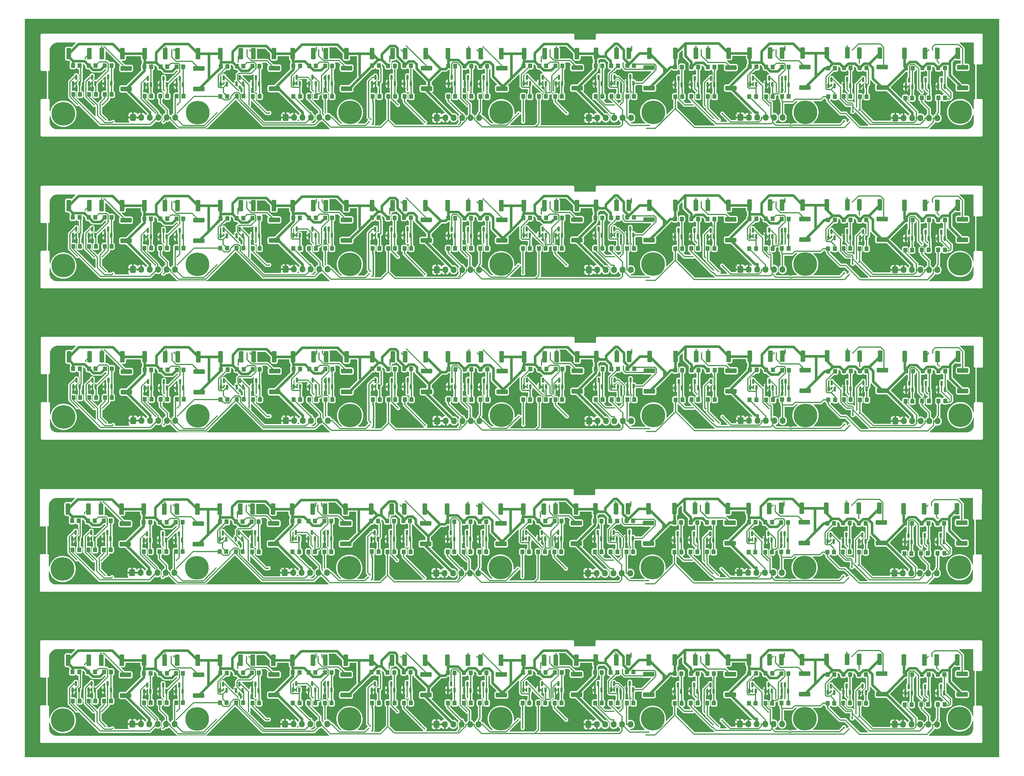
<source format=gbr>
%TF.GenerationSoftware,KiCad,Pcbnew,(6.0.6)*%
%TF.CreationDate,2022-10-08T16:47:07+05:30*%
%TF.ProjectId,RGB-3W-Light-Panel,5247422d-3357-42d4-9c69-6768742d5061,V1.1*%
%TF.SameCoordinates,Original*%
%TF.FileFunction,Copper,L2,Bot*%
%TF.FilePolarity,Positive*%
%FSLAX46Y46*%
G04 Gerber Fmt 4.6, Leading zero omitted, Abs format (unit mm)*
G04 Created by KiCad (PCBNEW (6.0.6)) date 2022-10-08 16:47:07*
%MOMM*%
%LPD*%
G01*
G04 APERTURE LIST*
G04 Aperture macros list*
%AMRoundRect*
0 Rectangle with rounded corners*
0 $1 Rounding radius*
0 $2 $3 $4 $5 $6 $7 $8 $9 X,Y pos of 4 corners*
0 Add a 4 corners polygon primitive as box body*
4,1,4,$2,$3,$4,$5,$6,$7,$8,$9,$2,$3,0*
0 Add four circle primitives for the rounded corners*
1,1,$1+$1,$2,$3*
1,1,$1+$1,$4,$5*
1,1,$1+$1,$6,$7*
1,1,$1+$1,$8,$9*
0 Add four rect primitives between the rounded corners*
20,1,$1+$1,$2,$3,$4,$5,0*
20,1,$1+$1,$4,$5,$6,$7,0*
20,1,$1+$1,$6,$7,$8,$9,0*
20,1,$1+$1,$8,$9,$2,$3,0*%
G04 Aperture macros list end*
%TA.AperFunction,ComponentPad*%
%ADD10RoundRect,0.250000X-0.600000X-0.725000X0.600000X-0.725000X0.600000X0.725000X-0.600000X0.725000X0*%
%TD*%
%TA.AperFunction,ComponentPad*%
%ADD11O,1.700000X1.950000*%
%TD*%
%TA.AperFunction,SMDPad,CuDef*%
%ADD12RoundRect,0.249999X0.450001X1.425001X-0.450001X1.425001X-0.450001X-1.425001X0.450001X-1.425001X0*%
%TD*%
%TA.AperFunction,SMDPad,CuDef*%
%ADD13RoundRect,0.250000X-0.350000X-0.450000X0.350000X-0.450000X0.350000X0.450000X-0.350000X0.450000X0*%
%TD*%
%TA.AperFunction,SMDPad,CuDef*%
%ADD14RoundRect,0.249999X-0.450001X-1.425001X0.450001X-1.425001X0.450001X1.425001X-0.450001X1.425001X0*%
%TD*%
%TA.AperFunction,SMDPad,CuDef*%
%ADD15RoundRect,0.150000X0.150000X-0.587500X0.150000X0.587500X-0.150000X0.587500X-0.150000X-0.587500X0*%
%TD*%
%TA.AperFunction,SMDPad,CuDef*%
%ADD16RoundRect,0.249999X1.425001X-0.450001X1.425001X0.450001X-1.425001X0.450001X-1.425001X-0.450001X0*%
%TD*%
%TA.AperFunction,ComponentPad*%
%ADD17C,0.800000*%
%TD*%
%TA.AperFunction,ComponentPad*%
%ADD18C,7.000000*%
%TD*%
%TA.AperFunction,ViaPad*%
%ADD19C,0.450000*%
%TD*%
%TA.AperFunction,ViaPad*%
%ADD20C,0.600000*%
%TD*%
%TA.AperFunction,Conductor*%
%ADD21C,0.750000*%
%TD*%
%TA.AperFunction,Conductor*%
%ADD22C,0.200000*%
%TD*%
%TA.AperFunction,Conductor*%
%ADD23C,0.350000*%
%TD*%
%TA.AperFunction,Conductor*%
%ADD24C,0.400000*%
%TD*%
%TA.AperFunction,Conductor*%
%ADD25C,0.100000*%
%TD*%
G04 APERTURE END LIST*
D10*
%TO.P,J7,1,1*%
%TO.N,GND*%
X182915000Y-268955000D03*
D11*
%TO.P,J7,2,2*%
X185415000Y-268955000D03*
%TO.P,J7,3,3*%
%TO.N,+5V*%
X187915000Y-268955000D03*
%TO.P,J7,4,4*%
%TO.N,R*%
X190415000Y-268955000D03*
%TO.P,J7,5,5*%
%TO.N,G*%
X192915000Y-268955000D03*
%TO.P,J7,6,6*%
%TO.N,B*%
X195415000Y-268955000D03*
%TD*%
D12*
%TO.P,R86,1*%
%TO.N,+5V*%
X224760000Y-250020000D03*
%TO.P,R86,2*%
%TO.N,Net-(D9-Pad4)*%
X218660000Y-250020000D03*
%TD*%
D13*
%TO.P,R90,1*%
%TO.N,+5V*%
X208960000Y-253792500D03*
%TO.P,R90,2*%
%TO.N,Net-(Q30-Pad1)*%
X210960000Y-253792500D03*
%TD*%
D14*
%TO.P,R102,1*%
%TO.N,+5V*%
X163860000Y-250020000D03*
%TO.P,R102,2*%
%TO.N,Net-(D11-Pad6)*%
X169960000Y-250020000D03*
%TD*%
D15*
%TO.P,Q13,1,B*%
%TO.N,Net-(Q13-Pad1)*%
X331460000Y-258767500D03*
%TO.P,Q13,2,E*%
%TO.N,GND*%
X329560000Y-258767500D03*
%TO.P,Q13,3,C*%
%TO.N,3_3*%
X330510000Y-256892500D03*
%TD*%
D12*
%TO.P,R14,1*%
%TO.N,+5V*%
X404610000Y-249800000D03*
%TO.P,R14,2*%
%TO.N,Net-(D6-Pad4)*%
X398510000Y-249800000D03*
%TD*%
D13*
%TO.P,R99,1*%
%TO.N,+5V*%
X186310000Y-253930000D03*
%TO.P,R99,2*%
%TO.N,Net-(Q33-Pad1)*%
X188310000Y-253930000D03*
%TD*%
%TO.P,R79,1*%
%TO.N,R*%
X230510000Y-262730000D03*
%TO.P,R79,2*%
%TO.N,Net-(Q27-Pad1)*%
X232510000Y-262730000D03*
%TD*%
%TO.P,R26,1*%
%TO.N,+5V*%
X370770000Y-253940000D03*
%TO.P,R26,2*%
%TO.N,Net-(Q8-Pad1)*%
X372770000Y-253940000D03*
%TD*%
%TO.P,R56,1*%
%TO.N,+5V*%
X286010000Y-253730000D03*
%TO.P,R56,2*%
%TO.N,Net-(Q19-Pad1)*%
X288010000Y-253730000D03*
%TD*%
%TO.P,R7,1*%
%TO.N,R*%
X412130000Y-263202500D03*
%TO.P,R7,2*%
%TO.N,Net-(Q3-Pad1)*%
X414130000Y-263202500D03*
%TD*%
D12*
%TO.P,R68,1*%
%TO.N,+5V*%
X269760000Y-250020000D03*
%TO.P,R68,2*%
%TO.N,Net-(D7-Pad4)*%
X263660000Y-250020000D03*
%TD*%
D15*
%TO.P,Q6,1,B*%
%TO.N,Net-(Q6-Pad1)*%
X400550000Y-259587500D03*
%TO.P,Q6,2,E*%
%TO.N,GND*%
X398650000Y-259587500D03*
%TO.P,Q6,3,C*%
%TO.N,6_1*%
X399600000Y-257712500D03*
%TD*%
%TO.P,Q28,1,B*%
%TO.N,Net-(Q28-Pad1)*%
X220360000Y-258967500D03*
%TO.P,Q28,2,E*%
%TO.N,GND*%
X218460000Y-258967500D03*
%TO.P,Q28,3,C*%
%TO.N,9_3*%
X219410000Y-257092500D03*
%TD*%
D13*
%TO.P,R83,1*%
%TO.N,+5V*%
X218410000Y-253730000D03*
%TO.P,R83,2*%
%TO.N,Net-(Q28-Pad1)*%
X220410000Y-253730000D03*
%TD*%
D14*
%TO.P,R84,1*%
%TO.N,+5V*%
X208860000Y-250020000D03*
%TO.P,R84,2*%
%TO.N,Net-(D9-Pad6)*%
X214960000Y-250020000D03*
%TD*%
D15*
%TO.P,Q1,1,B*%
%TO.N,Net-(Q1-Pad1)*%
X423790000Y-259737500D03*
%TO.P,Q1,2,E*%
%TO.N,GND*%
X421890000Y-259737500D03*
%TO.P,Q1,3,C*%
%TO.N,12_3*%
X422840000Y-257862500D03*
%TD*%
%TO.P,Q32,1,B*%
%TO.N,Net-(Q32-Pad1)*%
X192960000Y-259267500D03*
%TO.P,Q32,2,E*%
%TO.N,GND*%
X191060000Y-259267500D03*
%TO.P,Q32,3,C*%
%TO.N,10_2*%
X192010000Y-257392500D03*
%TD*%
D13*
%TO.P,R25,1*%
%TO.N,R*%
X365840000Y-262780000D03*
%TO.P,R25,2*%
%TO.N,Net-(Q9-Pad1)*%
X367840000Y-262780000D03*
%TD*%
D14*
%TO.P,R66,1*%
%TO.N,+5V*%
X253860000Y-250020000D03*
%TO.P,R66,2*%
%TO.N,Net-(D7-Pad6)*%
X259960000Y-250020000D03*
%TD*%
D15*
%TO.P,Q16,1,B*%
%TO.N,Net-(Q16-Pad1)*%
X310260000Y-258867500D03*
%TO.P,Q16,2,E*%
%TO.N,GND*%
X308360000Y-258867500D03*
%TO.P,Q16,3,C*%
%TO.N,2_3*%
X309310000Y-256992500D03*
%TD*%
D13*
%TO.P,R9,1*%
%TO.N,+5V*%
X412300000Y-254280000D03*
%TO.P,R9,2*%
%TO.N,Net-(Q3-Pad1)*%
X414300000Y-254280000D03*
%TD*%
D15*
%TO.P,Q9,1,B*%
%TO.N,Net-(Q9-Pad1)*%
X367860000Y-259177500D03*
%TO.P,Q9,2,E*%
%TO.N,GND*%
X365960000Y-259177500D03*
%TO.P,Q9,3,C*%
%TO.N,5_1*%
X366910000Y-257302500D03*
%TD*%
D10*
%TO.P,J6,1,1*%
%TO.N,GND*%
X363175000Y-268955000D03*
D11*
%TO.P,J6,2,2*%
X365675000Y-268955000D03*
%TO.P,J6,3,3*%
%TO.N,+5V*%
X368175000Y-268955000D03*
%TO.P,J6,4,4*%
%TO.N,R*%
X370675000Y-268955000D03*
%TO.P,J6,5,5*%
%TO.N,G*%
X373175000Y-268955000D03*
%TO.P,J6,6,6*%
%TO.N,B*%
X375675000Y-268955000D03*
%TD*%
D13*
%TO.P,R70,1*%
%TO.N,R*%
X254060000Y-262692500D03*
%TO.P,R70,2*%
%TO.N,Net-(Q24-Pad1)*%
X256060000Y-262692500D03*
%TD*%
D16*
%TO.P,R31,1*%
%TO.N,+5V*%
X360360000Y-260230000D03*
%TO.P,R31,2*%
%TO.N,Net-(D4-Pad5)*%
X360360000Y-254130000D03*
%TD*%
D15*
%TO.P,Q30,1,B*%
%TO.N,Net-(Q30-Pad1)*%
X210810000Y-259030000D03*
%TO.P,Q30,2,E*%
%TO.N,GND*%
X208910000Y-259030000D03*
%TO.P,Q30,3,C*%
%TO.N,9_1*%
X209860000Y-257155000D03*
%TD*%
D13*
%TO.P,R61,1*%
%TO.N,R*%
X276510000Y-262730000D03*
%TO.P,R61,2*%
%TO.N,Net-(Q21-Pad1)*%
X278510000Y-262730000D03*
%TD*%
D15*
%TO.P,Q25,1,B*%
%TO.N,Net-(Q25-Pad1)*%
X241960000Y-258867500D03*
%TO.P,Q25,2,E*%
%TO.N,GND*%
X240060000Y-258867500D03*
%TO.P,Q25,3,C*%
%TO.N,8_3*%
X241010000Y-256992500D03*
%TD*%
D12*
%TO.P,R5,1*%
%TO.N,+5V*%
X427710000Y-249930000D03*
%TO.P,R5,2*%
%TO.N,Net-(D12-Pad4)*%
X421610000Y-249930000D03*
%TD*%
D15*
%TO.P,Q5,1,B*%
%TO.N,Net-(Q5-Pad1)*%
X395800000Y-259527500D03*
%TO.P,Q5,2,E*%
%TO.N,GND*%
X393900000Y-259527500D03*
%TO.P,Q5,3,C*%
%TO.N,6_2*%
X394850000Y-257652500D03*
%TD*%
D12*
%TO.P,R41,1*%
%TO.N,+5V*%
X336160000Y-249920000D03*
%TO.P,R41,2*%
%TO.N,Net-(D3-Pad4)*%
X330060000Y-249920000D03*
%TD*%
D13*
%TO.P,R91,1*%
%TO.N,B*%
X195910000Y-262630000D03*
%TO.P,R91,2*%
%TO.N,Net-(Q31-Pad1)*%
X197910000Y-262630000D03*
%TD*%
%TO.P,R35,1*%
%TO.N,+5V*%
X348650000Y-254000000D03*
%TO.P,R35,2*%
%TO.N,Net-(Q11-Pad1)*%
X350650000Y-254000000D03*
%TD*%
%TO.P,R27,1*%
%TO.N,+5V*%
X365940000Y-253930000D03*
%TO.P,R27,2*%
%TO.N,Net-(Q9-Pad1)*%
X367940000Y-253930000D03*
%TD*%
%TO.P,R89,1*%
%TO.N,+5V*%
X213710000Y-253730000D03*
%TO.P,R89,2*%
%TO.N,Net-(Q29-Pad1)*%
X215710000Y-253730000D03*
%TD*%
D16*
%TO.P,R49,1*%
%TO.N,+5V*%
X314710000Y-260280000D03*
%TO.P,R49,2*%
%TO.N,Net-(D2-Pad5)*%
X314710000Y-254180000D03*
%TD*%
D13*
%TO.P,R74,1*%
%TO.N,+5V*%
X240010000Y-253630000D03*
%TO.P,R74,2*%
%TO.N,Net-(Q25-Pad1)*%
X242010000Y-253630000D03*
%TD*%
D14*
%TO.P,R3,1*%
%TO.N,+5V*%
X411850000Y-249910000D03*
%TO.P,R3,2*%
%TO.N,Net-(D12-Pad6)*%
X417950000Y-249910000D03*
%TD*%
D13*
%TO.P,R65,1*%
%TO.N,+5V*%
X263410000Y-253550000D03*
%TO.P,R65,2*%
%TO.N,Net-(Q22-Pad1)*%
X265410000Y-253550000D03*
%TD*%
%TO.P,R37,1*%
%TO.N,B*%
X329610000Y-262730000D03*
%TO.P,R37,2*%
%TO.N,Net-(Q13-Pad1)*%
X331610000Y-262730000D03*
%TD*%
D12*
%TO.P,R50,1*%
%TO.N,+5V*%
X314660000Y-250020000D03*
%TO.P,R50,2*%
%TO.N,Net-(D2-Pad4)*%
X308560000Y-250020000D03*
%TD*%
D14*
%TO.P,R21,1*%
%TO.N,+5V*%
X365890000Y-249860000D03*
%TO.P,R21,2*%
%TO.N,Net-(D5-Pad6)*%
X371990000Y-249860000D03*
%TD*%
D16*
%TO.P,R85,1*%
%TO.N,+5V*%
X224910000Y-260380000D03*
%TO.P,R85,2*%
%TO.N,Net-(D9-Pad5)*%
X224910000Y-254280000D03*
%TD*%
D15*
%TO.P,Q17,1,B*%
%TO.N,Net-(Q17-Pad1)*%
X305460000Y-258867500D03*
%TO.P,Q17,2,E*%
%TO.N,GND*%
X303560000Y-258867500D03*
%TO.P,Q17,3,C*%
%TO.N,2_2*%
X304510000Y-256992500D03*
%TD*%
%TO.P,Q26,1,B*%
%TO.N,Net-(Q26-Pad1)*%
X237160000Y-258867500D03*
%TO.P,Q26,2,E*%
%TO.N,GND*%
X235260000Y-258867500D03*
%TO.P,Q26,3,C*%
%TO.N,8_2*%
X236210000Y-256992500D03*
%TD*%
D13*
%TO.P,R38,1*%
%TO.N,+5V*%
X329610000Y-253530000D03*
%TO.P,R38,2*%
%TO.N,Net-(Q13-Pad1)*%
X331610000Y-253530000D03*
%TD*%
D14*
%TO.P,R39,1*%
%TO.N,+5V*%
X320360000Y-249920000D03*
%TO.P,R39,2*%
%TO.N,Net-(D3-Pad6)*%
X326460000Y-249920000D03*
%TD*%
D13*
%TO.P,R46,1*%
%TO.N,B*%
X308210000Y-262730000D03*
%TO.P,R46,2*%
%TO.N,Net-(Q16-Pad1)*%
X310210000Y-262730000D03*
%TD*%
D16*
%TO.P,R40,1*%
%TO.N,+5V*%
X336110000Y-260280000D03*
%TO.P,R40,2*%
%TO.N,Net-(D3-Pad5)*%
X336110000Y-254180000D03*
%TD*%
D14*
%TO.P,R93,1*%
%TO.N,+5V*%
X186360000Y-250020000D03*
%TO.P,R93,2*%
%TO.N,Net-(D10-Pad6)*%
X192460000Y-250020000D03*
%TD*%
D13*
%TO.P,R18,1*%
%TO.N,+5V*%
X398560000Y-254270000D03*
%TO.P,R18,2*%
%TO.N,Net-(Q6-Pad1)*%
X400560000Y-254270000D03*
%TD*%
%TO.P,R19,1*%
%TO.N,B*%
X375510000Y-262730000D03*
%TO.P,R19,2*%
%TO.N,Net-(Q7-Pad1)*%
X377510000Y-262730000D03*
%TD*%
D17*
%TO.P,H8,1,1*%
%TO.N,unconnected-(H8-Pad1)*%
X160423845Y-269686155D03*
X164136155Y-265973845D03*
D18*
X162280000Y-267830000D03*
D17*
X160423845Y-265973845D03*
X162280000Y-265205000D03*
X164136155Y-269686155D03*
X159655000Y-267830000D03*
X164905000Y-267830000D03*
X162280000Y-270455000D03*
%TD*%
%TO.P,H3,1,1*%
%TO.N,unconnected-(H3-Pad1)*%
X335453845Y-269266155D03*
X337310000Y-270035000D03*
D18*
X337310000Y-267410000D03*
D17*
X337310000Y-264785000D03*
X339166155Y-269266155D03*
X339166155Y-265553845D03*
X339935000Y-267410000D03*
X335453845Y-265553845D03*
X334685000Y-267410000D03*
%TD*%
D12*
%TO.P,R95,1*%
%TO.N,+5V*%
X202260000Y-250020000D03*
%TO.P,R95,2*%
%TO.N,Net-(D10-Pad4)*%
X196160000Y-250020000D03*
%TD*%
D17*
%TO.P,H7,1,1*%
%TO.N,unconnected-(H7-Pad1)*%
X199485000Y-267500000D03*
X203966155Y-265643845D03*
X202110000Y-270125000D03*
X200253845Y-265643845D03*
X204735000Y-267500000D03*
X202110000Y-264875000D03*
D18*
X202110000Y-267500000D03*
D17*
X203966155Y-269356155D03*
X200253845Y-269356155D03*
%TD*%
D15*
%TO.P,Q7,1,B*%
%TO.N,Net-(Q7-Pad1)*%
X377460000Y-259187500D03*
%TO.P,Q7,2,E*%
%TO.N,GND*%
X375560000Y-259187500D03*
%TO.P,Q7,3,C*%
%TO.N,5_3*%
X376510000Y-257312500D03*
%TD*%
%TO.P,Q3,1,B*%
%TO.N,Net-(Q3-Pad1)*%
X414200000Y-259787500D03*
%TO.P,Q3,2,E*%
%TO.N,GND*%
X412300000Y-259787500D03*
%TO.P,Q3,3,C*%
%TO.N,12_1*%
X413250000Y-257912500D03*
%TD*%
D12*
%TO.P,R104,1*%
%TO.N,+5V*%
X179760000Y-250020000D03*
%TO.P,R104,2*%
%TO.N,Net-(D11-Pad4)*%
X173660000Y-250020000D03*
%TD*%
D17*
%TO.P,H5,1,1*%
%TO.N,unconnected-(H5-Pad1)*%
X290353845Y-269256155D03*
X294066155Y-269256155D03*
X289585000Y-267400000D03*
X292210000Y-264775000D03*
X294066155Y-265543845D03*
X294835000Y-267400000D03*
X290353845Y-265543845D03*
X292210000Y-270025000D03*
D18*
X292210000Y-267400000D03*
%TD*%
D16*
%TO.P,R94,1*%
%TO.N,+5V*%
X202510000Y-260480000D03*
%TO.P,R94,2*%
%TO.N,Net-(D10-Pad5)*%
X202510000Y-254380000D03*
%TD*%
D12*
%TO.P,R58,1*%
%TO.N,+5V*%
X292260000Y-250020000D03*
%TO.P,R58,2*%
%TO.N,Net-(D1-Pad5)*%
X286160000Y-250020000D03*
%TD*%
D13*
%TO.P,R107,1*%
%TO.N,+5V*%
X169810000Y-253530000D03*
%TO.P,R107,2*%
%TO.N,Net-(Q35-Pad1)*%
X171810000Y-253530000D03*
%TD*%
D15*
%TO.P,Q14,1,B*%
%TO.N,Net-(Q14-Pad1)*%
X326760000Y-258867500D03*
%TO.P,Q14,2,E*%
%TO.N,GND*%
X324860000Y-258867500D03*
%TO.P,Q14,3,C*%
%TO.N,3_2*%
X325810000Y-256992500D03*
%TD*%
D14*
%TO.P,R30,1*%
%TO.N,+5V*%
X343880000Y-249900000D03*
%TO.P,R30,2*%
%TO.N,Net-(D4-Pad6)*%
X349980000Y-249900000D03*
%TD*%
D13*
%TO.P,R105,1*%
%TO.N,G*%
X169910000Y-262130000D03*
%TO.P,R105,2*%
%TO.N,Net-(Q35-Pad1)*%
X171910000Y-262130000D03*
%TD*%
D15*
%TO.P,Q27,1,B*%
%TO.N,Net-(Q27-Pad1)*%
X232460000Y-258867500D03*
%TO.P,Q27,2,E*%
%TO.N,GND*%
X230560000Y-258867500D03*
%TO.P,Q27,3,C*%
%TO.N,8_1*%
X231510000Y-256992500D03*
%TD*%
%TO.P,Q21,1,B*%
%TO.N,Net-(Q21-Pad1)*%
X278460000Y-258930000D03*
%TO.P,Q21,2,E*%
%TO.N,GND*%
X276560000Y-258930000D03*
%TO.P,Q21,3,C*%
%TO.N,1_1*%
X277510000Y-257055000D03*
%TD*%
D17*
%TO.P,H2,1,1*%
%TO.N,unconnected-(H2-Pad1)*%
X384306155Y-269266155D03*
X384306155Y-265553845D03*
X385075000Y-267410000D03*
X379825000Y-267410000D03*
D18*
X382450000Y-267410000D03*
D17*
X380593845Y-265553845D03*
X382450000Y-270035000D03*
X380593845Y-269266155D03*
X382450000Y-264785000D03*
%TD*%
D13*
%TO.P,R43,1*%
%TO.N,R*%
X320210000Y-262730000D03*
%TO.P,R43,2*%
%TO.N,Net-(Q15-Pad1)*%
X322210000Y-262730000D03*
%TD*%
%TO.P,R96,1*%
%TO.N,G*%
X191060000Y-262630000D03*
%TO.P,R96,2*%
%TO.N,Net-(Q32-Pad1)*%
X193060000Y-262630000D03*
%TD*%
%TO.P,R55,1*%
%TO.N,B*%
X286010000Y-262730000D03*
%TO.P,R55,2*%
%TO.N,Net-(Q19-Pad1)*%
X288010000Y-262730000D03*
%TD*%
D17*
%TO.P,H6,1,1*%
%TO.N,unconnected-(H6-Pad1)*%
X249935000Y-267480000D03*
X247310000Y-264855000D03*
X249166155Y-265623845D03*
X245453845Y-269336155D03*
X247310000Y-270105000D03*
X249166155Y-269336155D03*
D18*
X247310000Y-267480000D03*
D17*
X245453845Y-265623845D03*
X244685000Y-267480000D03*
%TD*%
D10*
%TO.P,J4,1,1*%
%TO.N,GND*%
X228215000Y-268945000D03*
D11*
%TO.P,J4,2,2*%
X230715000Y-268945000D03*
%TO.P,J4,3,3*%
%TO.N,+5V*%
X233215000Y-268945000D03*
%TO.P,J4,4,4*%
%TO.N,R*%
X235715000Y-268945000D03*
%TO.P,J4,5,5*%
%TO.N,G*%
X238215000Y-268945000D03*
%TO.P,J4,6,6*%
%TO.N,B*%
X240715000Y-268945000D03*
%TD*%
D15*
%TO.P,Q2,1,B*%
%TO.N,Net-(Q2-Pad1)*%
X419080000Y-259737500D03*
%TO.P,Q2,2,E*%
%TO.N,GND*%
X417180000Y-259737500D03*
%TO.P,Q2,3,C*%
%TO.N,12_2*%
X418130000Y-257862500D03*
%TD*%
D13*
%TO.P,R98,1*%
%TO.N,+5V*%
X191110000Y-253930000D03*
%TO.P,R98,2*%
%TO.N,Net-(Q32-Pad1)*%
X193110000Y-253930000D03*
%TD*%
%TO.P,R15,1*%
%TO.N,G*%
X393810000Y-262730000D03*
%TO.P,R15,2*%
%TO.N,Net-(Q5-Pad1)*%
X395810000Y-262730000D03*
%TD*%
%TO.P,R51,1*%
%TO.N,G*%
X303410000Y-262730000D03*
%TO.P,R51,2*%
%TO.N,Net-(Q17-Pad1)*%
X305410000Y-262730000D03*
%TD*%
%TO.P,R106,1*%
%TO.N,R*%
X165210000Y-262130000D03*
%TO.P,R106,2*%
%TO.N,Net-(Q36-Pad1)*%
X167210000Y-262130000D03*
%TD*%
%TO.P,R45,1*%
%TO.N,+5V*%
X320210000Y-253630000D03*
%TO.P,R45,2*%
%TO.N,Net-(Q15-Pad1)*%
X322210000Y-253630000D03*
%TD*%
D16*
%TO.P,R13,1*%
%TO.N,+5V*%
X405250000Y-260110000D03*
%TO.P,R13,2*%
%TO.N,Net-(D6-Pad5)*%
X405250000Y-254010000D03*
%TD*%
D13*
%TO.P,R63,1*%
%TO.N,+5V*%
X276510000Y-253730000D03*
%TO.P,R63,2*%
%TO.N,Net-(Q21-Pad1)*%
X278510000Y-253730000D03*
%TD*%
D15*
%TO.P,Q22,1,B*%
%TO.N,Net-(Q22-Pad1)*%
X265360000Y-258867500D03*
%TO.P,Q22,2,E*%
%TO.N,GND*%
X263460000Y-258867500D03*
%TO.P,Q22,3,C*%
%TO.N,7_3*%
X264410000Y-256992500D03*
%TD*%
D13*
%TO.P,R20,1*%
%TO.N,+5V*%
X375520000Y-253990000D03*
%TO.P,R20,2*%
%TO.N,Net-(Q7-Pad1)*%
X377520000Y-253990000D03*
%TD*%
D10*
%TO.P,J1,1,1*%
%TO.N,GND*%
X409125000Y-269095000D03*
D11*
%TO.P,J1,2,2*%
X411625000Y-269095000D03*
%TO.P,J1,3,3*%
%TO.N,+5V*%
X414125000Y-269095000D03*
%TO.P,J1,4,4*%
%TO.N,R*%
X416625000Y-269095000D03*
%TO.P,J1,5,5*%
%TO.N,G*%
X419125000Y-269095000D03*
%TO.P,J1,6,6*%
%TO.N,B*%
X421625000Y-269095000D03*
%TD*%
D14*
%TO.P,R12,1*%
%TO.N,+5V*%
X388860000Y-249770000D03*
%TO.P,R12,2*%
%TO.N,Net-(D6-Pad6)*%
X394960000Y-249770000D03*
%TD*%
D13*
%TO.P,R78,1*%
%TO.N,G*%
X235210000Y-262730000D03*
%TO.P,R78,2*%
%TO.N,Net-(Q26-Pad1)*%
X237210000Y-262730000D03*
%TD*%
%TO.P,R72,1*%
%TO.N,+5V*%
X253860000Y-253592500D03*
%TO.P,R72,2*%
%TO.N,Net-(Q24-Pad1)*%
X255860000Y-253592500D03*
%TD*%
D15*
%TO.P,Q29,1,B*%
%TO.N,Net-(Q29-Pad1)*%
X215560000Y-258967500D03*
%TO.P,Q29,2,E*%
%TO.N,GND*%
X213660000Y-258967500D03*
%TO.P,Q29,3,C*%
%TO.N,9_2*%
X214610000Y-257092500D03*
%TD*%
D14*
%TO.P,R75,1*%
%TO.N,+5V*%
X230360000Y-250020000D03*
%TO.P,R75,2*%
%TO.N,Net-(D8-Pad6)*%
X236460000Y-250020000D03*
%TD*%
D13*
%TO.P,R11,1*%
%TO.N,+5V*%
X389220000Y-254290000D03*
%TO.P,R11,2*%
%TO.N,Net-(Q4-Pad1)*%
X391220000Y-254290000D03*
%TD*%
D14*
%TO.P,R57,1*%
%TO.N,+5V*%
X276360000Y-250020000D03*
%TO.P,R57,2*%
%TO.N,Net-(D1-Pad6)*%
X282460000Y-250020000D03*
%TD*%
D12*
%TO.P,R32,1*%
%TO.N,+5V*%
X359680000Y-249900000D03*
%TO.P,R32,2*%
%TO.N,Net-(D4-Pad4)*%
X353580000Y-249900000D03*
%TD*%
D13*
%TO.P,R80,1*%
%TO.N,+5V*%
X235210000Y-253630000D03*
%TO.P,R80,2*%
%TO.N,Net-(Q26-Pad1)*%
X237210000Y-253630000D03*
%TD*%
D15*
%TO.P,Q35,1,B*%
%TO.N,Net-(Q35-Pad1)*%
X171760000Y-258867500D03*
%TO.P,Q35,2,E*%
%TO.N,GND*%
X169860000Y-258867500D03*
%TO.P,Q35,3,C*%
%TO.N,11_2*%
X170810000Y-256992500D03*
%TD*%
D13*
%TO.P,R44,1*%
%TO.N,+5V*%
X324810000Y-253630000D03*
%TO.P,R44,2*%
%TO.N,Net-(Q14-Pad1)*%
X326810000Y-253630000D03*
%TD*%
%TO.P,R100,1*%
%TO.N,B*%
X174560000Y-262130000D03*
%TO.P,R100,2*%
%TO.N,Net-(Q34-Pad1)*%
X176560000Y-262130000D03*
%TD*%
%TO.P,R62,1*%
%TO.N,+5V*%
X281310000Y-253730000D03*
%TO.P,R62,2*%
%TO.N,Net-(Q20-Pad1)*%
X283310000Y-253730000D03*
%TD*%
%TO.P,R10,1*%
%TO.N,B*%
X389220000Y-262780000D03*
%TO.P,R10,2*%
%TO.N,Net-(Q4-Pad1)*%
X391220000Y-262780000D03*
%TD*%
%TO.P,R6,1*%
%TO.N,G*%
X416952900Y-218270650D03*
%TO.P,R6,2*%
%TO.N,Net-(Q2-Pad1)*%
X418952900Y-218270650D03*
%TD*%
%TO.P,R71,1*%
%TO.N,+5V*%
X258522900Y-208740650D03*
%TO.P,R71,2*%
%TO.N,Net-(Q23-Pad1)*%
X260522900Y-208740650D03*
%TD*%
D10*
%TO.P,J3,1,1*%
%TO.N,GND*%
X273027900Y-224165650D03*
D11*
%TO.P,J3,2,2*%
X275527900Y-224165650D03*
%TO.P,J3,3,3*%
%TO.N,+5V*%
X278027900Y-224165650D03*
%TO.P,J3,4,4*%
%TO.N,R*%
X280527900Y-224165650D03*
%TO.P,J3,5,5*%
%TO.N,G*%
X283027900Y-224165650D03*
%TO.P,J3,6,6*%
%TO.N,B*%
X285527900Y-224165650D03*
%TD*%
D13*
%TO.P,R60,1*%
%TO.N,G*%
X281222900Y-217840650D03*
%TO.P,R60,2*%
%TO.N,Net-(Q20-Pad1)*%
X283222900Y-217840650D03*
%TD*%
%TO.P,R82,1*%
%TO.N,B*%
X218422900Y-217820650D03*
%TO.P,R82,2*%
%TO.N,Net-(Q28-Pad1)*%
X220422900Y-217820650D03*
%TD*%
%TO.P,R28,1*%
%TO.N,B*%
X353480000Y-262740000D03*
%TO.P,R28,2*%
%TO.N,Net-(Q10-Pad1)*%
X355480000Y-262740000D03*
%TD*%
%TO.P,R2,1*%
%TO.N,+5V*%
X421792900Y-209360650D03*
%TO.P,R2,2*%
%TO.N,Net-(Q1-Pad1)*%
X423792900Y-209360650D03*
%TD*%
%TO.P,R64,1*%
%TO.N,B*%
X263422900Y-217840650D03*
%TO.P,R64,2*%
%TO.N,Net-(Q22-Pad1)*%
X265422900Y-217840650D03*
%TD*%
D15*
%TO.P,Q31,1,B*%
%TO.N,Net-(Q31-Pad1)*%
X197672900Y-214378150D03*
%TO.P,Q31,2,E*%
%TO.N,GND*%
X195772900Y-214378150D03*
%TO.P,Q31,3,C*%
%TO.N,10_3*%
X196722900Y-212503150D03*
%TD*%
D13*
%TO.P,R42,1*%
%TO.N,G*%
X324822900Y-217840650D03*
%TO.P,R42,2*%
%TO.N,Net-(Q14-Pad1)*%
X326822900Y-217840650D03*
%TD*%
D15*
%TO.P,Q33,1,B*%
%TO.N,Net-(Q33-Pad1)*%
X188172900Y-214378150D03*
%TO.P,Q33,2,E*%
%TO.N,GND*%
X186272900Y-214378150D03*
%TO.P,Q33,3,C*%
%TO.N,10_1*%
X187222900Y-212503150D03*
%TD*%
D13*
%TO.P,R1,1*%
%TO.N,B*%
X421822900Y-218240650D03*
%TO.P,R1,2*%
%TO.N,Net-(Q1-Pad1)*%
X423822900Y-218240650D03*
%TD*%
%TO.P,R88,1*%
%TO.N,R*%
X208772900Y-217783150D03*
%TO.P,R88,2*%
%TO.N,Net-(Q30-Pad1)*%
X210772900Y-217783150D03*
%TD*%
%TO.P,R101,1*%
%TO.N,+5V*%
X174472900Y-208640650D03*
%TO.P,R101,2*%
%TO.N,Net-(Q34-Pad1)*%
X176472900Y-208640650D03*
%TD*%
D12*
%TO.P,R23,1*%
%TO.N,+5V*%
X381562900Y-204930650D03*
%TO.P,R23,2*%
%TO.N,Net-(D5-Pad4)*%
X375462900Y-204930650D03*
%TD*%
D13*
%TO.P,R81,1*%
%TO.N,+5V*%
X230422900Y-208740650D03*
%TO.P,R81,2*%
%TO.N,Net-(Q27-Pad1)*%
X232422900Y-208740650D03*
%TD*%
D15*
%TO.P,Q19,1,B*%
%TO.N,Net-(Q19-Pad1)*%
X287872900Y-214078150D03*
%TO.P,Q19,2,E*%
%TO.N,GND*%
X285972900Y-214078150D03*
%TO.P,Q19,3,C*%
%TO.N,1_3*%
X286922900Y-212203150D03*
%TD*%
D13*
%TO.P,R92,1*%
%TO.N,+5V*%
X195772900Y-209040650D03*
%TO.P,R92,2*%
%TO.N,Net-(Q31-Pad1)*%
X197772900Y-209040650D03*
%TD*%
%TO.P,R47,1*%
%TO.N,+5V*%
X308222900Y-208740650D03*
%TO.P,R47,2*%
%TO.N,Net-(Q16-Pad1)*%
X310222900Y-208740650D03*
%TD*%
D15*
%TO.P,Q10,1,B*%
%TO.N,Net-(Q10-Pad1)*%
X355282900Y-214368150D03*
%TO.P,Q10,2,E*%
%TO.N,GND*%
X353382900Y-214368150D03*
%TO.P,Q10,3,C*%
%TO.N,4_3*%
X354332900Y-212493150D03*
%TD*%
D16*
%TO.P,R59,1*%
%TO.N,+5V*%
X292322900Y-215490650D03*
%TO.P,R59,2*%
%TO.N,Net-(D1-Pad4)*%
X292322900Y-209390650D03*
%TD*%
D13*
%TO.P,R52,1*%
%TO.N,R*%
X298622900Y-217840650D03*
%TO.P,R52,2*%
%TO.N,Net-(Q18-Pad1)*%
X300622900Y-217840650D03*
%TD*%
%TO.P,R36,1*%
%TO.N,+5V*%
X343732900Y-209100650D03*
%TO.P,R36,2*%
%TO.N,Net-(Q12-Pad1)*%
X345732900Y-209100650D03*
%TD*%
%TO.P,R108,1*%
%TO.N,+5V*%
X165022900Y-208640650D03*
%TO.P,R108,2*%
%TO.N,Net-(Q36-Pad1)*%
X167022900Y-208640650D03*
%TD*%
%TO.P,R73,1*%
%TO.N,B*%
X239922900Y-217840650D03*
%TO.P,R73,2*%
%TO.N,Net-(Q25-Pad1)*%
X241922900Y-217840650D03*
%TD*%
D15*
%TO.P,Q15,1,B*%
%TO.N,Net-(Q15-Pad1)*%
X321972900Y-213978150D03*
%TO.P,Q15,2,E*%
%TO.N,GND*%
X320072900Y-213978150D03*
%TO.P,Q15,3,C*%
%TO.N,3_1*%
X321022900Y-212103150D03*
%TD*%
D13*
%TO.P,R29,1*%
%TO.N,+5V*%
X353392900Y-209120650D03*
%TO.P,R29,2*%
%TO.N,Net-(Q10-Pad1)*%
X355392900Y-209120650D03*
%TD*%
D14*
%TO.P,R48,1*%
%TO.N,+5V*%
X298872900Y-205130650D03*
%TO.P,R48,2*%
%TO.N,Net-(D2-Pad6)*%
X304972900Y-205130650D03*
%TD*%
D15*
%TO.P,Q18,1,B*%
%TO.N,Net-(Q18-Pad1)*%
X300672900Y-213978150D03*
%TO.P,Q18,2,E*%
%TO.N,GND*%
X298772900Y-213978150D03*
%TO.P,Q18,3,C*%
%TO.N,2_1*%
X299722900Y-212103150D03*
%TD*%
D13*
%TO.P,R17,1*%
%TO.N,+5V*%
X393792900Y-209330650D03*
%TO.P,R17,2*%
%TO.N,Net-(Q5-Pad1)*%
X395792900Y-209330650D03*
%TD*%
D15*
%TO.P,Q34,1,B*%
%TO.N,Net-(Q34-Pad1)*%
X176422900Y-213940650D03*
%TO.P,Q34,2,E*%
%TO.N,GND*%
X174522900Y-213940650D03*
%TO.P,Q34,3,C*%
%TO.N,11_3*%
X175472900Y-212065650D03*
%TD*%
D16*
%TO.P,R67,1*%
%TO.N,+5V*%
X269922900Y-215490650D03*
%TO.P,R67,2*%
%TO.N,Net-(D7-Pad5)*%
X269922900Y-209390650D03*
%TD*%
%TO.P,R103,1*%
%TO.N,+5V*%
X180822900Y-215590650D03*
%TO.P,R103,2*%
%TO.N,Net-(D11-Pad5)*%
X180822900Y-209490650D03*
%TD*%
D15*
%TO.P,Q4,1,B*%
%TO.N,Net-(Q4-Pad1)*%
X391052900Y-214708150D03*
%TO.P,Q4,2,E*%
%TO.N,GND*%
X389152900Y-214708150D03*
%TO.P,Q4,3,C*%
%TO.N,6_3*%
X390102900Y-212833150D03*
%TD*%
D13*
%TO.P,R8,1*%
%TO.N,+5V*%
X417092900Y-209360650D03*
%TO.P,R8,2*%
%TO.N,Net-(Q2-Pad1)*%
X419092900Y-209360650D03*
%TD*%
%TO.P,R53,1*%
%TO.N,+5V*%
X303422900Y-208740650D03*
%TO.P,R53,2*%
%TO.N,Net-(Q17-Pad1)*%
X305422900Y-208740650D03*
%TD*%
D15*
%TO.P,Q20,1,B*%
%TO.N,Net-(Q20-Pad1)*%
X283172900Y-214078150D03*
%TO.P,Q20,2,E*%
%TO.N,GND*%
X281272900Y-214078150D03*
%TO.P,Q20,3,C*%
%TO.N,1_2*%
X282222900Y-212203150D03*
%TD*%
D13*
%TO.P,R69,1*%
%TO.N,G*%
X258622900Y-217840650D03*
%TO.P,R69,2*%
%TO.N,Net-(Q23-Pad1)*%
X260622900Y-217840650D03*
%TD*%
%TO.P,R87,1*%
%TO.N,G*%
X213622900Y-217740650D03*
%TO.P,R87,2*%
%TO.N,Net-(Q29-Pad1)*%
X215622900Y-217740650D03*
%TD*%
D15*
%TO.P,Q24,1,B*%
%TO.N,Net-(Q24-Pad1)*%
X255722900Y-214040650D03*
%TO.P,Q24,2,E*%
%TO.N,GND*%
X253822900Y-214040650D03*
%TO.P,Q24,3,C*%
%TO.N,7_1*%
X254772900Y-212165650D03*
%TD*%
%TO.P,Q8,1,B*%
%TO.N,Net-(Q8-Pad1)*%
X372582900Y-214268150D03*
%TO.P,Q8,2,E*%
%TO.N,GND*%
X370682900Y-214268150D03*
%TO.P,Q8,3,C*%
%TO.N,5_2*%
X371632900Y-212393150D03*
%TD*%
D17*
%TO.P,H1,1,1*%
%TO.N,unconnected-(H1-Pad1)*%
X430129055Y-224296805D03*
X430129055Y-220584495D03*
X425647900Y-222440650D03*
X428272900Y-219815650D03*
X428272900Y-225065650D03*
X426416745Y-220584495D03*
D18*
X428272900Y-222440650D03*
D17*
X426416745Y-224296805D03*
X430897900Y-222440650D03*
%TD*%
D15*
%TO.P,Q36,1,B*%
%TO.N,Net-(Q36-Pad1)*%
X166972900Y-213978150D03*
%TO.P,Q36,2,E*%
%TO.N,GND*%
X165072900Y-213978150D03*
%TO.P,Q36,3,C*%
%TO.N,11_1*%
X166022900Y-212103150D03*
%TD*%
%TO.P,Q12,1,B*%
%TO.N,Net-(Q12-Pad1)*%
X345662900Y-214338150D03*
%TO.P,Q12,2,E*%
%TO.N,GND*%
X343762900Y-214338150D03*
%TO.P,Q12,3,C*%
%TO.N,4_1*%
X344712900Y-212463150D03*
%TD*%
D13*
%TO.P,R54,1*%
%TO.N,+5V*%
X298722900Y-208740650D03*
%TO.P,R54,2*%
%TO.N,Net-(Q18-Pad1)*%
X300722900Y-208740650D03*
%TD*%
%TO.P,R97,1*%
%TO.N,R*%
X186272900Y-217740650D03*
%TO.P,R97,2*%
%TO.N,Net-(Q33-Pad1)*%
X188272900Y-217740650D03*
%TD*%
D16*
%TO.P,R4,1*%
%TO.N,+5V*%
X429022900Y-215290650D03*
%TO.P,R4,2*%
%TO.N,Net-(D12-Pad5)*%
X429022900Y-209190650D03*
%TD*%
D13*
%TO.P,R33,1*%
%TO.N,G*%
X348522900Y-217840650D03*
%TO.P,R33,2*%
%TO.N,Net-(Q11-Pad1)*%
X350522900Y-217840650D03*
%TD*%
D10*
%TO.P,J2,1,1*%
%TO.N,GND*%
X318122900Y-224190650D03*
D11*
%TO.P,J2,2,2*%
X320622900Y-224190650D03*
%TO.P,J2,3,3*%
%TO.N,+5V*%
X323122900Y-224190650D03*
%TO.P,J2,4,4*%
%TO.N,R*%
X325622900Y-224190650D03*
%TO.P,J2,5,5*%
%TO.N,G*%
X328122900Y-224190650D03*
%TO.P,J2,6,6*%
%TO.N,B*%
X330622900Y-224190650D03*
%TD*%
D16*
%TO.P,R76,1*%
%TO.N,+5V*%
X246222900Y-215490650D03*
%TO.P,R76,2*%
%TO.N,Net-(D8-Pad5)*%
X246222900Y-209390650D03*
%TD*%
%TO.P,R22,1*%
%TO.N,+5V*%
X382252900Y-215180650D03*
%TO.P,R22,2*%
%TO.N,Net-(D5-Pad5)*%
X382252900Y-209080650D03*
%TD*%
D15*
%TO.P,Q11,1,B*%
%TO.N,Net-(Q11-Pad1)*%
X350472900Y-214348150D03*
%TO.P,Q11,2,E*%
%TO.N,GND*%
X348572900Y-214348150D03*
%TO.P,Q11,3,C*%
%TO.N,4_2*%
X349522900Y-212473150D03*
%TD*%
D13*
%TO.P,R16,1*%
%TO.N,R*%
X398532900Y-217890650D03*
%TO.P,R16,2*%
%TO.N,Net-(Q6-Pad1)*%
X400532900Y-217890650D03*
%TD*%
%TO.P,R34,1*%
%TO.N,R*%
X343802900Y-217910650D03*
%TO.P,R34,2*%
%TO.N,Net-(Q12-Pad1)*%
X345802900Y-217910650D03*
%TD*%
D15*
%TO.P,Q23,1,B*%
%TO.N,Net-(Q23-Pad1)*%
X260522900Y-214040650D03*
%TO.P,Q23,2,E*%
%TO.N,GND*%
X258622900Y-214040650D03*
%TO.P,Q23,3,C*%
%TO.N,7_2*%
X259572900Y-212165650D03*
%TD*%
D13*
%TO.P,R24,1*%
%TO.N,G*%
X370672900Y-217920650D03*
%TO.P,R24,2*%
%TO.N,Net-(Q8-Pad1)*%
X372672900Y-217920650D03*
%TD*%
%TO.P,R28,1*%
%TO.N,B*%
X353392900Y-217850650D03*
%TO.P,R28,2*%
%TO.N,Net-(Q10-Pad1)*%
X355392900Y-217850650D03*
%TD*%
D15*
%TO.P,Q7,1,B*%
%TO.N,Net-(Q7-Pad1)*%
X377372900Y-214298150D03*
%TO.P,Q7,2,E*%
%TO.N,GND*%
X375472900Y-214298150D03*
%TO.P,Q7,3,C*%
%TO.N,5_3*%
X376422900Y-212423150D03*
%TD*%
%TO.P,Q3,1,B*%
%TO.N,Net-(Q3-Pad1)*%
X414112900Y-214898150D03*
%TO.P,Q3,2,E*%
%TO.N,GND*%
X412212900Y-214898150D03*
%TO.P,Q3,3,C*%
%TO.N,12_1*%
X413162900Y-213023150D03*
%TD*%
D17*
%TO.P,H5,1,1*%
%TO.N,unconnected-(H5-Pad1)*%
X290266745Y-224366805D03*
X293979055Y-224366805D03*
X289497900Y-222510650D03*
X292122900Y-219885650D03*
X293979055Y-220654495D03*
X294747900Y-222510650D03*
X290266745Y-220654495D03*
X292122900Y-225135650D03*
D18*
X292122900Y-222510650D03*
%TD*%
D17*
%TO.P,H7,1,1*%
%TO.N,unconnected-(H7-Pad1)*%
X199397900Y-222610650D03*
X203879055Y-220754495D03*
X202022900Y-225235650D03*
X200166745Y-220754495D03*
X204647900Y-222610650D03*
X202022900Y-219985650D03*
D18*
X202022900Y-222610650D03*
D17*
X203879055Y-224466805D03*
X200166745Y-224466805D03*
%TD*%
D12*
%TO.P,R95,1*%
%TO.N,+5V*%
X202172900Y-205130650D03*
%TO.P,R95,2*%
%TO.N,Net-(D10-Pad4)*%
X196072900Y-205130650D03*
%TD*%
%TO.P,R104,1*%
%TO.N,+5V*%
X179672900Y-205130650D03*
%TO.P,R104,2*%
%TO.N,Net-(D11-Pad4)*%
X173572900Y-205130650D03*
%TD*%
D15*
%TO.P,Q21,1,B*%
%TO.N,Net-(Q21-Pad1)*%
X278372900Y-214040650D03*
%TO.P,Q21,2,E*%
%TO.N,GND*%
X276472900Y-214040650D03*
%TO.P,Q21,3,C*%
%TO.N,1_1*%
X277422900Y-212165650D03*
%TD*%
D13*
%TO.P,R96,1*%
%TO.N,G*%
X190972900Y-217740650D03*
%TO.P,R96,2*%
%TO.N,Net-(Q32-Pad1)*%
X192972900Y-217740650D03*
%TD*%
D12*
%TO.P,R77,1*%
%TO.N,+5V*%
X246172900Y-205130650D03*
%TO.P,R77,2*%
%TO.N,Net-(D8-Pad4)*%
X240072900Y-205130650D03*
%TD*%
D17*
%TO.P,H2,1,1*%
%TO.N,unconnected-(H2-Pad1)*%
X384219055Y-224376805D03*
X384219055Y-220664495D03*
X384987900Y-222520650D03*
X379737900Y-222520650D03*
D18*
X382362900Y-222520650D03*
D17*
X380506745Y-220664495D03*
X382362900Y-225145650D03*
X380506745Y-224376805D03*
X382362900Y-219895650D03*
%TD*%
D16*
%TO.P,R94,1*%
%TO.N,+5V*%
X202422900Y-215590650D03*
%TO.P,R94,2*%
%TO.N,Net-(D10-Pad5)*%
X202422900Y-209490650D03*
%TD*%
D17*
%TO.P,H6,1,1*%
%TO.N,unconnected-(H6-Pad1)*%
X249847900Y-222590650D03*
X247222900Y-219965650D03*
X249079055Y-220734495D03*
X245366745Y-224446805D03*
X247222900Y-225215650D03*
X249079055Y-224446805D03*
D18*
X247222900Y-222590650D03*
D17*
X245366745Y-220734495D03*
X244597900Y-222590650D03*
%TD*%
D13*
%TO.P,R107,1*%
%TO.N,+5V*%
X169722900Y-208640650D03*
%TO.P,R107,2*%
%TO.N,Net-(Q35-Pad1)*%
X171722900Y-208640650D03*
%TD*%
D15*
%TO.P,Q22,1,B*%
%TO.N,Net-(Q22-Pad1)*%
X265272900Y-213978150D03*
%TO.P,Q22,2,E*%
%TO.N,GND*%
X263372900Y-213978150D03*
%TO.P,Q22,3,C*%
%TO.N,7_3*%
X264322900Y-212103150D03*
%TD*%
D12*
%TO.P,R58,1*%
%TO.N,+5V*%
X292172900Y-205130650D03*
%TO.P,R58,2*%
%TO.N,Net-(D1-Pad5)*%
X286072900Y-205130650D03*
%TD*%
%TO.P,R32,1*%
%TO.N,+5V*%
X359592900Y-205010650D03*
%TO.P,R32,2*%
%TO.N,Net-(D4-Pad4)*%
X353492900Y-205010650D03*
%TD*%
D13*
%TO.P,R105,1*%
%TO.N,G*%
X169822900Y-217240650D03*
%TO.P,R105,2*%
%TO.N,Net-(Q35-Pad1)*%
X171822900Y-217240650D03*
%TD*%
%TO.P,R44,1*%
%TO.N,+5V*%
X324722900Y-208740650D03*
%TO.P,R44,2*%
%TO.N,Net-(Q14-Pad1)*%
X326722900Y-208740650D03*
%TD*%
D15*
%TO.P,Q27,1,B*%
%TO.N,Net-(Q27-Pad1)*%
X232372900Y-213978150D03*
%TO.P,Q27,2,E*%
%TO.N,GND*%
X230472900Y-213978150D03*
%TO.P,Q27,3,C*%
%TO.N,8_1*%
X231422900Y-212103150D03*
%TD*%
D13*
%TO.P,R63,1*%
%TO.N,+5V*%
X276422900Y-208840650D03*
%TO.P,R63,2*%
%TO.N,Net-(Q21-Pad1)*%
X278422900Y-208840650D03*
%TD*%
D15*
%TO.P,Q2,1,B*%
%TO.N,Net-(Q2-Pad1)*%
X418992900Y-214848150D03*
%TO.P,Q2,2,E*%
%TO.N,GND*%
X417092900Y-214848150D03*
%TO.P,Q2,3,C*%
%TO.N,12_2*%
X418042900Y-212973150D03*
%TD*%
D10*
%TO.P,J1,1,1*%
%TO.N,GND*%
X409037900Y-224205650D03*
D11*
%TO.P,J1,2,2*%
X411537900Y-224205650D03*
%TO.P,J1,3,3*%
%TO.N,+5V*%
X414037900Y-224205650D03*
%TO.P,J1,4,4*%
%TO.N,R*%
X416537900Y-224205650D03*
%TO.P,J1,5,5*%
%TO.N,G*%
X419037900Y-224205650D03*
%TO.P,J1,6,6*%
%TO.N,B*%
X421537900Y-224205650D03*
%TD*%
D13*
%TO.P,R78,1*%
%TO.N,G*%
X235122900Y-217840650D03*
%TO.P,R78,2*%
%TO.N,Net-(Q26-Pad1)*%
X237122900Y-217840650D03*
%TD*%
%TO.P,R72,1*%
%TO.N,+5V*%
X253772900Y-208703150D03*
%TO.P,R72,2*%
%TO.N,Net-(Q24-Pad1)*%
X255772900Y-208703150D03*
%TD*%
%TO.P,R15,1*%
%TO.N,G*%
X393722900Y-217840650D03*
%TO.P,R15,2*%
%TO.N,Net-(Q5-Pad1)*%
X395722900Y-217840650D03*
%TD*%
D15*
%TO.P,Q35,1,B*%
%TO.N,Net-(Q35-Pad1)*%
X171672900Y-213978150D03*
%TO.P,Q35,2,E*%
%TO.N,GND*%
X169772900Y-213978150D03*
%TO.P,Q35,3,C*%
%TO.N,11_2*%
X170722900Y-212103150D03*
%TD*%
D10*
%TO.P,J4,1,1*%
%TO.N,GND*%
X228127900Y-224055650D03*
D11*
%TO.P,J4,2,2*%
X230627900Y-224055650D03*
%TO.P,J4,3,3*%
%TO.N,+5V*%
X233127900Y-224055650D03*
%TO.P,J4,4,4*%
%TO.N,R*%
X235627900Y-224055650D03*
%TO.P,J4,5,5*%
%TO.N,G*%
X238127900Y-224055650D03*
%TO.P,J4,6,6*%
%TO.N,B*%
X240627900Y-224055650D03*
%TD*%
D14*
%TO.P,R30,1*%
%TO.N,+5V*%
X343792900Y-205010650D03*
%TO.P,R30,2*%
%TO.N,Net-(D4-Pad6)*%
X349892900Y-205010650D03*
%TD*%
D13*
%TO.P,R100,1*%
%TO.N,B*%
X174472900Y-217240650D03*
%TO.P,R100,2*%
%TO.N,Net-(Q34-Pad1)*%
X176472900Y-217240650D03*
%TD*%
%TO.P,R98,1*%
%TO.N,+5V*%
X191022900Y-209040650D03*
%TO.P,R98,2*%
%TO.N,Net-(Q32-Pad1)*%
X193022900Y-209040650D03*
%TD*%
D15*
%TO.P,Q14,1,B*%
%TO.N,Net-(Q14-Pad1)*%
X326672900Y-213978150D03*
%TO.P,Q14,2,E*%
%TO.N,GND*%
X324772900Y-213978150D03*
%TO.P,Q14,3,C*%
%TO.N,3_2*%
X325722900Y-212103150D03*
%TD*%
D13*
%TO.P,R55,1*%
%TO.N,B*%
X285922900Y-217840650D03*
%TO.P,R55,2*%
%TO.N,Net-(Q19-Pad1)*%
X287922900Y-217840650D03*
%TD*%
%TO.P,R43,1*%
%TO.N,R*%
X320122900Y-217840650D03*
%TO.P,R43,2*%
%TO.N,Net-(Q15-Pad1)*%
X322122900Y-217840650D03*
%TD*%
%TO.P,R20,1*%
%TO.N,+5V*%
X375432900Y-209100650D03*
%TO.P,R20,2*%
%TO.N,Net-(Q7-Pad1)*%
X377432900Y-209100650D03*
%TD*%
%TO.P,R46,1*%
%TO.N,B*%
X308122900Y-217840650D03*
%TO.P,R46,2*%
%TO.N,Net-(Q16-Pad1)*%
X310122900Y-217840650D03*
%TD*%
D14*
%TO.P,R39,1*%
%TO.N,+5V*%
X320272900Y-205030650D03*
%TO.P,R39,2*%
%TO.N,Net-(D3-Pad6)*%
X326372900Y-205030650D03*
%TD*%
D17*
%TO.P,H8,1,1*%
%TO.N,unconnected-(H8-Pad1)*%
X160336745Y-224796805D03*
X164049055Y-221084495D03*
D18*
X162192900Y-222940650D03*
D17*
X160336745Y-221084495D03*
X162192900Y-220315650D03*
X164049055Y-224796805D03*
X159567900Y-222940650D03*
X164817900Y-222940650D03*
X162192900Y-225565650D03*
%TD*%
D14*
%TO.P,R93,1*%
%TO.N,+5V*%
X186272900Y-205130650D03*
%TO.P,R93,2*%
%TO.N,Net-(D10-Pad6)*%
X192372900Y-205130650D03*
%TD*%
D16*
%TO.P,R40,1*%
%TO.N,+5V*%
X336022900Y-215390650D03*
%TO.P,R40,2*%
%TO.N,Net-(D3-Pad5)*%
X336022900Y-209290650D03*
%TD*%
D17*
%TO.P,H3,1,1*%
%TO.N,unconnected-(H3-Pad1)*%
X335366745Y-224376805D03*
X337222900Y-225145650D03*
D18*
X337222900Y-222520650D03*
D17*
X337222900Y-219895650D03*
X339079055Y-224376805D03*
X339079055Y-220664495D03*
X339847900Y-222520650D03*
X335366745Y-220664495D03*
X334597900Y-222520650D03*
%TD*%
D13*
%TO.P,R38,1*%
%TO.N,+5V*%
X329522900Y-208640650D03*
%TO.P,R38,2*%
%TO.N,Net-(Q13-Pad1)*%
X331522900Y-208640650D03*
%TD*%
%TO.P,R19,1*%
%TO.N,B*%
X375422900Y-217840650D03*
%TO.P,R19,2*%
%TO.N,Net-(Q7-Pad1)*%
X377422900Y-217840650D03*
%TD*%
%TO.P,R18,1*%
%TO.N,+5V*%
X398472900Y-209380650D03*
%TO.P,R18,2*%
%TO.N,Net-(Q6-Pad1)*%
X400472900Y-209380650D03*
%TD*%
%TO.P,R10,1*%
%TO.N,B*%
X389132900Y-217890650D03*
%TO.P,R10,2*%
%TO.N,Net-(Q4-Pad1)*%
X391132900Y-217890650D03*
%TD*%
%TO.P,R45,1*%
%TO.N,+5V*%
X320122900Y-208740650D03*
%TO.P,R45,2*%
%TO.N,Net-(Q15-Pad1)*%
X322122900Y-208740650D03*
%TD*%
D16*
%TO.P,R13,1*%
%TO.N,+5V*%
X405162900Y-215220650D03*
%TO.P,R13,2*%
%TO.N,Net-(D6-Pad5)*%
X405162900Y-209120650D03*
%TD*%
D13*
%TO.P,R62,1*%
%TO.N,+5V*%
X281222900Y-208840650D03*
%TO.P,R62,2*%
%TO.N,Net-(Q20-Pad1)*%
X283222900Y-208840650D03*
%TD*%
%TO.P,R51,1*%
%TO.N,G*%
X303322900Y-217840650D03*
%TO.P,R51,2*%
%TO.N,Net-(Q17-Pad1)*%
X305322900Y-217840650D03*
%TD*%
%TO.P,R80,1*%
%TO.N,+5V*%
X235122900Y-208740650D03*
%TO.P,R80,2*%
%TO.N,Net-(Q26-Pad1)*%
X237122900Y-208740650D03*
%TD*%
D14*
%TO.P,R75,1*%
%TO.N,+5V*%
X230272900Y-205130650D03*
%TO.P,R75,2*%
%TO.N,Net-(D8-Pad6)*%
X236372900Y-205130650D03*
%TD*%
%TO.P,R12,1*%
%TO.N,+5V*%
X388772900Y-204880650D03*
%TO.P,R12,2*%
%TO.N,Net-(D6-Pad6)*%
X394872900Y-204880650D03*
%TD*%
D13*
%TO.P,R11,1*%
%TO.N,+5V*%
X389132900Y-209400650D03*
%TO.P,R11,2*%
%TO.N,Net-(Q4-Pad1)*%
X391132900Y-209400650D03*
%TD*%
D10*
%TO.P,J7,1,1*%
%TO.N,GND*%
X182827900Y-224065650D03*
D11*
%TO.P,J7,2,2*%
X185327900Y-224065650D03*
%TO.P,J7,3,3*%
%TO.N,+5V*%
X187827900Y-224065650D03*
%TO.P,J7,4,4*%
%TO.N,R*%
X190327900Y-224065650D03*
%TO.P,J7,5,5*%
%TO.N,G*%
X192827900Y-224065650D03*
%TO.P,J7,6,6*%
%TO.N,B*%
X195327900Y-224065650D03*
%TD*%
D14*
%TO.P,R102,1*%
%TO.N,+5V*%
X163772900Y-205130650D03*
%TO.P,R102,2*%
%TO.N,Net-(D11-Pad6)*%
X169872900Y-205130650D03*
%TD*%
D13*
%TO.P,R79,1*%
%TO.N,R*%
X230422900Y-217840650D03*
%TO.P,R79,2*%
%TO.N,Net-(Q27-Pad1)*%
X232422900Y-217840650D03*
%TD*%
D12*
%TO.P,R14,1*%
%TO.N,+5V*%
X404522900Y-204910650D03*
%TO.P,R14,2*%
%TO.N,Net-(D6-Pad4)*%
X398422900Y-204910650D03*
%TD*%
D13*
%TO.P,R56,1*%
%TO.N,+5V*%
X285922900Y-208840650D03*
%TO.P,R56,2*%
%TO.N,Net-(Q19-Pad1)*%
X287922900Y-208840650D03*
%TD*%
%TO.P,R83,1*%
%TO.N,+5V*%
X218322900Y-208840650D03*
%TO.P,R83,2*%
%TO.N,Net-(Q28-Pad1)*%
X220322900Y-208840650D03*
%TD*%
%TO.P,R9,1*%
%TO.N,+5V*%
X412212900Y-209390650D03*
%TO.P,R9,2*%
%TO.N,Net-(Q3-Pad1)*%
X414212900Y-209390650D03*
%TD*%
D15*
%TO.P,Q32,1,B*%
%TO.N,Net-(Q32-Pad1)*%
X192872900Y-214378150D03*
%TO.P,Q32,2,E*%
%TO.N,GND*%
X190972900Y-214378150D03*
%TO.P,Q32,3,C*%
%TO.N,10_2*%
X191922900Y-212503150D03*
%TD*%
D14*
%TO.P,R66,1*%
%TO.N,+5V*%
X253772900Y-205130650D03*
%TO.P,R66,2*%
%TO.N,Net-(D7-Pad6)*%
X259872900Y-205130650D03*
%TD*%
D13*
%TO.P,R25,1*%
%TO.N,R*%
X365752900Y-217890650D03*
%TO.P,R25,2*%
%TO.N,Net-(Q9-Pad1)*%
X367752900Y-217890650D03*
%TD*%
D15*
%TO.P,Q13,1,B*%
%TO.N,Net-(Q13-Pad1)*%
X331372900Y-213878150D03*
%TO.P,Q13,2,E*%
%TO.N,GND*%
X329472900Y-213878150D03*
%TO.P,Q13,3,C*%
%TO.N,3_3*%
X330422900Y-212003150D03*
%TD*%
D12*
%TO.P,R68,1*%
%TO.N,+5V*%
X269672900Y-205130650D03*
%TO.P,R68,2*%
%TO.N,Net-(D7-Pad4)*%
X263572900Y-205130650D03*
%TD*%
D13*
%TO.P,R7,1*%
%TO.N,R*%
X412042900Y-218313150D03*
%TO.P,R7,2*%
%TO.N,Net-(Q3-Pad1)*%
X414042900Y-218313150D03*
%TD*%
%TO.P,R90,1*%
%TO.N,+5V*%
X208872900Y-208903150D03*
%TO.P,R90,2*%
%TO.N,Net-(Q30-Pad1)*%
X210872900Y-208903150D03*
%TD*%
D15*
%TO.P,Q1,1,B*%
%TO.N,Net-(Q1-Pad1)*%
X423702900Y-214848150D03*
%TO.P,Q1,2,E*%
%TO.N,GND*%
X421802900Y-214848150D03*
%TO.P,Q1,3,C*%
%TO.N,12_3*%
X422752900Y-212973150D03*
%TD*%
D14*
%TO.P,R57,1*%
%TO.N,+5V*%
X276272900Y-205130650D03*
%TO.P,R57,2*%
%TO.N,Net-(D1-Pad6)*%
X282372900Y-205130650D03*
%TD*%
D12*
%TO.P,R86,1*%
%TO.N,+5V*%
X224672900Y-205130650D03*
%TO.P,R86,2*%
%TO.N,Net-(D9-Pad4)*%
X218572900Y-205130650D03*
%TD*%
D13*
%TO.P,R99,1*%
%TO.N,+5V*%
X186222900Y-209040650D03*
%TO.P,R99,2*%
%TO.N,Net-(Q33-Pad1)*%
X188222900Y-209040650D03*
%TD*%
%TO.P,R26,1*%
%TO.N,+5V*%
X370682900Y-209050650D03*
%TO.P,R26,2*%
%TO.N,Net-(Q8-Pad1)*%
X372682900Y-209050650D03*
%TD*%
D15*
%TO.P,Q6,1,B*%
%TO.N,Net-(Q6-Pad1)*%
X400462900Y-214698150D03*
%TO.P,Q6,2,E*%
%TO.N,GND*%
X398562900Y-214698150D03*
%TO.P,Q6,3,C*%
%TO.N,6_1*%
X399512900Y-212823150D03*
%TD*%
D10*
%TO.P,J6,1,1*%
%TO.N,GND*%
X363087900Y-224065650D03*
D11*
%TO.P,J6,2,2*%
X365587900Y-224065650D03*
%TO.P,J6,3,3*%
%TO.N,+5V*%
X368087900Y-224065650D03*
%TO.P,J6,4,4*%
%TO.N,R*%
X370587900Y-224065650D03*
%TO.P,J6,5,5*%
%TO.N,G*%
X373087900Y-224065650D03*
%TO.P,J6,6,6*%
%TO.N,B*%
X375587900Y-224065650D03*
%TD*%
D15*
%TO.P,Q9,1,B*%
%TO.N,Net-(Q9-Pad1)*%
X367772900Y-214288150D03*
%TO.P,Q9,2,E*%
%TO.N,GND*%
X365872900Y-214288150D03*
%TO.P,Q9,3,C*%
%TO.N,5_1*%
X366822900Y-212413150D03*
%TD*%
%TO.P,Q16,1,B*%
%TO.N,Net-(Q16-Pad1)*%
X310172900Y-213978150D03*
%TO.P,Q16,2,E*%
%TO.N,GND*%
X308272900Y-213978150D03*
%TO.P,Q16,3,C*%
%TO.N,2_3*%
X309222900Y-212103150D03*
%TD*%
D14*
%TO.P,R84,1*%
%TO.N,+5V*%
X208772900Y-205130650D03*
%TO.P,R84,2*%
%TO.N,Net-(D9-Pad6)*%
X214872900Y-205130650D03*
%TD*%
D15*
%TO.P,Q26,1,B*%
%TO.N,Net-(Q26-Pad1)*%
X237072900Y-213978150D03*
%TO.P,Q26,2,E*%
%TO.N,GND*%
X235172900Y-213978150D03*
%TO.P,Q26,3,C*%
%TO.N,8_2*%
X236122900Y-212103150D03*
%TD*%
D12*
%TO.P,R5,1*%
%TO.N,+5V*%
X427622900Y-205040650D03*
%TO.P,R5,2*%
%TO.N,Net-(D12-Pad4)*%
X421522900Y-205040650D03*
%TD*%
D13*
%TO.P,R70,1*%
%TO.N,R*%
X253972900Y-217803150D03*
%TO.P,R70,2*%
%TO.N,Net-(Q24-Pad1)*%
X255972900Y-217803150D03*
%TD*%
D15*
%TO.P,Q25,1,B*%
%TO.N,Net-(Q25-Pad1)*%
X241872900Y-213978150D03*
%TO.P,Q25,2,E*%
%TO.N,GND*%
X239972900Y-213978150D03*
%TO.P,Q25,3,C*%
%TO.N,8_3*%
X240922900Y-212103150D03*
%TD*%
D16*
%TO.P,R85,1*%
%TO.N,+5V*%
X224822900Y-215490650D03*
%TO.P,R85,2*%
%TO.N,Net-(D9-Pad5)*%
X224822900Y-209390650D03*
%TD*%
D13*
%TO.P,R35,1*%
%TO.N,+5V*%
X348562900Y-209110650D03*
%TO.P,R35,2*%
%TO.N,Net-(Q11-Pad1)*%
X350562900Y-209110650D03*
%TD*%
%TO.P,R74,1*%
%TO.N,+5V*%
X239922900Y-208740650D03*
%TO.P,R74,2*%
%TO.N,Net-(Q25-Pad1)*%
X241922900Y-208740650D03*
%TD*%
D14*
%TO.P,R3,1*%
%TO.N,+5V*%
X411762900Y-205020650D03*
%TO.P,R3,2*%
%TO.N,Net-(D12-Pad6)*%
X417862900Y-205020650D03*
%TD*%
D16*
%TO.P,R31,1*%
%TO.N,+5V*%
X360272900Y-215340650D03*
%TO.P,R31,2*%
%TO.N,Net-(D4-Pad5)*%
X360272900Y-209240650D03*
%TD*%
D15*
%TO.P,Q30,1,B*%
%TO.N,Net-(Q30-Pad1)*%
X210722900Y-214140650D03*
%TO.P,Q30,2,E*%
%TO.N,GND*%
X208822900Y-214140650D03*
%TO.P,Q30,3,C*%
%TO.N,9_1*%
X209772900Y-212265650D03*
%TD*%
D14*
%TO.P,R21,1*%
%TO.N,+5V*%
X365802900Y-204970650D03*
%TO.P,R21,2*%
%TO.N,Net-(D5-Pad6)*%
X371902900Y-204970650D03*
%TD*%
D12*
%TO.P,R41,1*%
%TO.N,+5V*%
X336072900Y-205030650D03*
%TO.P,R41,2*%
%TO.N,Net-(D3-Pad4)*%
X329972900Y-205030650D03*
%TD*%
D13*
%TO.P,R27,1*%
%TO.N,+5V*%
X365852900Y-209040650D03*
%TO.P,R27,2*%
%TO.N,Net-(Q9-Pad1)*%
X367852900Y-209040650D03*
%TD*%
%TO.P,R37,1*%
%TO.N,B*%
X329522900Y-217840650D03*
%TO.P,R37,2*%
%TO.N,Net-(Q13-Pad1)*%
X331522900Y-217840650D03*
%TD*%
D15*
%TO.P,Q5,1,B*%
%TO.N,Net-(Q5-Pad1)*%
X395712900Y-214638150D03*
%TO.P,Q5,2,E*%
%TO.N,GND*%
X393812900Y-214638150D03*
%TO.P,Q5,3,C*%
%TO.N,6_2*%
X394762900Y-212763150D03*
%TD*%
D13*
%TO.P,R89,1*%
%TO.N,+5V*%
X213622900Y-208840650D03*
%TO.P,R89,2*%
%TO.N,Net-(Q29-Pad1)*%
X215622900Y-208840650D03*
%TD*%
%TO.P,R61,1*%
%TO.N,R*%
X276422900Y-217840650D03*
%TO.P,R61,2*%
%TO.N,Net-(Q21-Pad1)*%
X278422900Y-217840650D03*
%TD*%
%TO.P,R65,1*%
%TO.N,+5V*%
X263322900Y-208660650D03*
%TO.P,R65,2*%
%TO.N,Net-(Q22-Pad1)*%
X265322900Y-208660650D03*
%TD*%
D15*
%TO.P,Q28,1,B*%
%TO.N,Net-(Q28-Pad1)*%
X220272900Y-214078150D03*
%TO.P,Q28,2,E*%
%TO.N,GND*%
X218372900Y-214078150D03*
%TO.P,Q28,3,C*%
%TO.N,9_3*%
X219322900Y-212203150D03*
%TD*%
D13*
%TO.P,R91,1*%
%TO.N,B*%
X195822900Y-217740650D03*
%TO.P,R91,2*%
%TO.N,Net-(Q31-Pad1)*%
X197822900Y-217740650D03*
%TD*%
D16*
%TO.P,R49,1*%
%TO.N,+5V*%
X314622900Y-215390650D03*
%TO.P,R49,2*%
%TO.N,Net-(D2-Pad5)*%
X314622900Y-209290650D03*
%TD*%
D15*
%TO.P,Q17,1,B*%
%TO.N,Net-(Q17-Pad1)*%
X305372900Y-213978150D03*
%TO.P,Q17,2,E*%
%TO.N,GND*%
X303472900Y-213978150D03*
%TO.P,Q17,3,C*%
%TO.N,2_2*%
X304422900Y-212103150D03*
%TD*%
D12*
%TO.P,R50,1*%
%TO.N,+5V*%
X314572900Y-205130650D03*
%TO.P,R50,2*%
%TO.N,Net-(D2-Pad4)*%
X308472900Y-205130650D03*
%TD*%
D15*
%TO.P,Q29,1,B*%
%TO.N,Net-(Q29-Pad1)*%
X215472900Y-214078150D03*
%TO.P,Q29,2,E*%
%TO.N,GND*%
X213572900Y-214078150D03*
%TO.P,Q29,3,C*%
%TO.N,9_2*%
X214522900Y-212203150D03*
%TD*%
D13*
%TO.P,R106,1*%
%TO.N,R*%
X165122900Y-217240650D03*
%TO.P,R106,2*%
%TO.N,Net-(Q36-Pad1)*%
X167122900Y-217240650D03*
%TD*%
%TO.P,R71,1*%
%TO.N,+5V*%
X258610000Y-253630000D03*
%TO.P,R71,2*%
%TO.N,Net-(Q23-Pad1)*%
X260610000Y-253630000D03*
%TD*%
%TO.P,R82,1*%
%TO.N,B*%
X218510000Y-262710000D03*
%TO.P,R82,2*%
%TO.N,Net-(Q28-Pad1)*%
X220510000Y-262710000D03*
%TD*%
%TO.P,R42,1*%
%TO.N,G*%
X324910000Y-262730000D03*
%TO.P,R42,2*%
%TO.N,Net-(Q14-Pad1)*%
X326910000Y-262730000D03*
%TD*%
%TO.P,R60,1*%
%TO.N,G*%
X281310000Y-262730000D03*
%TO.P,R60,2*%
%TO.N,Net-(Q20-Pad1)*%
X283310000Y-262730000D03*
%TD*%
D10*
%TO.P,J3,1,1*%
%TO.N,GND*%
X273115000Y-269055000D03*
D11*
%TO.P,J3,2,2*%
X275615000Y-269055000D03*
%TO.P,J3,3,3*%
%TO.N,+5V*%
X278115000Y-269055000D03*
%TO.P,J3,4,4*%
%TO.N,R*%
X280615000Y-269055000D03*
%TO.P,J3,5,5*%
%TO.N,G*%
X283115000Y-269055000D03*
%TO.P,J3,6,6*%
%TO.N,B*%
X285615000Y-269055000D03*
%TD*%
D13*
%TO.P,R6,1*%
%TO.N,G*%
X417040000Y-263160000D03*
%TO.P,R6,2*%
%TO.N,Net-(Q2-Pad1)*%
X419040000Y-263160000D03*
%TD*%
%TO.P,R2,1*%
%TO.N,+5V*%
X421880000Y-254250000D03*
%TO.P,R2,2*%
%TO.N,Net-(Q1-Pad1)*%
X423880000Y-254250000D03*
%TD*%
D15*
%TO.P,Q31,1,B*%
%TO.N,Net-(Q31-Pad1)*%
X197760000Y-259267500D03*
%TO.P,Q31,2,E*%
%TO.N,GND*%
X195860000Y-259267500D03*
%TO.P,Q31,3,C*%
%TO.N,10_3*%
X196810000Y-257392500D03*
%TD*%
D13*
%TO.P,R81,1*%
%TO.N,+5V*%
X230510000Y-253630000D03*
%TO.P,R81,2*%
%TO.N,Net-(Q27-Pad1)*%
X232510000Y-253630000D03*
%TD*%
D15*
%TO.P,Q33,1,B*%
%TO.N,Net-(Q33-Pad1)*%
X188260000Y-259267500D03*
%TO.P,Q33,2,E*%
%TO.N,GND*%
X186360000Y-259267500D03*
%TO.P,Q33,3,C*%
%TO.N,10_1*%
X187310000Y-257392500D03*
%TD*%
D13*
%TO.P,R1,1*%
%TO.N,B*%
X421910000Y-263130000D03*
%TO.P,R1,2*%
%TO.N,Net-(Q1-Pad1)*%
X423910000Y-263130000D03*
%TD*%
D15*
%TO.P,Q19,1,B*%
%TO.N,Net-(Q19-Pad1)*%
X287960000Y-258967500D03*
%TO.P,Q19,2,E*%
%TO.N,GND*%
X286060000Y-258967500D03*
%TO.P,Q19,3,C*%
%TO.N,1_3*%
X287010000Y-257092500D03*
%TD*%
D16*
%TO.P,R59,1*%
%TO.N,+5V*%
X292410000Y-260380000D03*
%TO.P,R59,2*%
%TO.N,Net-(D1-Pad4)*%
X292410000Y-254280000D03*
%TD*%
D13*
%TO.P,R29,1*%
%TO.N,+5V*%
X353480000Y-254010000D03*
%TO.P,R29,2*%
%TO.N,Net-(Q10-Pad1)*%
X355480000Y-254010000D03*
%TD*%
%TO.P,R36,1*%
%TO.N,+5V*%
X343820000Y-253990000D03*
%TO.P,R36,2*%
%TO.N,Net-(Q12-Pad1)*%
X345820000Y-253990000D03*
%TD*%
D15*
%TO.P,Q34,1,B*%
%TO.N,Net-(Q34-Pad1)*%
X176510000Y-258830000D03*
%TO.P,Q34,2,E*%
%TO.N,GND*%
X174610000Y-258830000D03*
%TO.P,Q34,3,C*%
%TO.N,11_3*%
X175560000Y-256955000D03*
%TD*%
D13*
%TO.P,R101,1*%
%TO.N,+5V*%
X174560000Y-253530000D03*
%TO.P,R101,2*%
%TO.N,Net-(Q34-Pad1)*%
X176560000Y-253530000D03*
%TD*%
%TO.P,R52,1*%
%TO.N,R*%
X298710000Y-262730000D03*
%TO.P,R52,2*%
%TO.N,Net-(Q18-Pad1)*%
X300710000Y-262730000D03*
%TD*%
%TO.P,R108,1*%
%TO.N,+5V*%
X165110000Y-253530000D03*
%TO.P,R108,2*%
%TO.N,Net-(Q36-Pad1)*%
X167110000Y-253530000D03*
%TD*%
%TO.P,R73,1*%
%TO.N,B*%
X240010000Y-262730000D03*
%TO.P,R73,2*%
%TO.N,Net-(Q25-Pad1)*%
X242010000Y-262730000D03*
%TD*%
%TO.P,R17,1*%
%TO.N,+5V*%
X393880000Y-254220000D03*
%TO.P,R17,2*%
%TO.N,Net-(Q5-Pad1)*%
X395880000Y-254220000D03*
%TD*%
D16*
%TO.P,R67,1*%
%TO.N,+5V*%
X270010000Y-260380000D03*
%TO.P,R67,2*%
%TO.N,Net-(D7-Pad5)*%
X270010000Y-254280000D03*
%TD*%
D13*
%TO.P,R64,1*%
%TO.N,B*%
X263510000Y-262730000D03*
%TO.P,R64,2*%
%TO.N,Net-(Q22-Pad1)*%
X265510000Y-262730000D03*
%TD*%
%TO.P,R88,1*%
%TO.N,R*%
X208860000Y-262672500D03*
%TO.P,R88,2*%
%TO.N,Net-(Q30-Pad1)*%
X210860000Y-262672500D03*
%TD*%
D12*
%TO.P,R23,1*%
%TO.N,+5V*%
X381650000Y-249820000D03*
%TO.P,R23,2*%
%TO.N,Net-(D5-Pad4)*%
X375550000Y-249820000D03*
%TD*%
D14*
%TO.P,R48,1*%
%TO.N,+5V*%
X298960000Y-250020000D03*
%TO.P,R48,2*%
%TO.N,Net-(D2-Pad6)*%
X305060000Y-250020000D03*
%TD*%
D15*
%TO.P,Q11,1,B*%
%TO.N,Net-(Q11-Pad1)*%
X350560000Y-259237500D03*
%TO.P,Q11,2,E*%
%TO.N,GND*%
X348660000Y-259237500D03*
%TO.P,Q11,3,C*%
%TO.N,4_2*%
X349610000Y-257362500D03*
%TD*%
D16*
%TO.P,R22,1*%
%TO.N,+5V*%
X382340000Y-260070000D03*
%TO.P,R22,2*%
%TO.N,Net-(D5-Pad5)*%
X382340000Y-253970000D03*
%TD*%
D13*
%TO.P,R47,1*%
%TO.N,+5V*%
X308310000Y-253630000D03*
%TO.P,R47,2*%
%TO.N,Net-(Q16-Pad1)*%
X310310000Y-253630000D03*
%TD*%
D15*
%TO.P,Q18,1,B*%
%TO.N,Net-(Q18-Pad1)*%
X300760000Y-258867500D03*
%TO.P,Q18,2,E*%
%TO.N,GND*%
X298860000Y-258867500D03*
%TO.P,Q18,3,C*%
%TO.N,2_1*%
X299810000Y-256992500D03*
%TD*%
D17*
%TO.P,H1,1,1*%
%TO.N,unconnected-(H1-Pad1)*%
X430216155Y-269186155D03*
X430216155Y-265473845D03*
X425735000Y-267330000D03*
X428360000Y-264705000D03*
X428360000Y-269955000D03*
X426503845Y-265473845D03*
D18*
X428360000Y-267330000D03*
D17*
X426503845Y-269186155D03*
X430985000Y-267330000D03*
%TD*%
D15*
%TO.P,Q15,1,B*%
%TO.N,Net-(Q15-Pad1)*%
X322060000Y-258867500D03*
%TO.P,Q15,2,E*%
%TO.N,GND*%
X320160000Y-258867500D03*
%TO.P,Q15,3,C*%
%TO.N,3_1*%
X321110000Y-256992500D03*
%TD*%
%TO.P,Q10,1,B*%
%TO.N,Net-(Q10-Pad1)*%
X355370000Y-259257500D03*
%TO.P,Q10,2,E*%
%TO.N,GND*%
X353470000Y-259257500D03*
%TO.P,Q10,3,C*%
%TO.N,4_3*%
X354420000Y-257382500D03*
%TD*%
D13*
%TO.P,R92,1*%
%TO.N,+5V*%
X195860000Y-253930000D03*
%TO.P,R92,2*%
%TO.N,Net-(Q31-Pad1)*%
X197860000Y-253930000D03*
%TD*%
%TO.P,R16,1*%
%TO.N,R*%
X398620000Y-262780000D03*
%TO.P,R16,2*%
%TO.N,Net-(Q6-Pad1)*%
X400620000Y-262780000D03*
%TD*%
%TO.P,R8,1*%
%TO.N,+5V*%
X417180000Y-254250000D03*
%TO.P,R8,2*%
%TO.N,Net-(Q2-Pad1)*%
X419180000Y-254250000D03*
%TD*%
D15*
%TO.P,Q12,1,B*%
%TO.N,Net-(Q12-Pad1)*%
X345750000Y-259227500D03*
%TO.P,Q12,2,E*%
%TO.N,GND*%
X343850000Y-259227500D03*
%TO.P,Q12,3,C*%
%TO.N,4_1*%
X344800000Y-257352500D03*
%TD*%
%TO.P,Q20,1,B*%
%TO.N,Net-(Q20-Pad1)*%
X283260000Y-258967500D03*
%TO.P,Q20,2,E*%
%TO.N,GND*%
X281360000Y-258967500D03*
%TO.P,Q20,3,C*%
%TO.N,1_2*%
X282310000Y-257092500D03*
%TD*%
D13*
%TO.P,R54,1*%
%TO.N,+5V*%
X298810000Y-253630000D03*
%TO.P,R54,2*%
%TO.N,Net-(Q18-Pad1)*%
X300810000Y-253630000D03*
%TD*%
%TO.P,R87,1*%
%TO.N,G*%
X213710000Y-262630000D03*
%TO.P,R87,2*%
%TO.N,Net-(Q29-Pad1)*%
X215710000Y-262630000D03*
%TD*%
D15*
%TO.P,Q24,1,B*%
%TO.N,Net-(Q24-Pad1)*%
X255810000Y-258930000D03*
%TO.P,Q24,2,E*%
%TO.N,GND*%
X253910000Y-258930000D03*
%TO.P,Q24,3,C*%
%TO.N,7_1*%
X254860000Y-257055000D03*
%TD*%
D12*
%TO.P,R77,1*%
%TO.N,+5V*%
X246260000Y-250020000D03*
%TO.P,R77,2*%
%TO.N,Net-(D8-Pad4)*%
X240160000Y-250020000D03*
%TD*%
D13*
%TO.P,R53,1*%
%TO.N,+5V*%
X303510000Y-253630000D03*
%TO.P,R53,2*%
%TO.N,Net-(Q17-Pad1)*%
X305510000Y-253630000D03*
%TD*%
D15*
%TO.P,Q8,1,B*%
%TO.N,Net-(Q8-Pad1)*%
X372670000Y-259157500D03*
%TO.P,Q8,2,E*%
%TO.N,GND*%
X370770000Y-259157500D03*
%TO.P,Q8,3,C*%
%TO.N,5_2*%
X371720000Y-257282500D03*
%TD*%
D13*
%TO.P,R69,1*%
%TO.N,G*%
X258710000Y-262730000D03*
%TO.P,R69,2*%
%TO.N,Net-(Q23-Pad1)*%
X260710000Y-262730000D03*
%TD*%
%TO.P,R33,1*%
%TO.N,G*%
X348610000Y-262730000D03*
%TO.P,R33,2*%
%TO.N,Net-(Q11-Pad1)*%
X350610000Y-262730000D03*
%TD*%
D16*
%TO.P,R76,1*%
%TO.N,+5V*%
X246310000Y-260380000D03*
%TO.P,R76,2*%
%TO.N,Net-(D8-Pad5)*%
X246310000Y-254280000D03*
%TD*%
D15*
%TO.P,Q36,1,B*%
%TO.N,Net-(Q36-Pad1)*%
X167060000Y-258867500D03*
%TO.P,Q36,2,E*%
%TO.N,GND*%
X165160000Y-258867500D03*
%TO.P,Q36,3,C*%
%TO.N,11_1*%
X166110000Y-256992500D03*
%TD*%
D16*
%TO.P,R103,1*%
%TO.N,+5V*%
X180910000Y-260480000D03*
%TO.P,R103,2*%
%TO.N,Net-(D11-Pad5)*%
X180910000Y-254380000D03*
%TD*%
%TO.P,R4,1*%
%TO.N,+5V*%
X429110000Y-260180000D03*
%TO.P,R4,2*%
%TO.N,Net-(D12-Pad5)*%
X429110000Y-254080000D03*
%TD*%
D10*
%TO.P,J2,1,1*%
%TO.N,GND*%
X318210000Y-269080000D03*
D11*
%TO.P,J2,2,2*%
X320710000Y-269080000D03*
%TO.P,J2,3,3*%
%TO.N,+5V*%
X323210000Y-269080000D03*
%TO.P,J2,4,4*%
%TO.N,R*%
X325710000Y-269080000D03*
%TO.P,J2,5,5*%
%TO.N,G*%
X328210000Y-269080000D03*
%TO.P,J2,6,6*%
%TO.N,B*%
X330710000Y-269080000D03*
%TD*%
D15*
%TO.P,Q4,1,B*%
%TO.N,Net-(Q4-Pad1)*%
X391140000Y-259597500D03*
%TO.P,Q4,2,E*%
%TO.N,GND*%
X389240000Y-259597500D03*
%TO.P,Q4,3,C*%
%TO.N,6_3*%
X390190000Y-257722500D03*
%TD*%
%TO.P,Q23,1,B*%
%TO.N,Net-(Q23-Pad1)*%
X260610000Y-258930000D03*
%TO.P,Q23,2,E*%
%TO.N,GND*%
X258710000Y-258930000D03*
%TO.P,Q23,3,C*%
%TO.N,7_2*%
X259660000Y-257055000D03*
%TD*%
D13*
%TO.P,R24,1*%
%TO.N,G*%
X370760000Y-262810000D03*
%TO.P,R24,2*%
%TO.N,Net-(Q8-Pad1)*%
X372760000Y-262810000D03*
%TD*%
%TO.P,R34,1*%
%TO.N,R*%
X343890000Y-262800000D03*
%TO.P,R34,2*%
%TO.N,Net-(Q12-Pad1)*%
X345890000Y-262800000D03*
%TD*%
%TO.P,R97,1*%
%TO.N,R*%
X186360000Y-262630000D03*
%TO.P,R97,2*%
%TO.N,Net-(Q33-Pad1)*%
X188360000Y-262630000D03*
%TD*%
%TO.P,R71,1*%
%TO.N,+5V*%
X258820000Y-163557450D03*
%TO.P,R71,2*%
%TO.N,Net-(Q23-Pad1)*%
X260820000Y-163557450D03*
%TD*%
%TO.P,R82,1*%
%TO.N,B*%
X218720000Y-172637450D03*
%TO.P,R82,2*%
%TO.N,Net-(Q28-Pad1)*%
X220720000Y-172637450D03*
%TD*%
%TO.P,R60,1*%
%TO.N,G*%
X281520000Y-172657450D03*
%TO.P,R60,2*%
%TO.N,Net-(Q20-Pad1)*%
X283520000Y-172657450D03*
%TD*%
D10*
%TO.P,J3,1,1*%
%TO.N,GND*%
X273325000Y-178982450D03*
D11*
%TO.P,J3,2,2*%
X275825000Y-178982450D03*
%TO.P,J3,3,3*%
%TO.N,+5V*%
X278325000Y-178982450D03*
%TO.P,J3,4,4*%
%TO.N,R*%
X280825000Y-178982450D03*
%TO.P,J3,5,5*%
%TO.N,G*%
X283325000Y-178982450D03*
%TO.P,J3,6,6*%
%TO.N,B*%
X285825000Y-178982450D03*
%TD*%
D13*
%TO.P,R6,1*%
%TO.N,G*%
X417250000Y-173087450D03*
%TO.P,R6,2*%
%TO.N,Net-(Q2-Pad1)*%
X419250000Y-173087450D03*
%TD*%
%TO.P,R2,1*%
%TO.N,+5V*%
X422090000Y-164177450D03*
%TO.P,R2,2*%
%TO.N,Net-(Q1-Pad1)*%
X424090000Y-164177450D03*
%TD*%
D15*
%TO.P,Q31,1,B*%
%TO.N,Net-(Q31-Pad1)*%
X197970000Y-169194950D03*
%TO.P,Q31,2,E*%
%TO.N,GND*%
X196070000Y-169194950D03*
%TO.P,Q31,3,C*%
%TO.N,10_3*%
X197020000Y-167319950D03*
%TD*%
D13*
%TO.P,R42,1*%
%TO.N,G*%
X325120000Y-172657450D03*
%TO.P,R42,2*%
%TO.N,Net-(Q14-Pad1)*%
X327120000Y-172657450D03*
%TD*%
%TO.P,R81,1*%
%TO.N,+5V*%
X230720000Y-163557450D03*
%TO.P,R81,2*%
%TO.N,Net-(Q27-Pad1)*%
X232720000Y-163557450D03*
%TD*%
D15*
%TO.P,Q33,1,B*%
%TO.N,Net-(Q33-Pad1)*%
X188470000Y-169194950D03*
%TO.P,Q33,2,E*%
%TO.N,GND*%
X186570000Y-169194950D03*
%TO.P,Q33,3,C*%
%TO.N,10_1*%
X187520000Y-167319950D03*
%TD*%
D13*
%TO.P,R1,1*%
%TO.N,B*%
X422120000Y-173057450D03*
%TO.P,R1,2*%
%TO.N,Net-(Q1-Pad1)*%
X424120000Y-173057450D03*
%TD*%
D15*
%TO.P,Q15,1,B*%
%TO.N,Net-(Q15-Pad1)*%
X322270000Y-168794950D03*
%TO.P,Q15,2,E*%
%TO.N,GND*%
X320370000Y-168794950D03*
%TO.P,Q15,3,C*%
%TO.N,3_1*%
X321320000Y-166919950D03*
%TD*%
%TO.P,Q19,1,B*%
%TO.N,Net-(Q19-Pad1)*%
X288170000Y-168894950D03*
%TO.P,Q19,2,E*%
%TO.N,GND*%
X286270000Y-168894950D03*
%TO.P,Q19,3,C*%
%TO.N,1_3*%
X287220000Y-167019950D03*
%TD*%
%TO.P,Q10,1,B*%
%TO.N,Net-(Q10-Pad1)*%
X355580000Y-169184950D03*
%TO.P,Q10,2,E*%
%TO.N,GND*%
X353680000Y-169184950D03*
%TO.P,Q10,3,C*%
%TO.N,4_3*%
X354630000Y-167309950D03*
%TD*%
D16*
%TO.P,R59,1*%
%TO.N,+5V*%
X292620000Y-170307450D03*
%TO.P,R59,2*%
%TO.N,Net-(D1-Pad4)*%
X292620000Y-164207450D03*
%TD*%
D13*
%TO.P,R92,1*%
%TO.N,+5V*%
X196070000Y-163857450D03*
%TO.P,R92,2*%
%TO.N,Net-(Q31-Pad1)*%
X198070000Y-163857450D03*
%TD*%
%TO.P,R29,1*%
%TO.N,+5V*%
X353690000Y-163937450D03*
%TO.P,R29,2*%
%TO.N,Net-(Q10-Pad1)*%
X355690000Y-163937450D03*
%TD*%
%TO.P,R36,1*%
%TO.N,+5V*%
X344030000Y-163917450D03*
%TO.P,R36,2*%
%TO.N,Net-(Q12-Pad1)*%
X346030000Y-163917450D03*
%TD*%
%TO.P,R101,1*%
%TO.N,+5V*%
X174770000Y-163457450D03*
%TO.P,R101,2*%
%TO.N,Net-(Q34-Pad1)*%
X176770000Y-163457450D03*
%TD*%
%TO.P,R108,1*%
%TO.N,+5V*%
X165320000Y-163457450D03*
%TO.P,R108,2*%
%TO.N,Net-(Q36-Pad1)*%
X167320000Y-163457450D03*
%TD*%
%TO.P,R73,1*%
%TO.N,B*%
X240220000Y-172657450D03*
%TO.P,R73,2*%
%TO.N,Net-(Q25-Pad1)*%
X242220000Y-172657450D03*
%TD*%
%TO.P,R52,1*%
%TO.N,R*%
X298920000Y-172657450D03*
%TO.P,R52,2*%
%TO.N,Net-(Q18-Pad1)*%
X300920000Y-172657450D03*
%TD*%
%TO.P,R64,1*%
%TO.N,B*%
X263720000Y-172657450D03*
%TO.P,R64,2*%
%TO.N,Net-(Q22-Pad1)*%
X265720000Y-172657450D03*
%TD*%
%TO.P,R88,1*%
%TO.N,R*%
X209070000Y-172599950D03*
%TO.P,R88,2*%
%TO.N,Net-(Q30-Pad1)*%
X211070000Y-172599950D03*
%TD*%
%TO.P,R47,1*%
%TO.N,+5V*%
X308520000Y-163557450D03*
%TO.P,R47,2*%
%TO.N,Net-(Q16-Pad1)*%
X310520000Y-163557450D03*
%TD*%
D12*
%TO.P,R23,1*%
%TO.N,+5V*%
X381860000Y-159747450D03*
%TO.P,R23,2*%
%TO.N,Net-(D5-Pad4)*%
X375760000Y-159747450D03*
%TD*%
D14*
%TO.P,R48,1*%
%TO.N,+5V*%
X299170000Y-159947450D03*
%TO.P,R48,2*%
%TO.N,Net-(D2-Pad6)*%
X305270000Y-159947450D03*
%TD*%
D15*
%TO.P,Q18,1,B*%
%TO.N,Net-(Q18-Pad1)*%
X300970000Y-168794950D03*
%TO.P,Q18,2,E*%
%TO.N,GND*%
X299070000Y-168794950D03*
%TO.P,Q18,3,C*%
%TO.N,2_1*%
X300020000Y-166919950D03*
%TD*%
D13*
%TO.P,R17,1*%
%TO.N,+5V*%
X394090000Y-164147450D03*
%TO.P,R17,2*%
%TO.N,Net-(Q5-Pad1)*%
X396090000Y-164147450D03*
%TD*%
D15*
%TO.P,Q34,1,B*%
%TO.N,Net-(Q34-Pad1)*%
X176720000Y-168757450D03*
%TO.P,Q34,2,E*%
%TO.N,GND*%
X174820000Y-168757450D03*
%TO.P,Q34,3,C*%
%TO.N,11_3*%
X175770000Y-166882450D03*
%TD*%
%TO.P,Q11,1,B*%
%TO.N,Net-(Q11-Pad1)*%
X350770000Y-169164950D03*
%TO.P,Q11,2,E*%
%TO.N,GND*%
X348870000Y-169164950D03*
%TO.P,Q11,3,C*%
%TO.N,4_2*%
X349820000Y-167289950D03*
%TD*%
D16*
%TO.P,R67,1*%
%TO.N,+5V*%
X270220000Y-170307450D03*
%TO.P,R67,2*%
%TO.N,Net-(D7-Pad5)*%
X270220000Y-164207450D03*
%TD*%
D17*
%TO.P,H1,1,1*%
%TO.N,unconnected-(H1-Pad1)*%
X430426155Y-179113605D03*
X430426155Y-175401295D03*
X425945000Y-177257450D03*
X428570000Y-174632450D03*
X428570000Y-179882450D03*
X426713845Y-175401295D03*
D18*
X428570000Y-177257450D03*
D17*
X426713845Y-179113605D03*
X431195000Y-177257450D03*
%TD*%
D16*
%TO.P,R22,1*%
%TO.N,+5V*%
X382550000Y-169997450D03*
%TO.P,R22,2*%
%TO.N,Net-(D5-Pad5)*%
X382550000Y-163897450D03*
%TD*%
D15*
%TO.P,Q4,1,B*%
%TO.N,Net-(Q4-Pad1)*%
X391350000Y-169524950D03*
%TO.P,Q4,2,E*%
%TO.N,GND*%
X389450000Y-169524950D03*
%TO.P,Q4,3,C*%
%TO.N,6_3*%
X390400000Y-167649950D03*
%TD*%
D10*
%TO.P,J2,1,1*%
%TO.N,GND*%
X318420000Y-179007450D03*
D11*
%TO.P,J2,2,2*%
X320920000Y-179007450D03*
%TO.P,J2,3,3*%
%TO.N,+5V*%
X323420000Y-179007450D03*
%TO.P,J2,4,4*%
%TO.N,R*%
X325920000Y-179007450D03*
%TO.P,J2,5,5*%
%TO.N,G*%
X328420000Y-179007450D03*
%TO.P,J2,6,6*%
%TO.N,B*%
X330920000Y-179007450D03*
%TD*%
D13*
%TO.P,R16,1*%
%TO.N,R*%
X398830000Y-172707450D03*
%TO.P,R16,2*%
%TO.N,Net-(Q6-Pad1)*%
X400830000Y-172707450D03*
%TD*%
%TO.P,R53,1*%
%TO.N,+5V*%
X303720000Y-163557450D03*
%TO.P,R53,2*%
%TO.N,Net-(Q17-Pad1)*%
X305720000Y-163557450D03*
%TD*%
D15*
%TO.P,Q8,1,B*%
%TO.N,Net-(Q8-Pad1)*%
X372880000Y-169084950D03*
%TO.P,Q8,2,E*%
%TO.N,GND*%
X370980000Y-169084950D03*
%TO.P,Q8,3,C*%
%TO.N,5_2*%
X371930000Y-167209950D03*
%TD*%
D13*
%TO.P,R8,1*%
%TO.N,+5V*%
X417390000Y-164177450D03*
%TO.P,R8,2*%
%TO.N,Net-(Q2-Pad1)*%
X419390000Y-164177450D03*
%TD*%
D15*
%TO.P,Q36,1,B*%
%TO.N,Net-(Q36-Pad1)*%
X167270000Y-168794950D03*
%TO.P,Q36,2,E*%
%TO.N,GND*%
X165370000Y-168794950D03*
%TO.P,Q36,3,C*%
%TO.N,11_1*%
X166320000Y-166919950D03*
%TD*%
%TO.P,Q20,1,B*%
%TO.N,Net-(Q20-Pad1)*%
X283470000Y-168894950D03*
%TO.P,Q20,2,E*%
%TO.N,GND*%
X281570000Y-168894950D03*
%TO.P,Q20,3,C*%
%TO.N,1_2*%
X282520000Y-167019950D03*
%TD*%
D13*
%TO.P,R54,1*%
%TO.N,+5V*%
X299020000Y-163557450D03*
%TO.P,R54,2*%
%TO.N,Net-(Q18-Pad1)*%
X301020000Y-163557450D03*
%TD*%
%TO.P,R87,1*%
%TO.N,G*%
X213920000Y-172557450D03*
%TO.P,R87,2*%
%TO.N,Net-(Q29-Pad1)*%
X215920000Y-172557450D03*
%TD*%
D15*
%TO.P,Q12,1,B*%
%TO.N,Net-(Q12-Pad1)*%
X345960000Y-169154950D03*
%TO.P,Q12,2,E*%
%TO.N,GND*%
X344060000Y-169154950D03*
%TO.P,Q12,3,C*%
%TO.N,4_1*%
X345010000Y-167279950D03*
%TD*%
D13*
%TO.P,R97,1*%
%TO.N,R*%
X186570000Y-172557450D03*
%TO.P,R97,2*%
%TO.N,Net-(Q33-Pad1)*%
X188570000Y-172557450D03*
%TD*%
%TO.P,R69,1*%
%TO.N,G*%
X258920000Y-172657450D03*
%TO.P,R69,2*%
%TO.N,Net-(Q23-Pad1)*%
X260920000Y-172657450D03*
%TD*%
D16*
%TO.P,R4,1*%
%TO.N,+5V*%
X429320000Y-170107450D03*
%TO.P,R4,2*%
%TO.N,Net-(D12-Pad5)*%
X429320000Y-164007450D03*
%TD*%
D15*
%TO.P,Q24,1,B*%
%TO.N,Net-(Q24-Pad1)*%
X256020000Y-168857450D03*
%TO.P,Q24,2,E*%
%TO.N,GND*%
X254120000Y-168857450D03*
%TO.P,Q24,3,C*%
%TO.N,7_1*%
X255070000Y-166982450D03*
%TD*%
D16*
%TO.P,R76,1*%
%TO.N,+5V*%
X246520000Y-170307450D03*
%TO.P,R76,2*%
%TO.N,Net-(D8-Pad5)*%
X246520000Y-164207450D03*
%TD*%
D13*
%TO.P,R33,1*%
%TO.N,G*%
X348820000Y-172657450D03*
%TO.P,R33,2*%
%TO.N,Net-(Q11-Pad1)*%
X350820000Y-172657450D03*
%TD*%
D16*
%TO.P,R103,1*%
%TO.N,+5V*%
X181120000Y-170407450D03*
%TO.P,R103,2*%
%TO.N,Net-(D11-Pad5)*%
X181120000Y-164307450D03*
%TD*%
D15*
%TO.P,Q23,1,B*%
%TO.N,Net-(Q23-Pad1)*%
X260820000Y-168857450D03*
%TO.P,Q23,2,E*%
%TO.N,GND*%
X258920000Y-168857450D03*
%TO.P,Q23,3,C*%
%TO.N,7_2*%
X259870000Y-166982450D03*
%TD*%
D13*
%TO.P,R34,1*%
%TO.N,R*%
X344100000Y-172727450D03*
%TO.P,R34,2*%
%TO.N,Net-(Q12-Pad1)*%
X346100000Y-172727450D03*
%TD*%
%TO.P,R24,1*%
%TO.N,G*%
X370970000Y-172737450D03*
%TO.P,R24,2*%
%TO.N,Net-(Q8-Pad1)*%
X372970000Y-172737450D03*
%TD*%
D12*
%TO.P,R77,1*%
%TO.N,+5V*%
X246470000Y-159947450D03*
%TO.P,R77,2*%
%TO.N,Net-(D8-Pad4)*%
X240370000Y-159947450D03*
%TD*%
D13*
%TO.P,R28,1*%
%TO.N,B*%
X353690000Y-172667450D03*
%TO.P,R28,2*%
%TO.N,Net-(Q10-Pad1)*%
X355690000Y-172667450D03*
%TD*%
D12*
%TO.P,R95,1*%
%TO.N,+5V*%
X202470000Y-159947450D03*
%TO.P,R95,2*%
%TO.N,Net-(D10-Pad4)*%
X196370000Y-159947450D03*
%TD*%
D17*
%TO.P,H7,1,1*%
%TO.N,unconnected-(H7-Pad1)*%
X199695000Y-177427450D03*
X204176155Y-175571295D03*
X202320000Y-180052450D03*
X200463845Y-175571295D03*
X204945000Y-177427450D03*
X202320000Y-174802450D03*
D18*
X202320000Y-177427450D03*
D17*
X204176155Y-179283605D03*
X200463845Y-179283605D03*
%TD*%
D15*
%TO.P,Q7,1,B*%
%TO.N,Net-(Q7-Pad1)*%
X377670000Y-169114950D03*
%TO.P,Q7,2,E*%
%TO.N,GND*%
X375770000Y-169114950D03*
%TO.P,Q7,3,C*%
%TO.N,5_3*%
X376720000Y-167239950D03*
%TD*%
%TO.P,Q3,1,B*%
%TO.N,Net-(Q3-Pad1)*%
X414410000Y-169714950D03*
%TO.P,Q3,2,E*%
%TO.N,GND*%
X412510000Y-169714950D03*
%TO.P,Q3,3,C*%
%TO.N,12_1*%
X413460000Y-167839950D03*
%TD*%
D12*
%TO.P,R104,1*%
%TO.N,+5V*%
X179970000Y-159947450D03*
%TO.P,R104,2*%
%TO.N,Net-(D11-Pad4)*%
X173870000Y-159947450D03*
%TD*%
D17*
%TO.P,H5,1,1*%
%TO.N,unconnected-(H5-Pad1)*%
X290563845Y-179183605D03*
X294276155Y-179183605D03*
X289795000Y-177327450D03*
X292420000Y-174702450D03*
X294276155Y-175471295D03*
X295045000Y-177327450D03*
X290563845Y-175471295D03*
X292420000Y-179952450D03*
D18*
X292420000Y-177327450D03*
%TD*%
D13*
%TO.P,R96,1*%
%TO.N,G*%
X191270000Y-172557450D03*
%TO.P,R96,2*%
%TO.N,Net-(Q32-Pad1)*%
X193270000Y-172557450D03*
%TD*%
D16*
%TO.P,R94,1*%
%TO.N,+5V*%
X202720000Y-170407450D03*
%TO.P,R94,2*%
%TO.N,Net-(D10-Pad5)*%
X202720000Y-164307450D03*
%TD*%
D15*
%TO.P,Q21,1,B*%
%TO.N,Net-(Q21-Pad1)*%
X278670000Y-168857450D03*
%TO.P,Q21,2,E*%
%TO.N,GND*%
X276770000Y-168857450D03*
%TO.P,Q21,3,C*%
%TO.N,1_1*%
X277720000Y-166982450D03*
%TD*%
D17*
%TO.P,H2,1,1*%
%TO.N,unconnected-(H2-Pad1)*%
X384516155Y-179193605D03*
X384516155Y-175481295D03*
X385285000Y-177337450D03*
X380035000Y-177337450D03*
D18*
X382660000Y-177337450D03*
D17*
X380803845Y-175481295D03*
X382660000Y-179962450D03*
X380803845Y-179193605D03*
X382660000Y-174712450D03*
%TD*%
%TO.P,H6,1,1*%
%TO.N,unconnected-(H6-Pad1)*%
X250145000Y-177407450D03*
X247520000Y-174782450D03*
X249376155Y-175551295D03*
X245663845Y-179263605D03*
X247520000Y-180032450D03*
X249376155Y-179263605D03*
D18*
X247520000Y-177407450D03*
D17*
X245663845Y-175551295D03*
X244895000Y-177407450D03*
%TD*%
D13*
%TO.P,R55,1*%
%TO.N,B*%
X286220000Y-172657450D03*
%TO.P,R55,2*%
%TO.N,Net-(Q19-Pad1)*%
X288220000Y-172657450D03*
%TD*%
D12*
%TO.P,R58,1*%
%TO.N,+5V*%
X292470000Y-159947450D03*
%TO.P,R58,2*%
%TO.N,Net-(D1-Pad5)*%
X286370000Y-159947450D03*
%TD*%
D14*
%TO.P,R30,1*%
%TO.N,+5V*%
X344090000Y-159827450D03*
%TO.P,R30,2*%
%TO.N,Net-(D4-Pad6)*%
X350190000Y-159827450D03*
%TD*%
D13*
%TO.P,R105,1*%
%TO.N,G*%
X170120000Y-172057450D03*
%TO.P,R105,2*%
%TO.N,Net-(Q35-Pad1)*%
X172120000Y-172057450D03*
%TD*%
D15*
%TO.P,Q27,1,B*%
%TO.N,Net-(Q27-Pad1)*%
X232670000Y-168794950D03*
%TO.P,Q27,2,E*%
%TO.N,GND*%
X230770000Y-168794950D03*
%TO.P,Q27,3,C*%
%TO.N,8_1*%
X231720000Y-166919950D03*
%TD*%
D10*
%TO.P,J4,1,1*%
%TO.N,GND*%
X228425000Y-178872450D03*
D11*
%TO.P,J4,2,2*%
X230925000Y-178872450D03*
%TO.P,J4,3,3*%
%TO.N,+5V*%
X233425000Y-178872450D03*
%TO.P,J4,4,4*%
%TO.N,R*%
X235925000Y-178872450D03*
%TO.P,J4,5,5*%
%TO.N,G*%
X238425000Y-178872450D03*
%TO.P,J4,6,6*%
%TO.N,B*%
X240925000Y-178872450D03*
%TD*%
D13*
%TO.P,R107,1*%
%TO.N,+5V*%
X170020000Y-163457450D03*
%TO.P,R107,2*%
%TO.N,Net-(Q35-Pad1)*%
X172020000Y-163457450D03*
%TD*%
D15*
%TO.P,Q14,1,B*%
%TO.N,Net-(Q14-Pad1)*%
X326970000Y-168794950D03*
%TO.P,Q14,2,E*%
%TO.N,GND*%
X325070000Y-168794950D03*
%TO.P,Q14,3,C*%
%TO.N,3_2*%
X326020000Y-166919950D03*
%TD*%
D13*
%TO.P,R43,1*%
%TO.N,R*%
X320420000Y-172657450D03*
%TO.P,R43,2*%
%TO.N,Net-(Q15-Pad1)*%
X322420000Y-172657450D03*
%TD*%
%TO.P,R63,1*%
%TO.N,+5V*%
X276720000Y-163657450D03*
%TO.P,R63,2*%
%TO.N,Net-(Q21-Pad1)*%
X278720000Y-163657450D03*
%TD*%
%TO.P,R44,1*%
%TO.N,+5V*%
X325020000Y-163557450D03*
%TO.P,R44,2*%
%TO.N,Net-(Q14-Pad1)*%
X327020000Y-163557450D03*
%TD*%
D15*
%TO.P,Q22,1,B*%
%TO.N,Net-(Q22-Pad1)*%
X265570000Y-168794950D03*
%TO.P,Q22,2,E*%
%TO.N,GND*%
X263670000Y-168794950D03*
%TO.P,Q22,3,C*%
%TO.N,7_3*%
X264620000Y-166919950D03*
%TD*%
%TO.P,Q2,1,B*%
%TO.N,Net-(Q2-Pad1)*%
X419290000Y-169664950D03*
%TO.P,Q2,2,E*%
%TO.N,GND*%
X417390000Y-169664950D03*
%TO.P,Q2,3,C*%
%TO.N,12_2*%
X418340000Y-167789950D03*
%TD*%
D13*
%TO.P,R20,1*%
%TO.N,+5V*%
X375730000Y-163917450D03*
%TO.P,R20,2*%
%TO.N,Net-(Q7-Pad1)*%
X377730000Y-163917450D03*
%TD*%
%TO.P,R100,1*%
%TO.N,B*%
X174770000Y-172057450D03*
%TO.P,R100,2*%
%TO.N,Net-(Q34-Pad1)*%
X176770000Y-172057450D03*
%TD*%
D10*
%TO.P,J1,1,1*%
%TO.N,GND*%
X409335000Y-179022450D03*
D11*
%TO.P,J1,2,2*%
X411835000Y-179022450D03*
%TO.P,J1,3,3*%
%TO.N,+5V*%
X414335000Y-179022450D03*
%TO.P,J1,4,4*%
%TO.N,R*%
X416835000Y-179022450D03*
%TO.P,J1,5,5*%
%TO.N,G*%
X419335000Y-179022450D03*
%TO.P,J1,6,6*%
%TO.N,B*%
X421835000Y-179022450D03*
%TD*%
D13*
%TO.P,R78,1*%
%TO.N,G*%
X235420000Y-172657450D03*
%TO.P,R78,2*%
%TO.N,Net-(Q26-Pad1)*%
X237420000Y-172657450D03*
%TD*%
%TO.P,R98,1*%
%TO.N,+5V*%
X191320000Y-163857450D03*
%TO.P,R98,2*%
%TO.N,Net-(Q32-Pad1)*%
X193320000Y-163857450D03*
%TD*%
D12*
%TO.P,R32,1*%
%TO.N,+5V*%
X359890000Y-159827450D03*
%TO.P,R32,2*%
%TO.N,Net-(D4-Pad4)*%
X353790000Y-159827450D03*
%TD*%
D13*
%TO.P,R72,1*%
%TO.N,+5V*%
X254070000Y-163519950D03*
%TO.P,R72,2*%
%TO.N,Net-(Q24-Pad1)*%
X256070000Y-163519950D03*
%TD*%
D15*
%TO.P,Q35,1,B*%
%TO.N,Net-(Q35-Pad1)*%
X171970000Y-168794950D03*
%TO.P,Q35,2,E*%
%TO.N,GND*%
X170070000Y-168794950D03*
%TO.P,Q35,3,C*%
%TO.N,11_2*%
X171020000Y-166919950D03*
%TD*%
D13*
%TO.P,R15,1*%
%TO.N,G*%
X394020000Y-172657450D03*
%TO.P,R15,2*%
%TO.N,Net-(Q5-Pad1)*%
X396020000Y-172657450D03*
%TD*%
D15*
%TO.P,Q29,1,B*%
%TO.N,Net-(Q29-Pad1)*%
X215770000Y-168894950D03*
%TO.P,Q29,2,E*%
%TO.N,GND*%
X213870000Y-168894950D03*
%TO.P,Q29,3,C*%
%TO.N,9_2*%
X214820000Y-167019950D03*
%TD*%
D13*
%TO.P,R106,1*%
%TO.N,R*%
X165420000Y-172057450D03*
%TO.P,R106,2*%
%TO.N,Net-(Q36-Pad1)*%
X167420000Y-172057450D03*
%TD*%
D16*
%TO.P,R13,1*%
%TO.N,+5V*%
X405460000Y-170037450D03*
%TO.P,R13,2*%
%TO.N,Net-(D6-Pad5)*%
X405460000Y-163937450D03*
%TD*%
D13*
%TO.P,R62,1*%
%TO.N,+5V*%
X281520000Y-163657450D03*
%TO.P,R62,2*%
%TO.N,Net-(Q20-Pad1)*%
X283520000Y-163657450D03*
%TD*%
%TO.P,R51,1*%
%TO.N,G*%
X303620000Y-172657450D03*
%TO.P,R51,2*%
%TO.N,Net-(Q17-Pad1)*%
X305620000Y-172657450D03*
%TD*%
D14*
%TO.P,R75,1*%
%TO.N,+5V*%
X230570000Y-159947450D03*
%TO.P,R75,2*%
%TO.N,Net-(D8-Pad6)*%
X236670000Y-159947450D03*
%TD*%
D13*
%TO.P,R80,1*%
%TO.N,+5V*%
X235420000Y-163557450D03*
%TO.P,R80,2*%
%TO.N,Net-(Q26-Pad1)*%
X237420000Y-163557450D03*
%TD*%
D14*
%TO.P,R12,1*%
%TO.N,+5V*%
X389070000Y-159697450D03*
%TO.P,R12,2*%
%TO.N,Net-(D6-Pad6)*%
X395170000Y-159697450D03*
%TD*%
D13*
%TO.P,R10,1*%
%TO.N,B*%
X389430000Y-172707450D03*
%TO.P,R10,2*%
%TO.N,Net-(Q4-Pad1)*%
X391430000Y-172707450D03*
%TD*%
%TO.P,R45,1*%
%TO.N,+5V*%
X320420000Y-163557450D03*
%TO.P,R45,2*%
%TO.N,Net-(Q15-Pad1)*%
X322420000Y-163557450D03*
%TD*%
%TO.P,R11,1*%
%TO.N,+5V*%
X389430000Y-164217450D03*
%TO.P,R11,2*%
%TO.N,Net-(Q4-Pad1)*%
X391430000Y-164217450D03*
%TD*%
D14*
%TO.P,R57,1*%
%TO.N,+5V*%
X276570000Y-159947450D03*
%TO.P,R57,2*%
%TO.N,Net-(D1-Pad6)*%
X282670000Y-159947450D03*
%TD*%
D10*
%TO.P,J7,1,1*%
%TO.N,GND*%
X183125000Y-178882450D03*
D11*
%TO.P,J7,2,2*%
X185625000Y-178882450D03*
%TO.P,J7,3,3*%
%TO.N,+5V*%
X188125000Y-178882450D03*
%TO.P,J7,4,4*%
%TO.N,R*%
X190625000Y-178882450D03*
%TO.P,J7,5,5*%
%TO.N,G*%
X193125000Y-178882450D03*
%TO.P,J7,6,6*%
%TO.N,B*%
X195625000Y-178882450D03*
%TD*%
D12*
%TO.P,R86,1*%
%TO.N,+5V*%
X224970000Y-159947450D03*
%TO.P,R86,2*%
%TO.N,Net-(D9-Pad4)*%
X218870000Y-159947450D03*
%TD*%
D14*
%TO.P,R102,1*%
%TO.N,+5V*%
X164070000Y-159947450D03*
%TO.P,R102,2*%
%TO.N,Net-(D11-Pad6)*%
X170170000Y-159947450D03*
%TD*%
D15*
%TO.P,Q13,1,B*%
%TO.N,Net-(Q13-Pad1)*%
X331670000Y-168694950D03*
%TO.P,Q13,2,E*%
%TO.N,GND*%
X329770000Y-168694950D03*
%TO.P,Q13,3,C*%
%TO.N,3_3*%
X330720000Y-166819950D03*
%TD*%
D13*
%TO.P,R99,1*%
%TO.N,+5V*%
X186520000Y-163857450D03*
%TO.P,R99,2*%
%TO.N,Net-(Q33-Pad1)*%
X188520000Y-163857450D03*
%TD*%
%TO.P,R79,1*%
%TO.N,R*%
X230720000Y-172657450D03*
%TO.P,R79,2*%
%TO.N,Net-(Q27-Pad1)*%
X232720000Y-172657450D03*
%TD*%
D12*
%TO.P,R14,1*%
%TO.N,+5V*%
X404820000Y-159727450D03*
%TO.P,R14,2*%
%TO.N,Net-(D6-Pad4)*%
X398720000Y-159727450D03*
%TD*%
D13*
%TO.P,R90,1*%
%TO.N,+5V*%
X209170000Y-163719950D03*
%TO.P,R90,2*%
%TO.N,Net-(Q30-Pad1)*%
X211170000Y-163719950D03*
%TD*%
%TO.P,R26,1*%
%TO.N,+5V*%
X370980000Y-163867450D03*
%TO.P,R26,2*%
%TO.N,Net-(Q8-Pad1)*%
X372980000Y-163867450D03*
%TD*%
%TO.P,R56,1*%
%TO.N,+5V*%
X286220000Y-163657450D03*
%TO.P,R56,2*%
%TO.N,Net-(Q19-Pad1)*%
X288220000Y-163657450D03*
%TD*%
D12*
%TO.P,R68,1*%
%TO.N,+5V*%
X269970000Y-159947450D03*
%TO.P,R68,2*%
%TO.N,Net-(D7-Pad4)*%
X263870000Y-159947450D03*
%TD*%
D15*
%TO.P,Q1,1,B*%
%TO.N,Net-(Q1-Pad1)*%
X424000000Y-169664950D03*
%TO.P,Q1,2,E*%
%TO.N,GND*%
X422100000Y-169664950D03*
%TO.P,Q1,3,C*%
%TO.N,12_3*%
X423050000Y-167789950D03*
%TD*%
D10*
%TO.P,J6,1,1*%
%TO.N,GND*%
X363385000Y-178882450D03*
D11*
%TO.P,J6,2,2*%
X365885000Y-178882450D03*
%TO.P,J6,3,3*%
%TO.N,+5V*%
X368385000Y-178882450D03*
%TO.P,J6,4,4*%
%TO.N,R*%
X370885000Y-178882450D03*
%TO.P,J6,5,5*%
%TO.N,G*%
X373385000Y-178882450D03*
%TO.P,J6,6,6*%
%TO.N,B*%
X375885000Y-178882450D03*
%TD*%
D13*
%TO.P,R9,1*%
%TO.N,+5V*%
X412510000Y-164207450D03*
%TO.P,R9,2*%
%TO.N,Net-(Q3-Pad1)*%
X414510000Y-164207450D03*
%TD*%
D15*
%TO.P,Q6,1,B*%
%TO.N,Net-(Q6-Pad1)*%
X400760000Y-169514950D03*
%TO.P,Q6,2,E*%
%TO.N,GND*%
X398860000Y-169514950D03*
%TO.P,Q6,3,C*%
%TO.N,6_1*%
X399810000Y-167639950D03*
%TD*%
D13*
%TO.P,R7,1*%
%TO.N,R*%
X412340000Y-173129950D03*
%TO.P,R7,2*%
%TO.N,Net-(Q3-Pad1)*%
X414340000Y-173129950D03*
%TD*%
%TO.P,R83,1*%
%TO.N,+5V*%
X218620000Y-163657450D03*
%TO.P,R83,2*%
%TO.N,Net-(Q28-Pad1)*%
X220620000Y-163657450D03*
%TD*%
D15*
%TO.P,Q32,1,B*%
%TO.N,Net-(Q32-Pad1)*%
X193170000Y-169194950D03*
%TO.P,Q32,2,E*%
%TO.N,GND*%
X191270000Y-169194950D03*
%TO.P,Q32,3,C*%
%TO.N,10_2*%
X192220000Y-167319950D03*
%TD*%
D14*
%TO.P,R66,1*%
%TO.N,+5V*%
X254070000Y-159947450D03*
%TO.P,R66,2*%
%TO.N,Net-(D7-Pad6)*%
X260170000Y-159947450D03*
%TD*%
D13*
%TO.P,R25,1*%
%TO.N,R*%
X366050000Y-172707450D03*
%TO.P,R25,2*%
%TO.N,Net-(Q9-Pad1)*%
X368050000Y-172707450D03*
%TD*%
D15*
%TO.P,Q28,1,B*%
%TO.N,Net-(Q28-Pad1)*%
X220570000Y-168894950D03*
%TO.P,Q28,2,E*%
%TO.N,GND*%
X218670000Y-168894950D03*
%TO.P,Q28,3,C*%
%TO.N,9_3*%
X219620000Y-167019950D03*
%TD*%
%TO.P,Q16,1,B*%
%TO.N,Net-(Q16-Pad1)*%
X310470000Y-168794950D03*
%TO.P,Q16,2,E*%
%TO.N,GND*%
X308570000Y-168794950D03*
%TO.P,Q16,3,C*%
%TO.N,2_3*%
X309520000Y-166919950D03*
%TD*%
D14*
%TO.P,R84,1*%
%TO.N,+5V*%
X209070000Y-159947450D03*
%TO.P,R84,2*%
%TO.N,Net-(D9-Pad6)*%
X215170000Y-159947450D03*
%TD*%
D15*
%TO.P,Q9,1,B*%
%TO.N,Net-(Q9-Pad1)*%
X368070000Y-169104950D03*
%TO.P,Q9,2,E*%
%TO.N,GND*%
X366170000Y-169104950D03*
%TO.P,Q9,3,C*%
%TO.N,5_1*%
X367120000Y-167229950D03*
%TD*%
%TO.P,Q26,1,B*%
%TO.N,Net-(Q26-Pad1)*%
X237370000Y-168794950D03*
%TO.P,Q26,2,E*%
%TO.N,GND*%
X235470000Y-168794950D03*
%TO.P,Q26,3,C*%
%TO.N,8_2*%
X236420000Y-166919950D03*
%TD*%
D12*
%TO.P,R5,1*%
%TO.N,+5V*%
X427920000Y-159857450D03*
%TO.P,R5,2*%
%TO.N,Net-(D12-Pad4)*%
X421820000Y-159857450D03*
%TD*%
D13*
%TO.P,R61,1*%
%TO.N,R*%
X276720000Y-172657450D03*
%TO.P,R61,2*%
%TO.N,Net-(Q21-Pad1)*%
X278720000Y-172657450D03*
%TD*%
%TO.P,R70,1*%
%TO.N,R*%
X254270000Y-172619950D03*
%TO.P,R70,2*%
%TO.N,Net-(Q24-Pad1)*%
X256270000Y-172619950D03*
%TD*%
D15*
%TO.P,Q25,1,B*%
%TO.N,Net-(Q25-Pad1)*%
X242170000Y-168794950D03*
%TO.P,Q25,2,E*%
%TO.N,GND*%
X240270000Y-168794950D03*
%TO.P,Q25,3,C*%
%TO.N,8_3*%
X241220000Y-166919950D03*
%TD*%
%TO.P,Q30,1,B*%
%TO.N,Net-(Q30-Pad1)*%
X211020000Y-168957450D03*
%TO.P,Q30,2,E*%
%TO.N,GND*%
X209120000Y-168957450D03*
%TO.P,Q30,3,C*%
%TO.N,9_1*%
X210070000Y-167082450D03*
%TD*%
D13*
%TO.P,R91,1*%
%TO.N,B*%
X196120000Y-172557450D03*
%TO.P,R91,2*%
%TO.N,Net-(Q31-Pad1)*%
X198120000Y-172557450D03*
%TD*%
%TO.P,R89,1*%
%TO.N,+5V*%
X213920000Y-163657450D03*
%TO.P,R89,2*%
%TO.N,Net-(Q29-Pad1)*%
X215920000Y-163657450D03*
%TD*%
%TO.P,R35,1*%
%TO.N,+5V*%
X348860000Y-163927450D03*
%TO.P,R35,2*%
%TO.N,Net-(Q11-Pad1)*%
X350860000Y-163927450D03*
%TD*%
D16*
%TO.P,R49,1*%
%TO.N,+5V*%
X314920000Y-170207450D03*
%TO.P,R49,2*%
%TO.N,Net-(D2-Pad5)*%
X314920000Y-164107450D03*
%TD*%
D13*
%TO.P,R74,1*%
%TO.N,+5V*%
X240220000Y-163557450D03*
%TO.P,R74,2*%
%TO.N,Net-(Q25-Pad1)*%
X242220000Y-163557450D03*
%TD*%
D15*
%TO.P,Q17,1,B*%
%TO.N,Net-(Q17-Pad1)*%
X305670000Y-168794950D03*
%TO.P,Q17,2,E*%
%TO.N,GND*%
X303770000Y-168794950D03*
%TO.P,Q17,3,C*%
%TO.N,2_2*%
X304720000Y-166919950D03*
%TD*%
D14*
%TO.P,R3,1*%
%TO.N,+5V*%
X412060000Y-159837450D03*
%TO.P,R3,2*%
%TO.N,Net-(D12-Pad6)*%
X418160000Y-159837450D03*
%TD*%
D13*
%TO.P,R65,1*%
%TO.N,+5V*%
X263620000Y-163477450D03*
%TO.P,R65,2*%
%TO.N,Net-(Q22-Pad1)*%
X265620000Y-163477450D03*
%TD*%
%TO.P,R27,1*%
%TO.N,+5V*%
X366150000Y-163857450D03*
%TO.P,R27,2*%
%TO.N,Net-(Q9-Pad1)*%
X368150000Y-163857450D03*
%TD*%
D14*
%TO.P,R21,1*%
%TO.N,+5V*%
X366100000Y-159787450D03*
%TO.P,R21,2*%
%TO.N,Net-(D5-Pad6)*%
X372200000Y-159787450D03*
%TD*%
D13*
%TO.P,R37,1*%
%TO.N,B*%
X329820000Y-172657450D03*
%TO.P,R37,2*%
%TO.N,Net-(Q13-Pad1)*%
X331820000Y-172657450D03*
%TD*%
D12*
%TO.P,R50,1*%
%TO.N,+5V*%
X314870000Y-159947450D03*
%TO.P,R50,2*%
%TO.N,Net-(D2-Pad4)*%
X308770000Y-159947450D03*
%TD*%
D16*
%TO.P,R85,1*%
%TO.N,+5V*%
X225120000Y-170307450D03*
%TO.P,R85,2*%
%TO.N,Net-(D9-Pad5)*%
X225120000Y-164207450D03*
%TD*%
%TO.P,R31,1*%
%TO.N,+5V*%
X360570000Y-170157450D03*
%TO.P,R31,2*%
%TO.N,Net-(D4-Pad5)*%
X360570000Y-164057450D03*
%TD*%
D15*
%TO.P,Q5,1,B*%
%TO.N,Net-(Q5-Pad1)*%
X396010000Y-169454950D03*
%TO.P,Q5,2,E*%
%TO.N,GND*%
X394110000Y-169454950D03*
%TO.P,Q5,3,C*%
%TO.N,6_2*%
X395060000Y-167579950D03*
%TD*%
D12*
%TO.P,R41,1*%
%TO.N,+5V*%
X336370000Y-159847450D03*
%TO.P,R41,2*%
%TO.N,Net-(D3-Pad4)*%
X330270000Y-159847450D03*
%TD*%
D13*
%TO.P,R46,1*%
%TO.N,B*%
X308420000Y-172657450D03*
%TO.P,R46,2*%
%TO.N,Net-(Q16-Pad1)*%
X310420000Y-172657450D03*
%TD*%
D14*
%TO.P,R93,1*%
%TO.N,+5V*%
X186570000Y-159947450D03*
%TO.P,R93,2*%
%TO.N,Net-(D10-Pad6)*%
X192670000Y-159947450D03*
%TD*%
D13*
%TO.P,R38,1*%
%TO.N,+5V*%
X329820000Y-163457450D03*
%TO.P,R38,2*%
%TO.N,Net-(Q13-Pad1)*%
X331820000Y-163457450D03*
%TD*%
D14*
%TO.P,R39,1*%
%TO.N,+5V*%
X320570000Y-159847450D03*
%TO.P,R39,2*%
%TO.N,Net-(D3-Pad6)*%
X326670000Y-159847450D03*
%TD*%
D13*
%TO.P,R19,1*%
%TO.N,B*%
X375720000Y-172657450D03*
%TO.P,R19,2*%
%TO.N,Net-(Q7-Pad1)*%
X377720000Y-172657450D03*
%TD*%
%TO.P,R18,1*%
%TO.N,+5V*%
X398770000Y-164197450D03*
%TO.P,R18,2*%
%TO.N,Net-(Q6-Pad1)*%
X400770000Y-164197450D03*
%TD*%
D16*
%TO.P,R40,1*%
%TO.N,+5V*%
X336320000Y-170207450D03*
%TO.P,R40,2*%
%TO.N,Net-(D3-Pad5)*%
X336320000Y-164107450D03*
%TD*%
D17*
%TO.P,H8,1,1*%
%TO.N,unconnected-(H8-Pad1)*%
X160633845Y-179613605D03*
X164346155Y-175901295D03*
D18*
X162490000Y-177757450D03*
D17*
X160633845Y-175901295D03*
X162490000Y-175132450D03*
X164346155Y-179613605D03*
X159865000Y-177757450D03*
X165115000Y-177757450D03*
X162490000Y-180382450D03*
%TD*%
%TO.P,H3,1,1*%
%TO.N,unconnected-(H3-Pad1)*%
X335663845Y-179193605D03*
X337520000Y-179962450D03*
D18*
X337520000Y-177337450D03*
D17*
X337520000Y-174712450D03*
X339376155Y-179193605D03*
X339376155Y-175481295D03*
X340145000Y-177337450D03*
X335663845Y-175481295D03*
X334895000Y-177337450D03*
%TD*%
D13*
%TO.P,R71,2*%
%TO.N,Net-(Q23-Pad1)*%
X260732900Y-118668100D03*
%TO.P,R71,1*%
%TO.N,+5V*%
X258732900Y-118668100D03*
%TD*%
%TO.P,R82,2*%
%TO.N,Net-(Q28-Pad1)*%
X220632900Y-127748100D03*
%TO.P,R82,1*%
%TO.N,B*%
X218632900Y-127748100D03*
%TD*%
%TO.P,R60,2*%
%TO.N,Net-(Q20-Pad1)*%
X283432900Y-127768100D03*
%TO.P,R60,1*%
%TO.N,G*%
X281432900Y-127768100D03*
%TD*%
D11*
%TO.P,J3,6,6*%
%TO.N,B*%
X285737900Y-134093100D03*
%TO.P,J3,5,5*%
%TO.N,G*%
X283237900Y-134093100D03*
%TO.P,J3,4,4*%
%TO.N,R*%
X280737900Y-134093100D03*
%TO.P,J3,3,3*%
%TO.N,+5V*%
X278237900Y-134093100D03*
%TO.P,J3,2,2*%
%TO.N,GND*%
X275737900Y-134093100D03*
D10*
%TO.P,J3,1,1*%
X273237900Y-134093100D03*
%TD*%
D13*
%TO.P,R6,2*%
%TO.N,Net-(Q2-Pad1)*%
X419162900Y-128198100D03*
%TO.P,R6,1*%
%TO.N,G*%
X417162900Y-128198100D03*
%TD*%
%TO.P,R2,2*%
%TO.N,Net-(Q1-Pad1)*%
X424002900Y-119288100D03*
%TO.P,R2,1*%
%TO.N,+5V*%
X422002900Y-119288100D03*
%TD*%
D15*
%TO.P,Q31,3,C*%
%TO.N,10_3*%
X196932900Y-122430600D03*
%TO.P,Q31,2,E*%
%TO.N,GND*%
X195982900Y-124305600D03*
%TO.P,Q31,1,B*%
%TO.N,Net-(Q31-Pad1)*%
X197882900Y-124305600D03*
%TD*%
D13*
%TO.P,R42,2*%
%TO.N,Net-(Q14-Pad1)*%
X327032900Y-127768100D03*
%TO.P,R42,1*%
%TO.N,G*%
X325032900Y-127768100D03*
%TD*%
%TO.P,R81,2*%
%TO.N,Net-(Q27-Pad1)*%
X232632900Y-118668100D03*
%TO.P,R81,1*%
%TO.N,+5V*%
X230632900Y-118668100D03*
%TD*%
D15*
%TO.P,Q33,3,C*%
%TO.N,10_1*%
X187432900Y-122430600D03*
%TO.P,Q33,2,E*%
%TO.N,GND*%
X186482900Y-124305600D03*
%TO.P,Q33,1,B*%
%TO.N,Net-(Q33-Pad1)*%
X188382900Y-124305600D03*
%TD*%
D13*
%TO.P,R1,2*%
%TO.N,Net-(Q1-Pad1)*%
X424032900Y-128168100D03*
%TO.P,R1,1*%
%TO.N,B*%
X422032900Y-128168100D03*
%TD*%
D15*
%TO.P,Q15,3,C*%
%TO.N,3_1*%
X321232900Y-122030600D03*
%TO.P,Q15,2,E*%
%TO.N,GND*%
X320282900Y-123905600D03*
%TO.P,Q15,1,B*%
%TO.N,Net-(Q15-Pad1)*%
X322182900Y-123905600D03*
%TD*%
%TO.P,Q19,3,C*%
%TO.N,1_3*%
X287132900Y-122130600D03*
%TO.P,Q19,2,E*%
%TO.N,GND*%
X286182900Y-124005600D03*
%TO.P,Q19,1,B*%
%TO.N,Net-(Q19-Pad1)*%
X288082900Y-124005600D03*
%TD*%
%TO.P,Q10,3,C*%
%TO.N,4_3*%
X354542900Y-122420600D03*
%TO.P,Q10,2,E*%
%TO.N,GND*%
X353592900Y-124295600D03*
%TO.P,Q10,1,B*%
%TO.N,Net-(Q10-Pad1)*%
X355492900Y-124295600D03*
%TD*%
D16*
%TO.P,R59,2*%
%TO.N,Net-(D1-Pad4)*%
X292532900Y-119318100D03*
%TO.P,R59,1*%
%TO.N,+5V*%
X292532900Y-125418100D03*
%TD*%
D13*
%TO.P,R92,2*%
%TO.N,Net-(Q31-Pad1)*%
X197982900Y-118968100D03*
%TO.P,R92,1*%
%TO.N,+5V*%
X195982900Y-118968100D03*
%TD*%
%TO.P,R29,2*%
%TO.N,Net-(Q10-Pad1)*%
X355602900Y-119048100D03*
%TO.P,R29,1*%
%TO.N,+5V*%
X353602900Y-119048100D03*
%TD*%
%TO.P,R36,2*%
%TO.N,Net-(Q12-Pad1)*%
X345942900Y-119028100D03*
%TO.P,R36,1*%
%TO.N,+5V*%
X343942900Y-119028100D03*
%TD*%
%TO.P,R101,2*%
%TO.N,Net-(Q34-Pad1)*%
X176682900Y-118568100D03*
%TO.P,R101,1*%
%TO.N,+5V*%
X174682900Y-118568100D03*
%TD*%
%TO.P,R108,2*%
%TO.N,Net-(Q36-Pad1)*%
X167232900Y-118568100D03*
%TO.P,R108,1*%
%TO.N,+5V*%
X165232900Y-118568100D03*
%TD*%
%TO.P,R73,2*%
%TO.N,Net-(Q25-Pad1)*%
X242132900Y-127768100D03*
%TO.P,R73,1*%
%TO.N,B*%
X240132900Y-127768100D03*
%TD*%
%TO.P,R52,2*%
%TO.N,Net-(Q18-Pad1)*%
X300832900Y-127768100D03*
%TO.P,R52,1*%
%TO.N,R*%
X298832900Y-127768100D03*
%TD*%
%TO.P,R64,2*%
%TO.N,Net-(Q22-Pad1)*%
X265632900Y-127768100D03*
%TO.P,R64,1*%
%TO.N,B*%
X263632900Y-127768100D03*
%TD*%
%TO.P,R88,2*%
%TO.N,Net-(Q30-Pad1)*%
X210982900Y-127710600D03*
%TO.P,R88,1*%
%TO.N,R*%
X208982900Y-127710600D03*
%TD*%
%TO.P,R47,2*%
%TO.N,Net-(Q16-Pad1)*%
X310432900Y-118668100D03*
%TO.P,R47,1*%
%TO.N,+5V*%
X308432900Y-118668100D03*
%TD*%
D12*
%TO.P,R23,2*%
%TO.N,Net-(D5-Pad4)*%
X375672900Y-114858100D03*
%TO.P,R23,1*%
%TO.N,+5V*%
X381772900Y-114858100D03*
%TD*%
D14*
%TO.P,R48,2*%
%TO.N,Net-(D2-Pad6)*%
X305182900Y-115058100D03*
%TO.P,R48,1*%
%TO.N,+5V*%
X299082900Y-115058100D03*
%TD*%
D15*
%TO.P,Q18,3,C*%
%TO.N,2_1*%
X299932900Y-122030600D03*
%TO.P,Q18,2,E*%
%TO.N,GND*%
X298982900Y-123905600D03*
%TO.P,Q18,1,B*%
%TO.N,Net-(Q18-Pad1)*%
X300882900Y-123905600D03*
%TD*%
D13*
%TO.P,R17,2*%
%TO.N,Net-(Q5-Pad1)*%
X396002900Y-119258100D03*
%TO.P,R17,1*%
%TO.N,+5V*%
X394002900Y-119258100D03*
%TD*%
D15*
%TO.P,Q34,3,C*%
%TO.N,11_3*%
X175682900Y-121993100D03*
%TO.P,Q34,2,E*%
%TO.N,GND*%
X174732900Y-123868100D03*
%TO.P,Q34,1,B*%
%TO.N,Net-(Q34-Pad1)*%
X176632900Y-123868100D03*
%TD*%
%TO.P,Q11,3,C*%
%TO.N,4_2*%
X349732900Y-122400600D03*
%TO.P,Q11,2,E*%
%TO.N,GND*%
X348782900Y-124275600D03*
%TO.P,Q11,1,B*%
%TO.N,Net-(Q11-Pad1)*%
X350682900Y-124275600D03*
%TD*%
D16*
%TO.P,R67,2*%
%TO.N,Net-(D7-Pad5)*%
X270132900Y-119318100D03*
%TO.P,R67,1*%
%TO.N,+5V*%
X270132900Y-125418100D03*
%TD*%
D17*
%TO.P,H1,1,1*%
%TO.N,unconnected-(H1-Pad1)*%
X431107900Y-132368100D03*
X426626745Y-134224255D03*
D18*
X428482900Y-132368100D03*
D17*
X426626745Y-130511945D03*
X428482900Y-134993100D03*
X428482900Y-129743100D03*
X425857900Y-132368100D03*
X430339055Y-130511945D03*
X430339055Y-134224255D03*
%TD*%
D16*
%TO.P,R22,2*%
%TO.N,Net-(D5-Pad5)*%
X382462900Y-119008100D03*
%TO.P,R22,1*%
%TO.N,+5V*%
X382462900Y-125108100D03*
%TD*%
D15*
%TO.P,Q4,3,C*%
%TO.N,6_3*%
X390312900Y-122760600D03*
%TO.P,Q4,2,E*%
%TO.N,GND*%
X389362900Y-124635600D03*
%TO.P,Q4,1,B*%
%TO.N,Net-(Q4-Pad1)*%
X391262900Y-124635600D03*
%TD*%
D11*
%TO.P,J2,6,6*%
%TO.N,B*%
X330832900Y-134118100D03*
%TO.P,J2,5,5*%
%TO.N,G*%
X328332900Y-134118100D03*
%TO.P,J2,4,4*%
%TO.N,R*%
X325832900Y-134118100D03*
%TO.P,J2,3,3*%
%TO.N,+5V*%
X323332900Y-134118100D03*
%TO.P,J2,2,2*%
%TO.N,GND*%
X320832900Y-134118100D03*
D10*
%TO.P,J2,1,1*%
X318332900Y-134118100D03*
%TD*%
D13*
%TO.P,R16,2*%
%TO.N,Net-(Q6-Pad1)*%
X400742900Y-127818100D03*
%TO.P,R16,1*%
%TO.N,R*%
X398742900Y-127818100D03*
%TD*%
%TO.P,R53,2*%
%TO.N,Net-(Q17-Pad1)*%
X305632900Y-118668100D03*
%TO.P,R53,1*%
%TO.N,+5V*%
X303632900Y-118668100D03*
%TD*%
D15*
%TO.P,Q8,3,C*%
%TO.N,5_2*%
X371842900Y-122320600D03*
%TO.P,Q8,2,E*%
%TO.N,GND*%
X370892900Y-124195600D03*
%TO.P,Q8,1,B*%
%TO.N,Net-(Q8-Pad1)*%
X372792900Y-124195600D03*
%TD*%
D13*
%TO.P,R8,2*%
%TO.N,Net-(Q2-Pad1)*%
X419302900Y-119288100D03*
%TO.P,R8,1*%
%TO.N,+5V*%
X417302900Y-119288100D03*
%TD*%
D15*
%TO.P,Q36,3,C*%
%TO.N,11_1*%
X166232900Y-122030600D03*
%TO.P,Q36,2,E*%
%TO.N,GND*%
X165282900Y-123905600D03*
%TO.P,Q36,1,B*%
%TO.N,Net-(Q36-Pad1)*%
X167182900Y-123905600D03*
%TD*%
%TO.P,Q20,3,C*%
%TO.N,1_2*%
X282432900Y-122130600D03*
%TO.P,Q20,2,E*%
%TO.N,GND*%
X281482900Y-124005600D03*
%TO.P,Q20,1,B*%
%TO.N,Net-(Q20-Pad1)*%
X283382900Y-124005600D03*
%TD*%
D13*
%TO.P,R54,2*%
%TO.N,Net-(Q18-Pad1)*%
X300932900Y-118668100D03*
%TO.P,R54,1*%
%TO.N,+5V*%
X298932900Y-118668100D03*
%TD*%
%TO.P,R87,2*%
%TO.N,Net-(Q29-Pad1)*%
X215832900Y-127668100D03*
%TO.P,R87,1*%
%TO.N,G*%
X213832900Y-127668100D03*
%TD*%
D15*
%TO.P,Q12,3,C*%
%TO.N,4_1*%
X344922900Y-122390600D03*
%TO.P,Q12,2,E*%
%TO.N,GND*%
X343972900Y-124265600D03*
%TO.P,Q12,1,B*%
%TO.N,Net-(Q12-Pad1)*%
X345872900Y-124265600D03*
%TD*%
D13*
%TO.P,R97,2*%
%TO.N,Net-(Q33-Pad1)*%
X188482900Y-127668100D03*
%TO.P,R97,1*%
%TO.N,R*%
X186482900Y-127668100D03*
%TD*%
%TO.P,R69,2*%
%TO.N,Net-(Q23-Pad1)*%
X260832900Y-127768100D03*
%TO.P,R69,1*%
%TO.N,G*%
X258832900Y-127768100D03*
%TD*%
D16*
%TO.P,R4,2*%
%TO.N,Net-(D12-Pad5)*%
X429232900Y-119118100D03*
%TO.P,R4,1*%
%TO.N,+5V*%
X429232900Y-125218100D03*
%TD*%
D15*
%TO.P,Q24,3,C*%
%TO.N,7_1*%
X254982900Y-122093100D03*
%TO.P,Q24,2,E*%
%TO.N,GND*%
X254032900Y-123968100D03*
%TO.P,Q24,1,B*%
%TO.N,Net-(Q24-Pad1)*%
X255932900Y-123968100D03*
%TD*%
D16*
%TO.P,R76,2*%
%TO.N,Net-(D8-Pad5)*%
X246432900Y-119318100D03*
%TO.P,R76,1*%
%TO.N,+5V*%
X246432900Y-125418100D03*
%TD*%
D13*
%TO.P,R33,2*%
%TO.N,Net-(Q11-Pad1)*%
X350732900Y-127768100D03*
%TO.P,R33,1*%
%TO.N,G*%
X348732900Y-127768100D03*
%TD*%
D16*
%TO.P,R103,2*%
%TO.N,Net-(D11-Pad5)*%
X181032900Y-119418100D03*
%TO.P,R103,1*%
%TO.N,+5V*%
X181032900Y-125518100D03*
%TD*%
D15*
%TO.P,Q23,3,C*%
%TO.N,7_2*%
X259782900Y-122093100D03*
%TO.P,Q23,2,E*%
%TO.N,GND*%
X258832900Y-123968100D03*
%TO.P,Q23,1,B*%
%TO.N,Net-(Q23-Pad1)*%
X260732900Y-123968100D03*
%TD*%
D13*
%TO.P,R34,2*%
%TO.N,Net-(Q12-Pad1)*%
X346012900Y-127838100D03*
%TO.P,R34,1*%
%TO.N,R*%
X344012900Y-127838100D03*
%TD*%
%TO.P,R24,2*%
%TO.N,Net-(Q8-Pad1)*%
X372882900Y-127848100D03*
%TO.P,R24,1*%
%TO.N,G*%
X370882900Y-127848100D03*
%TD*%
D12*
%TO.P,R77,2*%
%TO.N,Net-(D8-Pad4)*%
X240282900Y-115058100D03*
%TO.P,R77,1*%
%TO.N,+5V*%
X246382900Y-115058100D03*
%TD*%
D13*
%TO.P,R28,2*%
%TO.N,Net-(Q10-Pad1)*%
X355602900Y-127778100D03*
%TO.P,R28,1*%
%TO.N,B*%
X353602900Y-127778100D03*
%TD*%
D12*
%TO.P,R95,2*%
%TO.N,Net-(D10-Pad4)*%
X196282900Y-115058100D03*
%TO.P,R95,1*%
%TO.N,+5V*%
X202382900Y-115058100D03*
%TD*%
D17*
%TO.P,H7,1,1*%
%TO.N,unconnected-(H7-Pad1)*%
X200376745Y-134394255D03*
X204089055Y-134394255D03*
D18*
X202232900Y-132538100D03*
D17*
X202232900Y-129913100D03*
X204857900Y-132538100D03*
X200376745Y-130681945D03*
X202232900Y-135163100D03*
X204089055Y-130681945D03*
X199607900Y-132538100D03*
%TD*%
D15*
%TO.P,Q7,3,C*%
%TO.N,5_3*%
X376632900Y-122350600D03*
%TO.P,Q7,2,E*%
%TO.N,GND*%
X375682900Y-124225600D03*
%TO.P,Q7,1,B*%
%TO.N,Net-(Q7-Pad1)*%
X377582900Y-124225600D03*
%TD*%
%TO.P,Q3,3,C*%
%TO.N,12_1*%
X413372900Y-122950600D03*
%TO.P,Q3,2,E*%
%TO.N,GND*%
X412422900Y-124825600D03*
%TO.P,Q3,1,B*%
%TO.N,Net-(Q3-Pad1)*%
X414322900Y-124825600D03*
%TD*%
D12*
%TO.P,R104,2*%
%TO.N,Net-(D11-Pad4)*%
X173782900Y-115058100D03*
%TO.P,R104,1*%
%TO.N,+5V*%
X179882900Y-115058100D03*
%TD*%
D18*
%TO.P,H5,1,1*%
%TO.N,unconnected-(H5-Pad1)*%
X292332900Y-132438100D03*
D17*
X292332900Y-135063100D03*
X290476745Y-130581945D03*
X294957900Y-132438100D03*
X294189055Y-130581945D03*
X292332900Y-129813100D03*
X289707900Y-132438100D03*
X294189055Y-134294255D03*
X290476745Y-134294255D03*
%TD*%
D13*
%TO.P,R96,2*%
%TO.N,Net-(Q32-Pad1)*%
X193182900Y-127668100D03*
%TO.P,R96,1*%
%TO.N,G*%
X191182900Y-127668100D03*
%TD*%
D16*
%TO.P,R94,2*%
%TO.N,Net-(D10-Pad5)*%
X202632900Y-119418100D03*
%TO.P,R94,1*%
%TO.N,+5V*%
X202632900Y-125518100D03*
%TD*%
D15*
%TO.P,Q21,3,C*%
%TO.N,1_1*%
X277632900Y-122093100D03*
%TO.P,Q21,2,E*%
%TO.N,GND*%
X276682900Y-123968100D03*
%TO.P,Q21,1,B*%
%TO.N,Net-(Q21-Pad1)*%
X278582900Y-123968100D03*
%TD*%
D17*
%TO.P,H2,1,1*%
%TO.N,unconnected-(H2-Pad1)*%
X382572900Y-129823100D03*
X380716745Y-134304255D03*
X382572900Y-135073100D03*
X380716745Y-130591945D03*
D18*
X382572900Y-132448100D03*
D17*
X379947900Y-132448100D03*
X385197900Y-132448100D03*
X384429055Y-130591945D03*
X384429055Y-134304255D03*
%TD*%
%TO.P,H6,1,1*%
%TO.N,unconnected-(H6-Pad1)*%
X244807900Y-132518100D03*
X245576745Y-130661945D03*
D18*
X247432900Y-132518100D03*
D17*
X249289055Y-134374255D03*
X247432900Y-135143100D03*
X245576745Y-134374255D03*
X249289055Y-130661945D03*
X247432900Y-129893100D03*
X250057900Y-132518100D03*
%TD*%
D13*
%TO.P,R55,2*%
%TO.N,Net-(Q19-Pad1)*%
X288132900Y-127768100D03*
%TO.P,R55,1*%
%TO.N,B*%
X286132900Y-127768100D03*
%TD*%
D12*
%TO.P,R58,2*%
%TO.N,Net-(D1-Pad5)*%
X286282900Y-115058100D03*
%TO.P,R58,1*%
%TO.N,+5V*%
X292382900Y-115058100D03*
%TD*%
D14*
%TO.P,R30,2*%
%TO.N,Net-(D4-Pad6)*%
X350102900Y-114938100D03*
%TO.P,R30,1*%
%TO.N,+5V*%
X344002900Y-114938100D03*
%TD*%
D13*
%TO.P,R105,2*%
%TO.N,Net-(Q35-Pad1)*%
X172032900Y-127168100D03*
%TO.P,R105,1*%
%TO.N,G*%
X170032900Y-127168100D03*
%TD*%
D15*
%TO.P,Q27,3,C*%
%TO.N,8_1*%
X231632900Y-122030600D03*
%TO.P,Q27,2,E*%
%TO.N,GND*%
X230682900Y-123905600D03*
%TO.P,Q27,1,B*%
%TO.N,Net-(Q27-Pad1)*%
X232582900Y-123905600D03*
%TD*%
D11*
%TO.P,J4,6,6*%
%TO.N,B*%
X240837900Y-133983100D03*
%TO.P,J4,5,5*%
%TO.N,G*%
X238337900Y-133983100D03*
%TO.P,J4,4,4*%
%TO.N,R*%
X235837900Y-133983100D03*
%TO.P,J4,3,3*%
%TO.N,+5V*%
X233337900Y-133983100D03*
%TO.P,J4,2,2*%
%TO.N,GND*%
X230837900Y-133983100D03*
D10*
%TO.P,J4,1,1*%
X228337900Y-133983100D03*
%TD*%
D13*
%TO.P,R107,2*%
%TO.N,Net-(Q35-Pad1)*%
X171932900Y-118568100D03*
%TO.P,R107,1*%
%TO.N,+5V*%
X169932900Y-118568100D03*
%TD*%
D15*
%TO.P,Q14,3,C*%
%TO.N,3_2*%
X325932900Y-122030600D03*
%TO.P,Q14,2,E*%
%TO.N,GND*%
X324982900Y-123905600D03*
%TO.P,Q14,1,B*%
%TO.N,Net-(Q14-Pad1)*%
X326882900Y-123905600D03*
%TD*%
D13*
%TO.P,R43,2*%
%TO.N,Net-(Q15-Pad1)*%
X322332900Y-127768100D03*
%TO.P,R43,1*%
%TO.N,R*%
X320332900Y-127768100D03*
%TD*%
%TO.P,R63,2*%
%TO.N,Net-(Q21-Pad1)*%
X278632900Y-118768100D03*
%TO.P,R63,1*%
%TO.N,+5V*%
X276632900Y-118768100D03*
%TD*%
%TO.P,R44,2*%
%TO.N,Net-(Q14-Pad1)*%
X326932900Y-118668100D03*
%TO.P,R44,1*%
%TO.N,+5V*%
X324932900Y-118668100D03*
%TD*%
D15*
%TO.P,Q22,3,C*%
%TO.N,7_3*%
X264532900Y-122030600D03*
%TO.P,Q22,2,E*%
%TO.N,GND*%
X263582900Y-123905600D03*
%TO.P,Q22,1,B*%
%TO.N,Net-(Q22-Pad1)*%
X265482900Y-123905600D03*
%TD*%
%TO.P,Q2,3,C*%
%TO.N,12_2*%
X418252900Y-122900600D03*
%TO.P,Q2,2,E*%
%TO.N,GND*%
X417302900Y-124775600D03*
%TO.P,Q2,1,B*%
%TO.N,Net-(Q2-Pad1)*%
X419202900Y-124775600D03*
%TD*%
D13*
%TO.P,R20,2*%
%TO.N,Net-(Q7-Pad1)*%
X377642900Y-119028100D03*
%TO.P,R20,1*%
%TO.N,+5V*%
X375642900Y-119028100D03*
%TD*%
%TO.P,R100,2*%
%TO.N,Net-(Q34-Pad1)*%
X176682900Y-127168100D03*
%TO.P,R100,1*%
%TO.N,B*%
X174682900Y-127168100D03*
%TD*%
D11*
%TO.P,J1,6,6*%
%TO.N,B*%
X421747900Y-134133100D03*
%TO.P,J1,5,5*%
%TO.N,G*%
X419247900Y-134133100D03*
%TO.P,J1,4,4*%
%TO.N,R*%
X416747900Y-134133100D03*
%TO.P,J1,3,3*%
%TO.N,+5V*%
X414247900Y-134133100D03*
%TO.P,J1,2,2*%
%TO.N,GND*%
X411747900Y-134133100D03*
D10*
%TO.P,J1,1,1*%
X409247900Y-134133100D03*
%TD*%
D13*
%TO.P,R78,2*%
%TO.N,Net-(Q26-Pad1)*%
X237332900Y-127768100D03*
%TO.P,R78,1*%
%TO.N,G*%
X235332900Y-127768100D03*
%TD*%
%TO.P,R98,2*%
%TO.N,Net-(Q32-Pad1)*%
X193232900Y-118968100D03*
%TO.P,R98,1*%
%TO.N,+5V*%
X191232900Y-118968100D03*
%TD*%
D12*
%TO.P,R32,2*%
%TO.N,Net-(D4-Pad4)*%
X353702900Y-114938100D03*
%TO.P,R32,1*%
%TO.N,+5V*%
X359802900Y-114938100D03*
%TD*%
D13*
%TO.P,R72,2*%
%TO.N,Net-(Q24-Pad1)*%
X255982900Y-118630600D03*
%TO.P,R72,1*%
%TO.N,+5V*%
X253982900Y-118630600D03*
%TD*%
D15*
%TO.P,Q35,3,C*%
%TO.N,11_2*%
X170932900Y-122030600D03*
%TO.P,Q35,2,E*%
%TO.N,GND*%
X169982900Y-123905600D03*
%TO.P,Q35,1,B*%
%TO.N,Net-(Q35-Pad1)*%
X171882900Y-123905600D03*
%TD*%
D13*
%TO.P,R15,2*%
%TO.N,Net-(Q5-Pad1)*%
X395932900Y-127768100D03*
%TO.P,R15,1*%
%TO.N,G*%
X393932900Y-127768100D03*
%TD*%
D15*
%TO.P,Q29,3,C*%
%TO.N,9_2*%
X214732900Y-122130600D03*
%TO.P,Q29,2,E*%
%TO.N,GND*%
X213782900Y-124005600D03*
%TO.P,Q29,1,B*%
%TO.N,Net-(Q29-Pad1)*%
X215682900Y-124005600D03*
%TD*%
D13*
%TO.P,R106,2*%
%TO.N,Net-(Q36-Pad1)*%
X167332900Y-127168100D03*
%TO.P,R106,1*%
%TO.N,R*%
X165332900Y-127168100D03*
%TD*%
D16*
%TO.P,R13,2*%
%TO.N,Net-(D6-Pad5)*%
X405372900Y-119048100D03*
%TO.P,R13,1*%
%TO.N,+5V*%
X405372900Y-125148100D03*
%TD*%
D13*
%TO.P,R62,2*%
%TO.N,Net-(Q20-Pad1)*%
X283432900Y-118768100D03*
%TO.P,R62,1*%
%TO.N,+5V*%
X281432900Y-118768100D03*
%TD*%
%TO.P,R51,2*%
%TO.N,Net-(Q17-Pad1)*%
X305532900Y-127768100D03*
%TO.P,R51,1*%
%TO.N,G*%
X303532900Y-127768100D03*
%TD*%
D14*
%TO.P,R75,2*%
%TO.N,Net-(D8-Pad6)*%
X236582900Y-115058100D03*
%TO.P,R75,1*%
%TO.N,+5V*%
X230482900Y-115058100D03*
%TD*%
D13*
%TO.P,R80,2*%
%TO.N,Net-(Q26-Pad1)*%
X237332900Y-118668100D03*
%TO.P,R80,1*%
%TO.N,+5V*%
X235332900Y-118668100D03*
%TD*%
D14*
%TO.P,R12,2*%
%TO.N,Net-(D6-Pad6)*%
X395082900Y-114808100D03*
%TO.P,R12,1*%
%TO.N,+5V*%
X388982900Y-114808100D03*
%TD*%
D13*
%TO.P,R10,2*%
%TO.N,Net-(Q4-Pad1)*%
X391342900Y-127818100D03*
%TO.P,R10,1*%
%TO.N,B*%
X389342900Y-127818100D03*
%TD*%
%TO.P,R45,2*%
%TO.N,Net-(Q15-Pad1)*%
X322332900Y-118668100D03*
%TO.P,R45,1*%
%TO.N,+5V*%
X320332900Y-118668100D03*
%TD*%
%TO.P,R11,2*%
%TO.N,Net-(Q4-Pad1)*%
X391342900Y-119328100D03*
%TO.P,R11,1*%
%TO.N,+5V*%
X389342900Y-119328100D03*
%TD*%
D14*
%TO.P,R57,2*%
%TO.N,Net-(D1-Pad6)*%
X282582900Y-115058100D03*
%TO.P,R57,1*%
%TO.N,+5V*%
X276482900Y-115058100D03*
%TD*%
D11*
%TO.P,J7,6,6*%
%TO.N,B*%
X195537900Y-133993100D03*
%TO.P,J7,5,5*%
%TO.N,G*%
X193037900Y-133993100D03*
%TO.P,J7,4,4*%
%TO.N,R*%
X190537900Y-133993100D03*
%TO.P,J7,3,3*%
%TO.N,+5V*%
X188037900Y-133993100D03*
%TO.P,J7,2,2*%
%TO.N,GND*%
X185537900Y-133993100D03*
D10*
%TO.P,J7,1,1*%
X183037900Y-133993100D03*
%TD*%
D12*
%TO.P,R86,2*%
%TO.N,Net-(D9-Pad4)*%
X218782900Y-115058100D03*
%TO.P,R86,1*%
%TO.N,+5V*%
X224882900Y-115058100D03*
%TD*%
D14*
%TO.P,R102,2*%
%TO.N,Net-(D11-Pad6)*%
X170082900Y-115058100D03*
%TO.P,R102,1*%
%TO.N,+5V*%
X163982900Y-115058100D03*
%TD*%
D15*
%TO.P,Q13,3,C*%
%TO.N,3_3*%
X330632900Y-121930600D03*
%TO.P,Q13,2,E*%
%TO.N,GND*%
X329682900Y-123805600D03*
%TO.P,Q13,1,B*%
%TO.N,Net-(Q13-Pad1)*%
X331582900Y-123805600D03*
%TD*%
D13*
%TO.P,R99,2*%
%TO.N,Net-(Q33-Pad1)*%
X188432900Y-118968100D03*
%TO.P,R99,1*%
%TO.N,+5V*%
X186432900Y-118968100D03*
%TD*%
%TO.P,R79,2*%
%TO.N,Net-(Q27-Pad1)*%
X232632900Y-127768100D03*
%TO.P,R79,1*%
%TO.N,R*%
X230632900Y-127768100D03*
%TD*%
D12*
%TO.P,R14,2*%
%TO.N,Net-(D6-Pad4)*%
X398632900Y-114838100D03*
%TO.P,R14,1*%
%TO.N,+5V*%
X404732900Y-114838100D03*
%TD*%
D13*
%TO.P,R90,2*%
%TO.N,Net-(Q30-Pad1)*%
X211082900Y-118830600D03*
%TO.P,R90,1*%
%TO.N,+5V*%
X209082900Y-118830600D03*
%TD*%
%TO.P,R26,2*%
%TO.N,Net-(Q8-Pad1)*%
X372892900Y-118978100D03*
%TO.P,R26,1*%
%TO.N,+5V*%
X370892900Y-118978100D03*
%TD*%
%TO.P,R56,2*%
%TO.N,Net-(Q19-Pad1)*%
X288132900Y-118768100D03*
%TO.P,R56,1*%
%TO.N,+5V*%
X286132900Y-118768100D03*
%TD*%
D12*
%TO.P,R68,2*%
%TO.N,Net-(D7-Pad4)*%
X263782900Y-115058100D03*
%TO.P,R68,1*%
%TO.N,+5V*%
X269882900Y-115058100D03*
%TD*%
D15*
%TO.P,Q1,3,C*%
%TO.N,12_3*%
X422962900Y-122900600D03*
%TO.P,Q1,2,E*%
%TO.N,GND*%
X422012900Y-124775600D03*
%TO.P,Q1,1,B*%
%TO.N,Net-(Q1-Pad1)*%
X423912900Y-124775600D03*
%TD*%
D11*
%TO.P,J6,6,6*%
%TO.N,B*%
X375797900Y-133993100D03*
%TO.P,J6,5,5*%
%TO.N,G*%
X373297900Y-133993100D03*
%TO.P,J6,4,4*%
%TO.N,R*%
X370797900Y-133993100D03*
%TO.P,J6,3,3*%
%TO.N,+5V*%
X368297900Y-133993100D03*
%TO.P,J6,2,2*%
%TO.N,GND*%
X365797900Y-133993100D03*
D10*
%TO.P,J6,1,1*%
X363297900Y-133993100D03*
%TD*%
D13*
%TO.P,R9,2*%
%TO.N,Net-(Q3-Pad1)*%
X414422900Y-119318100D03*
%TO.P,R9,1*%
%TO.N,+5V*%
X412422900Y-119318100D03*
%TD*%
D15*
%TO.P,Q6,3,C*%
%TO.N,6_1*%
X399722900Y-122750600D03*
%TO.P,Q6,2,E*%
%TO.N,GND*%
X398772900Y-124625600D03*
%TO.P,Q6,1,B*%
%TO.N,Net-(Q6-Pad1)*%
X400672900Y-124625600D03*
%TD*%
D13*
%TO.P,R7,2*%
%TO.N,Net-(Q3-Pad1)*%
X414252900Y-128240600D03*
%TO.P,R7,1*%
%TO.N,R*%
X412252900Y-128240600D03*
%TD*%
%TO.P,R83,2*%
%TO.N,Net-(Q28-Pad1)*%
X220532900Y-118768100D03*
%TO.P,R83,1*%
%TO.N,+5V*%
X218532900Y-118768100D03*
%TD*%
D15*
%TO.P,Q32,3,C*%
%TO.N,10_2*%
X192132900Y-122430600D03*
%TO.P,Q32,2,E*%
%TO.N,GND*%
X191182900Y-124305600D03*
%TO.P,Q32,1,B*%
%TO.N,Net-(Q32-Pad1)*%
X193082900Y-124305600D03*
%TD*%
D14*
%TO.P,R66,2*%
%TO.N,Net-(D7-Pad6)*%
X260082900Y-115058100D03*
%TO.P,R66,1*%
%TO.N,+5V*%
X253982900Y-115058100D03*
%TD*%
D13*
%TO.P,R25,2*%
%TO.N,Net-(Q9-Pad1)*%
X367962900Y-127818100D03*
%TO.P,R25,1*%
%TO.N,R*%
X365962900Y-127818100D03*
%TD*%
D15*
%TO.P,Q28,3,C*%
%TO.N,9_3*%
X219532900Y-122130600D03*
%TO.P,Q28,2,E*%
%TO.N,GND*%
X218582900Y-124005600D03*
%TO.P,Q28,1,B*%
%TO.N,Net-(Q28-Pad1)*%
X220482900Y-124005600D03*
%TD*%
%TO.P,Q16,3,C*%
%TO.N,2_3*%
X309432900Y-122030600D03*
%TO.P,Q16,2,E*%
%TO.N,GND*%
X308482900Y-123905600D03*
%TO.P,Q16,1,B*%
%TO.N,Net-(Q16-Pad1)*%
X310382900Y-123905600D03*
%TD*%
D14*
%TO.P,R84,2*%
%TO.N,Net-(D9-Pad6)*%
X215082900Y-115058100D03*
%TO.P,R84,1*%
%TO.N,+5V*%
X208982900Y-115058100D03*
%TD*%
D15*
%TO.P,Q9,3,C*%
%TO.N,5_1*%
X367032900Y-122340600D03*
%TO.P,Q9,2,E*%
%TO.N,GND*%
X366082900Y-124215600D03*
%TO.P,Q9,1,B*%
%TO.N,Net-(Q9-Pad1)*%
X367982900Y-124215600D03*
%TD*%
%TO.P,Q26,3,C*%
%TO.N,8_2*%
X236332900Y-122030600D03*
%TO.P,Q26,2,E*%
%TO.N,GND*%
X235382900Y-123905600D03*
%TO.P,Q26,1,B*%
%TO.N,Net-(Q26-Pad1)*%
X237282900Y-123905600D03*
%TD*%
D12*
%TO.P,R5,2*%
%TO.N,Net-(D12-Pad4)*%
X421732900Y-114968100D03*
%TO.P,R5,1*%
%TO.N,+5V*%
X427832900Y-114968100D03*
%TD*%
D13*
%TO.P,R61,2*%
%TO.N,Net-(Q21-Pad1)*%
X278632900Y-127768100D03*
%TO.P,R61,1*%
%TO.N,R*%
X276632900Y-127768100D03*
%TD*%
%TO.P,R70,2*%
%TO.N,Net-(Q24-Pad1)*%
X256182900Y-127730600D03*
%TO.P,R70,1*%
%TO.N,R*%
X254182900Y-127730600D03*
%TD*%
D15*
%TO.P,Q25,3,C*%
%TO.N,8_3*%
X241132900Y-122030600D03*
%TO.P,Q25,2,E*%
%TO.N,GND*%
X240182900Y-123905600D03*
%TO.P,Q25,1,B*%
%TO.N,Net-(Q25-Pad1)*%
X242082900Y-123905600D03*
%TD*%
%TO.P,Q30,3,C*%
%TO.N,9_1*%
X209982900Y-122193100D03*
%TO.P,Q30,2,E*%
%TO.N,GND*%
X209032900Y-124068100D03*
%TO.P,Q30,1,B*%
%TO.N,Net-(Q30-Pad1)*%
X210932900Y-124068100D03*
%TD*%
D13*
%TO.P,R91,2*%
%TO.N,Net-(Q31-Pad1)*%
X198032900Y-127668100D03*
%TO.P,R91,1*%
%TO.N,B*%
X196032900Y-127668100D03*
%TD*%
%TO.P,R89,2*%
%TO.N,Net-(Q29-Pad1)*%
X215832900Y-118768100D03*
%TO.P,R89,1*%
%TO.N,+5V*%
X213832900Y-118768100D03*
%TD*%
%TO.P,R35,2*%
%TO.N,Net-(Q11-Pad1)*%
X350772900Y-119038100D03*
%TO.P,R35,1*%
%TO.N,+5V*%
X348772900Y-119038100D03*
%TD*%
D16*
%TO.P,R49,2*%
%TO.N,Net-(D2-Pad5)*%
X314832900Y-119218100D03*
%TO.P,R49,1*%
%TO.N,+5V*%
X314832900Y-125318100D03*
%TD*%
D13*
%TO.P,R74,2*%
%TO.N,Net-(Q25-Pad1)*%
X242132900Y-118668100D03*
%TO.P,R74,1*%
%TO.N,+5V*%
X240132900Y-118668100D03*
%TD*%
D15*
%TO.P,Q17,3,C*%
%TO.N,2_2*%
X304632900Y-122030600D03*
%TO.P,Q17,2,E*%
%TO.N,GND*%
X303682900Y-123905600D03*
%TO.P,Q17,1,B*%
%TO.N,Net-(Q17-Pad1)*%
X305582900Y-123905600D03*
%TD*%
D14*
%TO.P,R3,2*%
%TO.N,Net-(D12-Pad6)*%
X418072900Y-114948100D03*
%TO.P,R3,1*%
%TO.N,+5V*%
X411972900Y-114948100D03*
%TD*%
D13*
%TO.P,R65,2*%
%TO.N,Net-(Q22-Pad1)*%
X265532900Y-118588100D03*
%TO.P,R65,1*%
%TO.N,+5V*%
X263532900Y-118588100D03*
%TD*%
%TO.P,R27,2*%
%TO.N,Net-(Q9-Pad1)*%
X368062900Y-118968100D03*
%TO.P,R27,1*%
%TO.N,+5V*%
X366062900Y-118968100D03*
%TD*%
D14*
%TO.P,R21,2*%
%TO.N,Net-(D5-Pad6)*%
X372112900Y-114898100D03*
%TO.P,R21,1*%
%TO.N,+5V*%
X366012900Y-114898100D03*
%TD*%
D13*
%TO.P,R37,2*%
%TO.N,Net-(Q13-Pad1)*%
X331732900Y-127768100D03*
%TO.P,R37,1*%
%TO.N,B*%
X329732900Y-127768100D03*
%TD*%
D12*
%TO.P,R50,2*%
%TO.N,Net-(D2-Pad4)*%
X308682900Y-115058100D03*
%TO.P,R50,1*%
%TO.N,+5V*%
X314782900Y-115058100D03*
%TD*%
D16*
%TO.P,R85,2*%
%TO.N,Net-(D9-Pad5)*%
X225032900Y-119318100D03*
%TO.P,R85,1*%
%TO.N,+5V*%
X225032900Y-125418100D03*
%TD*%
%TO.P,R31,2*%
%TO.N,Net-(D4-Pad5)*%
X360482900Y-119168100D03*
%TO.P,R31,1*%
%TO.N,+5V*%
X360482900Y-125268100D03*
%TD*%
D15*
%TO.P,Q5,3,C*%
%TO.N,6_2*%
X394972900Y-122690600D03*
%TO.P,Q5,2,E*%
%TO.N,GND*%
X394022900Y-124565600D03*
%TO.P,Q5,1,B*%
%TO.N,Net-(Q5-Pad1)*%
X395922900Y-124565600D03*
%TD*%
D12*
%TO.P,R41,2*%
%TO.N,Net-(D3-Pad4)*%
X330182900Y-114958100D03*
%TO.P,R41,1*%
%TO.N,+5V*%
X336282900Y-114958100D03*
%TD*%
D13*
%TO.P,R46,2*%
%TO.N,Net-(Q16-Pad1)*%
X310332900Y-127768100D03*
%TO.P,R46,1*%
%TO.N,B*%
X308332900Y-127768100D03*
%TD*%
D14*
%TO.P,R93,2*%
%TO.N,Net-(D10-Pad6)*%
X192582900Y-115058100D03*
%TO.P,R93,1*%
%TO.N,+5V*%
X186482900Y-115058100D03*
%TD*%
D13*
%TO.P,R38,2*%
%TO.N,Net-(Q13-Pad1)*%
X331732900Y-118568100D03*
%TO.P,R38,1*%
%TO.N,+5V*%
X329732900Y-118568100D03*
%TD*%
D14*
%TO.P,R39,2*%
%TO.N,Net-(D3-Pad6)*%
X326582900Y-114958100D03*
%TO.P,R39,1*%
%TO.N,+5V*%
X320482900Y-114958100D03*
%TD*%
D13*
%TO.P,R19,2*%
%TO.N,Net-(Q7-Pad1)*%
X377632900Y-127768100D03*
%TO.P,R19,1*%
%TO.N,B*%
X375632900Y-127768100D03*
%TD*%
%TO.P,R18,2*%
%TO.N,Net-(Q6-Pad1)*%
X400682900Y-119308100D03*
%TO.P,R18,1*%
%TO.N,+5V*%
X398682900Y-119308100D03*
%TD*%
D16*
%TO.P,R40,2*%
%TO.N,Net-(D3-Pad5)*%
X336232900Y-119218100D03*
%TO.P,R40,1*%
%TO.N,+5V*%
X336232900Y-125318100D03*
%TD*%
D17*
%TO.P,H8,1,1*%
%TO.N,unconnected-(H8-Pad1)*%
X162402900Y-135493100D03*
X165027900Y-132868100D03*
X159777900Y-132868100D03*
X164259055Y-134724255D03*
X162402900Y-130243100D03*
X160546745Y-131011945D03*
D18*
X162402900Y-132868100D03*
D17*
X164259055Y-131011945D03*
X160546745Y-134724255D03*
%TD*%
%TO.P,H3,1,1*%
%TO.N,unconnected-(H3-Pad1)*%
X334807900Y-132448100D03*
X335576745Y-130591945D03*
X340057900Y-132448100D03*
X339289055Y-130591945D03*
X339289055Y-134304255D03*
X337432900Y-129823100D03*
D18*
X337432900Y-132448100D03*
D17*
X337432900Y-135073100D03*
X335576745Y-134304255D03*
%TD*%
D15*
%TO.P,Q31,3,C*%
%TO.N,10_3*%
X196961050Y-77326900D03*
%TO.P,Q31,2,E*%
%TO.N,GND*%
X196011050Y-79201900D03*
%TO.P,Q31,1,B*%
%TO.N,Net-(Q31-Pad1)*%
X197911050Y-79201900D03*
%TD*%
D13*
%TO.P,R42,2*%
%TO.N,Net-(Q14-Pad1)*%
X327061050Y-82664400D03*
%TO.P,R42,1*%
%TO.N,G*%
X325061050Y-82664400D03*
%TD*%
%TO.P,R60,2*%
%TO.N,Net-(Q20-Pad1)*%
X283461050Y-82664400D03*
%TO.P,R60,1*%
%TO.N,G*%
X281461050Y-82664400D03*
%TD*%
%TO.P,R81,2*%
%TO.N,Net-(Q27-Pad1)*%
X232661050Y-73564400D03*
%TO.P,R81,1*%
%TO.N,+5V*%
X230661050Y-73564400D03*
%TD*%
%TO.P,R2,2*%
%TO.N,Net-(Q1-Pad1)*%
X424031050Y-74184400D03*
%TO.P,R2,1*%
%TO.N,+5V*%
X422031050Y-74184400D03*
%TD*%
%TO.P,R71,2*%
%TO.N,Net-(Q23-Pad1)*%
X260761050Y-73564400D03*
%TO.P,R71,1*%
%TO.N,+5V*%
X258761050Y-73564400D03*
%TD*%
D11*
%TO.P,J3,6,6*%
%TO.N,B*%
X285766050Y-88989400D03*
%TO.P,J3,5,5*%
%TO.N,G*%
X283266050Y-88989400D03*
%TO.P,J3,4,4*%
%TO.N,R*%
X280766050Y-88989400D03*
%TO.P,J3,3,3*%
%TO.N,+5V*%
X278266050Y-88989400D03*
%TO.P,J3,2,2*%
%TO.N,GND*%
X275766050Y-88989400D03*
D10*
%TO.P,J3,1,1*%
X273266050Y-88989400D03*
%TD*%
D13*
%TO.P,R6,2*%
%TO.N,Net-(Q2-Pad1)*%
X419191050Y-83094400D03*
%TO.P,R6,1*%
%TO.N,G*%
X417191050Y-83094400D03*
%TD*%
%TO.P,R82,2*%
%TO.N,Net-(Q28-Pad1)*%
X220661050Y-82644400D03*
%TO.P,R82,1*%
%TO.N,B*%
X218661050Y-82644400D03*
%TD*%
D12*
%TO.P,R68,2*%
%TO.N,Net-(D7-Pad4)*%
X263811050Y-69954400D03*
%TO.P,R68,1*%
%TO.N,+5V*%
X269911050Y-69954400D03*
%TD*%
D13*
%TO.P,R9,2*%
%TO.N,Net-(Q3-Pad1)*%
X414451050Y-74214400D03*
%TO.P,R9,1*%
%TO.N,+5V*%
X412451050Y-74214400D03*
%TD*%
D15*
%TO.P,Q9,3,C*%
%TO.N,5_1*%
X367061050Y-77236900D03*
%TO.P,Q9,2,E*%
%TO.N,GND*%
X366111050Y-79111900D03*
%TO.P,Q9,1,B*%
%TO.N,Net-(Q9-Pad1)*%
X368011050Y-79111900D03*
%TD*%
D12*
%TO.P,R5,2*%
%TO.N,Net-(D12-Pad4)*%
X421761050Y-69864400D03*
%TO.P,R5,1*%
%TO.N,+5V*%
X427861050Y-69864400D03*
%TD*%
D13*
%TO.P,R70,2*%
%TO.N,Net-(Q24-Pad1)*%
X256211050Y-82626900D03*
%TO.P,R70,1*%
%TO.N,R*%
X254211050Y-82626900D03*
%TD*%
D15*
%TO.P,Q6,3,C*%
%TO.N,6_1*%
X399751050Y-77646900D03*
%TO.P,Q6,2,E*%
%TO.N,GND*%
X398801050Y-79521900D03*
%TO.P,Q6,1,B*%
%TO.N,Net-(Q6-Pad1)*%
X400701050Y-79521900D03*
%TD*%
%TO.P,Q25,3,C*%
%TO.N,8_3*%
X241161050Y-76926900D03*
%TO.P,Q25,2,E*%
%TO.N,GND*%
X240211050Y-78801900D03*
%TO.P,Q25,1,B*%
%TO.N,Net-(Q25-Pad1)*%
X242111050Y-78801900D03*
%TD*%
D14*
%TO.P,R66,2*%
%TO.N,Net-(D7-Pad6)*%
X260111050Y-69954400D03*
%TO.P,R66,1*%
%TO.N,+5V*%
X254011050Y-69954400D03*
%TD*%
%TO.P,R84,2*%
%TO.N,Net-(D9-Pad6)*%
X215111050Y-69954400D03*
%TO.P,R84,1*%
%TO.N,+5V*%
X209011050Y-69954400D03*
%TD*%
D13*
%TO.P,R61,2*%
%TO.N,Net-(Q21-Pad1)*%
X278661050Y-82664400D03*
%TO.P,R61,1*%
%TO.N,R*%
X276661050Y-82664400D03*
%TD*%
%TO.P,R83,2*%
%TO.N,Net-(Q28-Pad1)*%
X220561050Y-73664400D03*
%TO.P,R83,1*%
%TO.N,+5V*%
X218561050Y-73664400D03*
%TD*%
%TO.P,R7,2*%
%TO.N,Net-(Q3-Pad1)*%
X414281050Y-83136900D03*
%TO.P,R7,1*%
%TO.N,R*%
X412281050Y-83136900D03*
%TD*%
D11*
%TO.P,J6,6,6*%
%TO.N,B*%
X375826050Y-88889400D03*
%TO.P,J6,5,5*%
%TO.N,G*%
X373326050Y-88889400D03*
%TO.P,J6,4,4*%
%TO.N,R*%
X370826050Y-88889400D03*
%TO.P,J6,3,3*%
%TO.N,+5V*%
X368326050Y-88889400D03*
%TO.P,J6,2,2*%
%TO.N,GND*%
X365826050Y-88889400D03*
D10*
%TO.P,J6,1,1*%
X363326050Y-88889400D03*
%TD*%
D15*
%TO.P,Q26,3,C*%
%TO.N,8_2*%
X236361050Y-76926900D03*
%TO.P,Q26,2,E*%
%TO.N,GND*%
X235411050Y-78801900D03*
%TO.P,Q26,1,B*%
%TO.N,Net-(Q26-Pad1)*%
X237311050Y-78801900D03*
%TD*%
%TO.P,Q16,3,C*%
%TO.N,2_3*%
X309461050Y-76926900D03*
%TO.P,Q16,2,E*%
%TO.N,GND*%
X308511050Y-78801900D03*
%TO.P,Q16,1,B*%
%TO.N,Net-(Q16-Pad1)*%
X310411050Y-78801900D03*
%TD*%
D13*
%TO.P,R25,2*%
%TO.N,Net-(Q9-Pad1)*%
X367991050Y-82714400D03*
%TO.P,R25,1*%
%TO.N,R*%
X365991050Y-82714400D03*
%TD*%
D15*
%TO.P,Q28,3,C*%
%TO.N,9_3*%
X219561050Y-77026900D03*
%TO.P,Q28,2,E*%
%TO.N,GND*%
X218611050Y-78901900D03*
%TO.P,Q28,1,B*%
%TO.N,Net-(Q28-Pad1)*%
X220511050Y-78901900D03*
%TD*%
%TO.P,Q1,3,C*%
%TO.N,12_3*%
X422991050Y-77796900D03*
%TO.P,Q1,2,E*%
%TO.N,GND*%
X422041050Y-79671900D03*
%TO.P,Q1,1,B*%
%TO.N,Net-(Q1-Pad1)*%
X423941050Y-79671900D03*
%TD*%
%TO.P,Q32,3,C*%
%TO.N,10_2*%
X192161050Y-77326900D03*
%TO.P,Q32,2,E*%
%TO.N,GND*%
X191211050Y-79201900D03*
%TO.P,Q32,1,B*%
%TO.N,Net-(Q32-Pad1)*%
X193111050Y-79201900D03*
%TD*%
D13*
%TO.P,R19,2*%
%TO.N,Net-(Q7-Pad1)*%
X377661050Y-82664400D03*
%TO.P,R19,1*%
%TO.N,B*%
X375661050Y-82664400D03*
%TD*%
D15*
%TO.P,Q30,3,C*%
%TO.N,9_1*%
X210011050Y-77089400D03*
%TO.P,Q30,2,E*%
%TO.N,GND*%
X209061050Y-78964400D03*
%TO.P,Q30,1,B*%
%TO.N,Net-(Q30-Pad1)*%
X210961050Y-78964400D03*
%TD*%
D13*
%TO.P,R91,2*%
%TO.N,Net-(Q31-Pad1)*%
X198061050Y-82564400D03*
%TO.P,R91,1*%
%TO.N,B*%
X196061050Y-82564400D03*
%TD*%
%TO.P,R18,2*%
%TO.N,Net-(Q6-Pad1)*%
X400711050Y-74204400D03*
%TO.P,R18,1*%
%TO.N,+5V*%
X398711050Y-74204400D03*
%TD*%
%TO.P,R35,2*%
%TO.N,Net-(Q11-Pad1)*%
X350801050Y-73934400D03*
%TO.P,R35,1*%
%TO.N,+5V*%
X348801050Y-73934400D03*
%TD*%
%TO.P,R74,2*%
%TO.N,Net-(Q25-Pad1)*%
X242161050Y-73564400D03*
%TO.P,R74,1*%
%TO.N,+5V*%
X240161050Y-73564400D03*
%TD*%
D16*
%TO.P,R40,2*%
%TO.N,Net-(D3-Pad5)*%
X336261050Y-74114400D03*
%TO.P,R40,1*%
%TO.N,+5V*%
X336261050Y-80214400D03*
%TD*%
D13*
%TO.P,R38,2*%
%TO.N,Net-(Q13-Pad1)*%
X331761050Y-73464400D03*
%TO.P,R38,1*%
%TO.N,+5V*%
X329761050Y-73464400D03*
%TD*%
%TO.P,R37,2*%
%TO.N,Net-(Q13-Pad1)*%
X331761050Y-82664400D03*
%TO.P,R37,1*%
%TO.N,B*%
X329761050Y-82664400D03*
%TD*%
D16*
%TO.P,R85,2*%
%TO.N,Net-(D9-Pad5)*%
X225061050Y-74214400D03*
%TO.P,R85,1*%
%TO.N,+5V*%
X225061050Y-80314400D03*
%TD*%
D12*
%TO.P,R50,2*%
%TO.N,Net-(D2-Pad4)*%
X308711050Y-69954400D03*
%TO.P,R50,1*%
%TO.N,+5V*%
X314811050Y-69954400D03*
%TD*%
D14*
%TO.P,R39,2*%
%TO.N,Net-(D3-Pad6)*%
X326611050Y-69854400D03*
%TO.P,R39,1*%
%TO.N,+5V*%
X320511050Y-69854400D03*
%TD*%
D15*
%TO.P,Q5,3,C*%
%TO.N,6_2*%
X395001050Y-77586900D03*
%TO.P,Q5,2,E*%
%TO.N,GND*%
X394051050Y-79461900D03*
%TO.P,Q5,1,B*%
%TO.N,Net-(Q5-Pad1)*%
X395951050Y-79461900D03*
%TD*%
D14*
%TO.P,R93,2*%
%TO.N,Net-(D10-Pad6)*%
X192611050Y-69954400D03*
%TO.P,R93,1*%
%TO.N,+5V*%
X186511050Y-69954400D03*
%TD*%
D16*
%TO.P,R49,2*%
%TO.N,Net-(D2-Pad5)*%
X314861050Y-74114400D03*
%TO.P,R49,1*%
%TO.N,+5V*%
X314861050Y-80214400D03*
%TD*%
D13*
%TO.P,R46,2*%
%TO.N,Net-(Q16-Pad1)*%
X310361050Y-82664400D03*
%TO.P,R46,1*%
%TO.N,B*%
X308361050Y-82664400D03*
%TD*%
%TO.P,R27,2*%
%TO.N,Net-(Q9-Pad1)*%
X368091050Y-73864400D03*
%TO.P,R27,1*%
%TO.N,+5V*%
X366091050Y-73864400D03*
%TD*%
D15*
%TO.P,Q17,3,C*%
%TO.N,2_2*%
X304661050Y-76926900D03*
%TO.P,Q17,2,E*%
%TO.N,GND*%
X303711050Y-78801900D03*
%TO.P,Q17,1,B*%
%TO.N,Net-(Q17-Pad1)*%
X305611050Y-78801900D03*
%TD*%
D16*
%TO.P,R31,2*%
%TO.N,Net-(D4-Pad5)*%
X360511050Y-74064400D03*
%TO.P,R31,1*%
%TO.N,+5V*%
X360511050Y-80164400D03*
%TD*%
D14*
%TO.P,R21,2*%
%TO.N,Net-(D5-Pad6)*%
X372141050Y-69794400D03*
%TO.P,R21,1*%
%TO.N,+5V*%
X366041050Y-69794400D03*
%TD*%
D12*
%TO.P,R41,2*%
%TO.N,Net-(D3-Pad4)*%
X330211050Y-69854400D03*
%TO.P,R41,1*%
%TO.N,+5V*%
X336311050Y-69854400D03*
%TD*%
D14*
%TO.P,R3,2*%
%TO.N,Net-(D12-Pad6)*%
X418101050Y-69844400D03*
%TO.P,R3,1*%
%TO.N,+5V*%
X412001050Y-69844400D03*
%TD*%
D13*
%TO.P,R65,2*%
%TO.N,Net-(Q22-Pad1)*%
X265561050Y-73484400D03*
%TO.P,R65,1*%
%TO.N,+5V*%
X263561050Y-73484400D03*
%TD*%
%TO.P,R89,2*%
%TO.N,Net-(Q29-Pad1)*%
X215861050Y-73664400D03*
%TO.P,R89,1*%
%TO.N,+5V*%
X213861050Y-73664400D03*
%TD*%
D16*
%TO.P,R59,2*%
%TO.N,Net-(D1-Pad4)*%
X292561050Y-74214400D03*
%TO.P,R59,1*%
%TO.N,+5V*%
X292561050Y-80314400D03*
%TD*%
D13*
%TO.P,R92,2*%
%TO.N,Net-(Q31-Pad1)*%
X198011050Y-73864400D03*
%TO.P,R92,1*%
%TO.N,+5V*%
X196011050Y-73864400D03*
%TD*%
D15*
%TO.P,Q10,3,C*%
%TO.N,4_3*%
X354571050Y-77316900D03*
%TO.P,Q10,2,E*%
%TO.N,GND*%
X353621050Y-79191900D03*
%TO.P,Q10,1,B*%
%TO.N,Net-(Q10-Pad1)*%
X355521050Y-79191900D03*
%TD*%
D13*
%TO.P,R52,2*%
%TO.N,Net-(Q18-Pad1)*%
X300861050Y-82664400D03*
%TO.P,R52,1*%
%TO.N,R*%
X298861050Y-82664400D03*
%TD*%
%TO.P,R29,2*%
%TO.N,Net-(Q10-Pad1)*%
X355631050Y-73944400D03*
%TO.P,R29,1*%
%TO.N,+5V*%
X353631050Y-73944400D03*
%TD*%
%TO.P,R36,2*%
%TO.N,Net-(Q12-Pad1)*%
X345971050Y-73924400D03*
%TO.P,R36,1*%
%TO.N,+5V*%
X343971050Y-73924400D03*
%TD*%
%TO.P,R108,2*%
%TO.N,Net-(Q36-Pad1)*%
X167261050Y-73464400D03*
%TO.P,R108,1*%
%TO.N,+5V*%
X165261050Y-73464400D03*
%TD*%
D15*
%TO.P,Q19,3,C*%
%TO.N,1_3*%
X287161050Y-77026900D03*
%TO.P,Q19,2,E*%
%TO.N,GND*%
X286211050Y-78901900D03*
%TO.P,Q19,1,B*%
%TO.N,Net-(Q19-Pad1)*%
X288111050Y-78901900D03*
%TD*%
D13*
%TO.P,R64,2*%
%TO.N,Net-(Q22-Pad1)*%
X265661050Y-82664400D03*
%TO.P,R64,1*%
%TO.N,B*%
X263661050Y-82664400D03*
%TD*%
%TO.P,R101,2*%
%TO.N,Net-(Q34-Pad1)*%
X176711050Y-73464400D03*
%TO.P,R101,1*%
%TO.N,+5V*%
X174711050Y-73464400D03*
%TD*%
D15*
%TO.P,Q33,3,C*%
%TO.N,10_1*%
X187461050Y-77326900D03*
%TO.P,Q33,2,E*%
%TO.N,GND*%
X186511050Y-79201900D03*
%TO.P,Q33,1,B*%
%TO.N,Net-(Q33-Pad1)*%
X188411050Y-79201900D03*
%TD*%
D13*
%TO.P,R88,2*%
%TO.N,Net-(Q30-Pad1)*%
X211011050Y-82606900D03*
%TO.P,R88,1*%
%TO.N,R*%
X209011050Y-82606900D03*
%TD*%
%TO.P,R73,2*%
%TO.N,Net-(Q25-Pad1)*%
X242161050Y-82664400D03*
%TO.P,R73,1*%
%TO.N,B*%
X240161050Y-82664400D03*
%TD*%
D15*
%TO.P,Q15,3,C*%
%TO.N,3_1*%
X321261050Y-76926900D03*
%TO.P,Q15,2,E*%
%TO.N,GND*%
X320311050Y-78801900D03*
%TO.P,Q15,1,B*%
%TO.N,Net-(Q15-Pad1)*%
X322211050Y-78801900D03*
%TD*%
D13*
%TO.P,R1,2*%
%TO.N,Net-(Q1-Pad1)*%
X424061050Y-83064400D03*
%TO.P,R1,1*%
%TO.N,B*%
X422061050Y-83064400D03*
%TD*%
D15*
%TO.P,Q12,3,C*%
%TO.N,4_1*%
X344951050Y-77286900D03*
%TO.P,Q12,2,E*%
%TO.N,GND*%
X344001050Y-79161900D03*
%TO.P,Q12,1,B*%
%TO.N,Net-(Q12-Pad1)*%
X345901050Y-79161900D03*
%TD*%
D13*
%TO.P,R47,2*%
%TO.N,Net-(Q16-Pad1)*%
X310461050Y-73564400D03*
%TO.P,R47,1*%
%TO.N,+5V*%
X308461050Y-73564400D03*
%TD*%
D12*
%TO.P,R23,2*%
%TO.N,Net-(D5-Pad4)*%
X375701050Y-69754400D03*
%TO.P,R23,1*%
%TO.N,+5V*%
X381801050Y-69754400D03*
%TD*%
D15*
%TO.P,Q18,3,C*%
%TO.N,2_1*%
X299961050Y-76926900D03*
%TO.P,Q18,2,E*%
%TO.N,GND*%
X299011050Y-78801900D03*
%TO.P,Q18,1,B*%
%TO.N,Net-(Q18-Pad1)*%
X300911050Y-78801900D03*
%TD*%
D14*
%TO.P,R48,2*%
%TO.N,Net-(D2-Pad6)*%
X305211050Y-69954400D03*
%TO.P,R48,1*%
%TO.N,+5V*%
X299111050Y-69954400D03*
%TD*%
D13*
%TO.P,R17,2*%
%TO.N,Net-(Q5-Pad1)*%
X396031050Y-74154400D03*
%TO.P,R17,1*%
%TO.N,+5V*%
X394031050Y-74154400D03*
%TD*%
D15*
%TO.P,Q34,3,C*%
%TO.N,11_3*%
X175711050Y-76889400D03*
%TO.P,Q34,2,E*%
%TO.N,GND*%
X174761050Y-78764400D03*
%TO.P,Q34,1,B*%
%TO.N,Net-(Q34-Pad1)*%
X176661050Y-78764400D03*
%TD*%
D16*
%TO.P,R103,2*%
%TO.N,Net-(D11-Pad5)*%
X181061050Y-74314400D03*
%TO.P,R103,1*%
%TO.N,+5V*%
X181061050Y-80414400D03*
%TD*%
D15*
%TO.P,Q11,3,C*%
%TO.N,4_2*%
X349761050Y-77296900D03*
%TO.P,Q11,2,E*%
%TO.N,GND*%
X348811050Y-79171900D03*
%TO.P,Q11,1,B*%
%TO.N,Net-(Q11-Pad1)*%
X350711050Y-79171900D03*
%TD*%
D17*
%TO.P,H1,1,1*%
%TO.N,unconnected-(H1-Pad1)*%
X431136050Y-87264400D03*
X426654895Y-89120555D03*
D18*
X428511050Y-87264400D03*
D17*
X426654895Y-85408245D03*
X428511050Y-89889400D03*
X428511050Y-84639400D03*
X425886050Y-87264400D03*
X430367205Y-85408245D03*
X430367205Y-89120555D03*
%TD*%
D13*
%TO.P,R97,2*%
%TO.N,Net-(Q33-Pad1)*%
X188511050Y-82564400D03*
%TO.P,R97,1*%
%TO.N,R*%
X186511050Y-82564400D03*
%TD*%
%TO.P,R69,2*%
%TO.N,Net-(Q23-Pad1)*%
X260861050Y-82664400D03*
%TO.P,R69,1*%
%TO.N,G*%
X258861050Y-82664400D03*
%TD*%
D16*
%TO.P,R4,2*%
%TO.N,Net-(D12-Pad5)*%
X429261050Y-74014400D03*
%TO.P,R4,1*%
%TO.N,+5V*%
X429261050Y-80114400D03*
%TD*%
%TO.P,R76,2*%
%TO.N,Net-(D8-Pad5)*%
X246461050Y-74214400D03*
%TO.P,R76,1*%
%TO.N,+5V*%
X246461050Y-80314400D03*
%TD*%
D11*
%TO.P,J2,6,6*%
%TO.N,B*%
X330861050Y-89014400D03*
%TO.P,J2,5,5*%
%TO.N,G*%
X328361050Y-89014400D03*
%TO.P,J2,4,4*%
%TO.N,R*%
X325861050Y-89014400D03*
%TO.P,J2,3,3*%
%TO.N,+5V*%
X323361050Y-89014400D03*
%TO.P,J2,2,2*%
%TO.N,GND*%
X320861050Y-89014400D03*
D10*
%TO.P,J2,1,1*%
X318361050Y-89014400D03*
%TD*%
D15*
%TO.P,Q24,3,C*%
%TO.N,7_1*%
X255011050Y-76989400D03*
%TO.P,Q24,2,E*%
%TO.N,GND*%
X254061050Y-78864400D03*
%TO.P,Q24,1,B*%
%TO.N,Net-(Q24-Pad1)*%
X255961050Y-78864400D03*
%TD*%
D13*
%TO.P,R16,2*%
%TO.N,Net-(Q6-Pad1)*%
X400771050Y-82714400D03*
%TO.P,R16,1*%
%TO.N,R*%
X398771050Y-82714400D03*
%TD*%
%TO.P,R87,2*%
%TO.N,Net-(Q29-Pad1)*%
X215861050Y-82564400D03*
%TO.P,R87,1*%
%TO.N,G*%
X213861050Y-82564400D03*
%TD*%
D15*
%TO.P,Q8,3,C*%
%TO.N,5_2*%
X371871050Y-77216900D03*
%TO.P,Q8,2,E*%
%TO.N,GND*%
X370921050Y-79091900D03*
%TO.P,Q8,1,B*%
%TO.N,Net-(Q8-Pad1)*%
X372821050Y-79091900D03*
%TD*%
D16*
%TO.P,R22,2*%
%TO.N,Net-(D5-Pad5)*%
X382491050Y-73904400D03*
%TO.P,R22,1*%
%TO.N,+5V*%
X382491050Y-80004400D03*
%TD*%
D15*
%TO.P,Q36,3,C*%
%TO.N,11_1*%
X166261050Y-76926900D03*
%TO.P,Q36,2,E*%
%TO.N,GND*%
X165311050Y-78801900D03*
%TO.P,Q36,1,B*%
%TO.N,Net-(Q36-Pad1)*%
X167211050Y-78801900D03*
%TD*%
D13*
%TO.P,R54,2*%
%TO.N,Net-(Q18-Pad1)*%
X300961050Y-73564400D03*
%TO.P,R54,1*%
%TO.N,+5V*%
X298961050Y-73564400D03*
%TD*%
%TO.P,R53,2*%
%TO.N,Net-(Q17-Pad1)*%
X305661050Y-73564400D03*
%TO.P,R53,1*%
%TO.N,+5V*%
X303661050Y-73564400D03*
%TD*%
D15*
%TO.P,Q4,3,C*%
%TO.N,6_3*%
X390341050Y-77656900D03*
%TO.P,Q4,2,E*%
%TO.N,GND*%
X389391050Y-79531900D03*
%TO.P,Q4,1,B*%
%TO.N,Net-(Q4-Pad1)*%
X391291050Y-79531900D03*
%TD*%
D13*
%TO.P,R8,2*%
%TO.N,Net-(Q2-Pad1)*%
X419331050Y-74184400D03*
%TO.P,R8,1*%
%TO.N,+5V*%
X417331050Y-74184400D03*
%TD*%
D16*
%TO.P,R67,2*%
%TO.N,Net-(D7-Pad5)*%
X270161050Y-74214400D03*
%TO.P,R67,1*%
%TO.N,+5V*%
X270161050Y-80314400D03*
%TD*%
D13*
%TO.P,R33,2*%
%TO.N,Net-(Q11-Pad1)*%
X350761050Y-82664400D03*
%TO.P,R33,1*%
%TO.N,G*%
X348761050Y-82664400D03*
%TD*%
D15*
%TO.P,Q20,3,C*%
%TO.N,1_2*%
X282461050Y-77026900D03*
%TO.P,Q20,2,E*%
%TO.N,GND*%
X281511050Y-78901900D03*
%TO.P,Q20,1,B*%
%TO.N,Net-(Q20-Pad1)*%
X283411050Y-78901900D03*
%TD*%
%TO.P,Q14,3,C*%
%TO.N,3_2*%
X325961050Y-76926900D03*
%TO.P,Q14,2,E*%
%TO.N,GND*%
X325011050Y-78801900D03*
%TO.P,Q14,1,B*%
%TO.N,Net-(Q14-Pad1)*%
X326911050Y-78801900D03*
%TD*%
D13*
%TO.P,R43,2*%
%TO.N,Net-(Q15-Pad1)*%
X322361050Y-82664400D03*
%TO.P,R43,1*%
%TO.N,R*%
X320361050Y-82664400D03*
%TD*%
%TO.P,R100,2*%
%TO.N,Net-(Q34-Pad1)*%
X176711050Y-82064400D03*
%TO.P,R100,1*%
%TO.N,B*%
X174711050Y-82064400D03*
%TD*%
D11*
%TO.P,J1,6,6*%
%TO.N,B*%
X421776050Y-89029400D03*
%TO.P,J1,5,5*%
%TO.N,G*%
X419276050Y-89029400D03*
%TO.P,J1,4,4*%
%TO.N,R*%
X416776050Y-89029400D03*
%TO.P,J1,3,3*%
%TO.N,+5V*%
X414276050Y-89029400D03*
%TO.P,J1,2,2*%
%TO.N,GND*%
X411776050Y-89029400D03*
D10*
%TO.P,J1,1,1*%
X409276050Y-89029400D03*
%TD*%
D13*
%TO.P,R63,2*%
%TO.N,Net-(Q21-Pad1)*%
X278661050Y-73664400D03*
%TO.P,R63,1*%
%TO.N,+5V*%
X276661050Y-73664400D03*
%TD*%
%TO.P,R20,2*%
%TO.N,Net-(Q7-Pad1)*%
X377671050Y-73924400D03*
%TO.P,R20,1*%
%TO.N,+5V*%
X375671050Y-73924400D03*
%TD*%
D15*
%TO.P,Q22,3,C*%
%TO.N,7_3*%
X264561050Y-76926900D03*
%TO.P,Q22,2,E*%
%TO.N,GND*%
X263611050Y-78801900D03*
%TO.P,Q22,1,B*%
%TO.N,Net-(Q22-Pad1)*%
X265511050Y-78801900D03*
%TD*%
D13*
%TO.P,R44,2*%
%TO.N,Net-(Q14-Pad1)*%
X326961050Y-73564400D03*
%TO.P,R44,1*%
%TO.N,+5V*%
X324961050Y-73564400D03*
%TD*%
D15*
%TO.P,Q27,3,C*%
%TO.N,8_1*%
X231661050Y-76926900D03*
%TO.P,Q27,2,E*%
%TO.N,GND*%
X230711050Y-78801900D03*
%TO.P,Q27,1,B*%
%TO.N,Net-(Q27-Pad1)*%
X232611050Y-78801900D03*
%TD*%
D13*
%TO.P,R78,2*%
%TO.N,Net-(Q26-Pad1)*%
X237361050Y-82664400D03*
%TO.P,R78,1*%
%TO.N,G*%
X235361050Y-82664400D03*
%TD*%
%TO.P,R98,2*%
%TO.N,Net-(Q32-Pad1)*%
X193261050Y-73864400D03*
%TO.P,R98,1*%
%TO.N,+5V*%
X191261050Y-73864400D03*
%TD*%
D15*
%TO.P,Q2,3,C*%
%TO.N,12_2*%
X418281050Y-77796900D03*
%TO.P,Q2,2,E*%
%TO.N,GND*%
X417331050Y-79671900D03*
%TO.P,Q2,1,B*%
%TO.N,Net-(Q2-Pad1)*%
X419231050Y-79671900D03*
%TD*%
D13*
%TO.P,R55,2*%
%TO.N,Net-(Q19-Pad1)*%
X288161050Y-82664400D03*
%TO.P,R55,1*%
%TO.N,B*%
X286161050Y-82664400D03*
%TD*%
D11*
%TO.P,J4,6,6*%
%TO.N,B*%
X240866050Y-88879400D03*
%TO.P,J4,5,5*%
%TO.N,G*%
X238366050Y-88879400D03*
%TO.P,J4,4,4*%
%TO.N,R*%
X235866050Y-88879400D03*
%TO.P,J4,3,3*%
%TO.N,+5V*%
X233366050Y-88879400D03*
%TO.P,J4,2,2*%
%TO.N,GND*%
X230866050Y-88879400D03*
D10*
%TO.P,J4,1,1*%
X228366050Y-88879400D03*
%TD*%
D13*
%TO.P,R107,2*%
%TO.N,Net-(Q35-Pad1)*%
X171961050Y-73464400D03*
%TO.P,R107,1*%
%TO.N,+5V*%
X169961050Y-73464400D03*
%TD*%
D14*
%TO.P,R30,2*%
%TO.N,Net-(D4-Pad6)*%
X350131050Y-69834400D03*
%TO.P,R30,1*%
%TO.N,+5V*%
X344031050Y-69834400D03*
%TD*%
D12*
%TO.P,R32,2*%
%TO.N,Net-(D4-Pad4)*%
X353731050Y-69834400D03*
%TO.P,R32,1*%
%TO.N,+5V*%
X359831050Y-69834400D03*
%TD*%
D13*
%TO.P,R105,2*%
%TO.N,Net-(Q35-Pad1)*%
X172061050Y-82064400D03*
%TO.P,R105,1*%
%TO.N,G*%
X170061050Y-82064400D03*
%TD*%
D12*
%TO.P,R58,2*%
%TO.N,Net-(D1-Pad5)*%
X286311050Y-69954400D03*
%TO.P,R58,1*%
%TO.N,+5V*%
X292411050Y-69954400D03*
%TD*%
D13*
%TO.P,R79,2*%
%TO.N,Net-(Q27-Pad1)*%
X232661050Y-82664400D03*
%TO.P,R79,1*%
%TO.N,R*%
X230661050Y-82664400D03*
%TD*%
%TO.P,R72,2*%
%TO.N,Net-(Q24-Pad1)*%
X256011050Y-73526900D03*
%TO.P,R72,1*%
%TO.N,+5V*%
X254011050Y-73526900D03*
%TD*%
D12*
%TO.P,R14,2*%
%TO.N,Net-(D6-Pad4)*%
X398661050Y-69734400D03*
%TO.P,R14,1*%
%TO.N,+5V*%
X404761050Y-69734400D03*
%TD*%
D15*
%TO.P,Q13,3,C*%
%TO.N,3_3*%
X330661050Y-76826900D03*
%TO.P,Q13,2,E*%
%TO.N,GND*%
X329711050Y-78701900D03*
%TO.P,Q13,1,B*%
%TO.N,Net-(Q13-Pad1)*%
X331611050Y-78701900D03*
%TD*%
%TO.P,Q35,3,C*%
%TO.N,11_2*%
X170961050Y-76926900D03*
%TO.P,Q35,2,E*%
%TO.N,GND*%
X170011050Y-78801900D03*
%TO.P,Q35,1,B*%
%TO.N,Net-(Q35-Pad1)*%
X171911050Y-78801900D03*
%TD*%
D13*
%TO.P,R90,2*%
%TO.N,Net-(Q30-Pad1)*%
X211111050Y-73726900D03*
%TO.P,R90,1*%
%TO.N,+5V*%
X209111050Y-73726900D03*
%TD*%
%TO.P,R15,2*%
%TO.N,Net-(Q5-Pad1)*%
X395961050Y-82664400D03*
%TO.P,R15,1*%
%TO.N,G*%
X393961050Y-82664400D03*
%TD*%
%TO.P,R26,2*%
%TO.N,Net-(Q8-Pad1)*%
X372921050Y-73874400D03*
%TO.P,R26,1*%
%TO.N,+5V*%
X370921050Y-73874400D03*
%TD*%
D15*
%TO.P,Q29,3,C*%
%TO.N,9_2*%
X214761050Y-77026900D03*
%TO.P,Q29,2,E*%
%TO.N,GND*%
X213811050Y-78901900D03*
%TO.P,Q29,1,B*%
%TO.N,Net-(Q29-Pad1)*%
X215711050Y-78901900D03*
%TD*%
D13*
%TO.P,R99,2*%
%TO.N,Net-(Q33-Pad1)*%
X188461050Y-73864400D03*
%TO.P,R99,1*%
%TO.N,+5V*%
X186461050Y-73864400D03*
%TD*%
D14*
%TO.P,R75,2*%
%TO.N,Net-(D8-Pad6)*%
X236611050Y-69954400D03*
%TO.P,R75,1*%
%TO.N,+5V*%
X230511050Y-69954400D03*
%TD*%
D13*
%TO.P,R62,2*%
%TO.N,Net-(Q20-Pad1)*%
X283461050Y-73664400D03*
%TO.P,R62,1*%
%TO.N,+5V*%
X281461050Y-73664400D03*
%TD*%
%TO.P,R56,2*%
%TO.N,Net-(Q19-Pad1)*%
X288161050Y-73664400D03*
%TO.P,R56,1*%
%TO.N,+5V*%
X286161050Y-73664400D03*
%TD*%
%TO.P,R10,2*%
%TO.N,Net-(Q4-Pad1)*%
X391371050Y-82714400D03*
%TO.P,R10,1*%
%TO.N,B*%
X389371050Y-82714400D03*
%TD*%
D14*
%TO.P,R57,2*%
%TO.N,Net-(D1-Pad6)*%
X282611050Y-69954400D03*
%TO.P,R57,1*%
%TO.N,+5V*%
X276511050Y-69954400D03*
%TD*%
D13*
%TO.P,R51,2*%
%TO.N,Net-(Q17-Pad1)*%
X305561050Y-82664400D03*
%TO.P,R51,1*%
%TO.N,G*%
X303561050Y-82664400D03*
%TD*%
D11*
%TO.P,J7,6,6*%
%TO.N,B*%
X195566050Y-88889400D03*
%TO.P,J7,5,5*%
%TO.N,G*%
X193066050Y-88889400D03*
%TO.P,J7,4,4*%
%TO.N,R*%
X190566050Y-88889400D03*
%TO.P,J7,3,3*%
%TO.N,+5V*%
X188066050Y-88889400D03*
%TO.P,J7,2,2*%
%TO.N,GND*%
X185566050Y-88889400D03*
D10*
%TO.P,J7,1,1*%
X183066050Y-88889400D03*
%TD*%
D13*
%TO.P,R45,2*%
%TO.N,Net-(Q15-Pad1)*%
X322361050Y-73564400D03*
%TO.P,R45,1*%
%TO.N,+5V*%
X320361050Y-73564400D03*
%TD*%
%TO.P,R80,2*%
%TO.N,Net-(Q26-Pad1)*%
X237361050Y-73564400D03*
%TO.P,R80,1*%
%TO.N,+5V*%
X235361050Y-73564400D03*
%TD*%
D12*
%TO.P,R86,2*%
%TO.N,Net-(D9-Pad4)*%
X218811050Y-69954400D03*
%TO.P,R86,1*%
%TO.N,+5V*%
X224911050Y-69954400D03*
%TD*%
D14*
%TO.P,R12,2*%
%TO.N,Net-(D6-Pad6)*%
X395111050Y-69704400D03*
%TO.P,R12,1*%
%TO.N,+5V*%
X389011050Y-69704400D03*
%TD*%
%TO.P,R102,2*%
%TO.N,Net-(D11-Pad6)*%
X170111050Y-69954400D03*
%TO.P,R102,1*%
%TO.N,+5V*%
X164011050Y-69954400D03*
%TD*%
D13*
%TO.P,R106,2*%
%TO.N,Net-(Q36-Pad1)*%
X167361050Y-82064400D03*
%TO.P,R106,1*%
%TO.N,R*%
X165361050Y-82064400D03*
%TD*%
D16*
%TO.P,R13,2*%
%TO.N,Net-(D6-Pad5)*%
X405401050Y-73944400D03*
%TO.P,R13,1*%
%TO.N,+5V*%
X405401050Y-80044400D03*
%TD*%
D13*
%TO.P,R11,2*%
%TO.N,Net-(Q4-Pad1)*%
X391371050Y-74224400D03*
%TO.P,R11,1*%
%TO.N,+5V*%
X389371050Y-74224400D03*
%TD*%
D15*
%TO.P,Q23,3,C*%
%TO.N,7_2*%
X259811050Y-76989400D03*
%TO.P,Q23,2,E*%
%TO.N,GND*%
X258861050Y-78864400D03*
%TO.P,Q23,1,B*%
%TO.N,Net-(Q23-Pad1)*%
X260761050Y-78864400D03*
%TD*%
D13*
%TO.P,R34,2*%
%TO.N,Net-(Q12-Pad1)*%
X346041050Y-82734400D03*
%TO.P,R34,1*%
%TO.N,R*%
X344041050Y-82734400D03*
%TD*%
D15*
%TO.P,Q7,3,C*%
%TO.N,5_3*%
X376661050Y-77246900D03*
%TO.P,Q7,2,E*%
%TO.N,GND*%
X375711050Y-79121900D03*
%TO.P,Q7,1,B*%
%TO.N,Net-(Q7-Pad1)*%
X377611050Y-79121900D03*
%TD*%
D13*
%TO.P,R24,2*%
%TO.N,Net-(Q8-Pad1)*%
X372911050Y-82744400D03*
%TO.P,R24,1*%
%TO.N,G*%
X370911050Y-82744400D03*
%TD*%
%TO.P,R96,2*%
%TO.N,Net-(Q32-Pad1)*%
X193211050Y-82564400D03*
%TO.P,R96,1*%
%TO.N,G*%
X191211050Y-82564400D03*
%TD*%
D12*
%TO.P,R77,2*%
%TO.N,Net-(D8-Pad4)*%
X240311050Y-69954400D03*
%TO.P,R77,1*%
%TO.N,+5V*%
X246411050Y-69954400D03*
%TD*%
D15*
%TO.P,Q3,3,C*%
%TO.N,12_1*%
X413401050Y-77846900D03*
%TO.P,Q3,2,E*%
%TO.N,GND*%
X412451050Y-79721900D03*
%TO.P,Q3,1,B*%
%TO.N,Net-(Q3-Pad1)*%
X414351050Y-79721900D03*
%TD*%
D16*
%TO.P,R94,2*%
%TO.N,Net-(D10-Pad5)*%
X202661050Y-74314400D03*
%TO.P,R94,1*%
%TO.N,+5V*%
X202661050Y-80414400D03*
%TD*%
D12*
%TO.P,R95,2*%
%TO.N,Net-(D10-Pad4)*%
X196311050Y-69954400D03*
%TO.P,R95,1*%
%TO.N,+5V*%
X202411050Y-69954400D03*
%TD*%
D17*
%TO.P,H7,1,1*%
%TO.N,unconnected-(H7-Pad1)*%
X200404895Y-89290555D03*
X204117205Y-89290555D03*
D18*
X202261050Y-87434400D03*
D17*
X202261050Y-84809400D03*
X204886050Y-87434400D03*
X200404895Y-85578245D03*
X202261050Y-90059400D03*
X204117205Y-85578245D03*
X199636050Y-87434400D03*
%TD*%
D13*
%TO.P,R28,2*%
%TO.N,Net-(Q10-Pad1)*%
X355631050Y-82674400D03*
%TO.P,R28,1*%
%TO.N,B*%
X353631050Y-82674400D03*
%TD*%
D12*
%TO.P,R104,2*%
%TO.N,Net-(D11-Pad4)*%
X173811050Y-69954400D03*
%TO.P,R104,1*%
%TO.N,+5V*%
X179911050Y-69954400D03*
%TD*%
D15*
%TO.P,Q21,3,C*%
%TO.N,1_1*%
X277661050Y-76989400D03*
%TO.P,Q21,2,E*%
%TO.N,GND*%
X276711050Y-78864400D03*
%TO.P,Q21,1,B*%
%TO.N,Net-(Q21-Pad1)*%
X278611050Y-78864400D03*
%TD*%
D18*
%TO.P,H5,1,1*%
%TO.N,unconnected-(H5-Pad1)*%
X292361050Y-87334400D03*
D17*
X292361050Y-89959400D03*
X290504895Y-85478245D03*
X294986050Y-87334400D03*
X294217205Y-85478245D03*
X292361050Y-84709400D03*
X289736050Y-87334400D03*
X294217205Y-89190555D03*
X290504895Y-89190555D03*
%TD*%
%TO.P,H2,1,1*%
%TO.N,unconnected-(H2-Pad1)*%
X382601050Y-84719400D03*
X380744895Y-89200555D03*
X382601050Y-89969400D03*
X380744895Y-85488245D03*
D18*
X382601050Y-87344400D03*
D17*
X379976050Y-87344400D03*
X385226050Y-87344400D03*
X384457205Y-85488245D03*
X384457205Y-89200555D03*
%TD*%
%TO.P,H6,1,1*%
%TO.N,unconnected-(H6-Pad1)*%
X244836050Y-87414400D03*
X245604895Y-85558245D03*
D18*
X247461050Y-87414400D03*
D17*
X249317205Y-89270555D03*
X247461050Y-90039400D03*
X245604895Y-89270555D03*
X249317205Y-85558245D03*
X247461050Y-84789400D03*
X250086050Y-87414400D03*
%TD*%
%TO.P,H3,1,1*%
%TO.N,unconnected-(H3-Pad1)*%
X334836050Y-87344400D03*
X335604895Y-85488245D03*
X340086050Y-87344400D03*
X339317205Y-85488245D03*
X339317205Y-89200555D03*
X337461050Y-84719400D03*
D18*
X337461050Y-87344400D03*
D17*
X337461050Y-89969400D03*
X335604895Y-89200555D03*
%TD*%
%TO.P,H8,1,1*%
%TO.N,unconnected-(H8-Pad1)*%
X162431050Y-90389400D03*
X165056050Y-87764400D03*
X159806050Y-87764400D03*
X164287205Y-89620555D03*
X162431050Y-85139400D03*
X160574895Y-85908245D03*
D18*
X162431050Y-87764400D03*
D17*
X164287205Y-85908245D03*
X160574895Y-89620555D03*
%TD*%
D19*
%TO.N,8_1*%
X236510000Y-261160000D03*
%TO.N,10_2*%
X192212300Y-260963000D03*
%TO.N,8_2*%
X238124300Y-261356600D03*
%TO.N,R*%
X253930000Y-271020000D03*
%TO.N,Net-(D7-Pad5)*%
X264032600Y-247701000D03*
%TO.N,6_3*%
X395984900Y-265224200D03*
D20*
%TO.N,GND*%
X394950000Y-266850000D03*
D19*
%TO.N,1_2*%
X282352400Y-261045500D03*
%TO.N,11_2*%
X171390200Y-265228200D03*
%TO.N,10_3*%
X196010000Y-265278000D03*
%TO.N,Net-(D9-Pad6)*%
X214128000Y-252498300D03*
%TO.N,2_2*%
X306643300Y-261040800D03*
%TO.N,Net-(D7-Pad6)*%
X259122500Y-252492800D03*
%TO.N,Net-(D8-Pad4)*%
X239097700Y-248292500D03*
%TO.N,Net-(D9-Pad5)*%
X216756000Y-248906000D03*
%TO.N,7_1*%
X253500000Y-269570000D03*
%TO.N,2_3*%
X307770000Y-261040000D03*
%TO.N,Net-(D11-Pad6)*%
X168796200Y-251399300D03*
%TO.N,8_3*%
X241010000Y-261110000D03*
%TO.N,Net-(D8-Pad5)*%
X238028900Y-248921400D03*
%TO.N,11_3*%
X173793000Y-265244100D03*
%TO.N,9_2*%
X217356500Y-265251800D03*
%TO.N,Net-(D3-Pad5)*%
X328363900Y-252832500D03*
%TO.N,1_3*%
X287010000Y-261150000D03*
%TO.N,Net-(D11-Pad5)*%
X174269400Y-247950300D03*
%TO.N,9_3*%
X219360500Y-260970000D03*
%TO.N,Net-(D11-Pad4)*%
X173510000Y-247960300D03*
%TO.N,Net-(D6-Pad5)*%
X396452700Y-248921200D03*
%TO.N,Net-(D9-Pad4)*%
X217532600Y-248892600D03*
%TO.N,10_1*%
X189658800Y-267713700D03*
%TO.N,Net-(D10-Pad4)*%
X195063800Y-248743700D03*
%TO.N,Net-(D3-Pad6)*%
X326224100Y-247860600D03*
%TO.N,Net-(D1-Pad4)*%
X286795900Y-247965900D03*
%TO.N,Net-(D7-Pad4)*%
X262530900Y-248890900D03*
%TO.N,11_1*%
X166409300Y-264990100D03*
%TO.N,9_1*%
X214218300Y-261016100D03*
%TO.N,Net-(D1-Pad6)*%
X282634200Y-247967600D03*
%TO.N,1_1*%
X282113500Y-265231500D03*
%TO.N,Net-(D10-Pad6)*%
X192652600Y-247944400D03*
%TO.N,Net-(D2-Pad4)*%
X308560000Y-247966400D03*
%TO.N,Net-(D8-Pad6)*%
X237396100Y-248142400D03*
%TO.N,6_2*%
X395262500Y-261107600D03*
%TO.N,Net-(D2-Pad6)*%
X304089700Y-252482100D03*
%TO.N,Net-(D1-Pad5)*%
X285061200Y-248921200D03*
%TO.N,7_3*%
X264360500Y-260920000D03*
%TO.N,Net-(D10-Pad5)*%
X194443600Y-248921200D03*
%TO.N,Net-(D2-Pad5)*%
X306728200Y-248921200D03*
%TO.N,7_2*%
X261553100Y-265234700D03*
%TO.N,Net-(D4-Pad6)*%
X349983000Y-247832300D03*
D20*
%TO.N,GND*%
X297420000Y-269480000D03*
D19*
%TO.N,3_1*%
X325760300Y-265200000D03*
%TO.N,R*%
X395560000Y-270440000D03*
D20*
%TO.N,GND*%
X402800000Y-268950000D03*
D19*
%TO.N,4_3*%
X352845000Y-265543900D03*
%TO.N,G*%
X355124700Y-269935900D03*
%TO.N,B*%
X240025800Y-267594600D03*
%TO.N,5_1*%
X371603500Y-265398300D03*
%TO.N,3_3*%
X330899500Y-261459500D03*
%TO.N,Net-(D4-Pad4)*%
X353510000Y-247809700D03*
%TO.N,Net-(D3-Pad4)*%
X330874200Y-247904800D03*
%TO.N,GND*%
X417004300Y-267720900D03*
X281620000Y-265663000D03*
D20*
X175530000Y-268180000D03*
D19*
X411625000Y-267737700D03*
%TO.N,5_3*%
X376406400Y-261400000D03*
%TO.N,R*%
X335284900Y-272222500D03*
%TO.N,6_1*%
X397644000Y-265873300D03*
%TO.N,GND*%
X218460000Y-260828500D03*
D20*
X424510000Y-271310000D03*
D19*
%TO.N,2_1*%
X304547100Y-261355200D03*
%TO.N,Net-(D12-Pad4)*%
X422100400Y-252795400D03*
%TO.N,B*%
X356780900Y-269680200D03*
%TO.N,4_1*%
X349120200Y-265200000D03*
%TO.N,GND*%
X284279700Y-265663000D03*
D20*
X398410000Y-269930000D03*
D19*
%TO.N,B*%
X253010000Y-270260000D03*
D20*
%TO.N,G*%
X394020000Y-270050000D03*
D19*
%TO.N,3_2*%
X327515400Y-265200000D03*
%TO.N,R*%
X398342600Y-266846700D03*
D20*
%TO.N,GND*%
X389720000Y-269410000D03*
D19*
%TO.N,Net-(D6-Pad6)*%
X394801900Y-247691200D03*
%TO.N,B*%
X297378000Y-267687800D03*
%TO.N,R*%
X357782400Y-267807500D03*
D20*
%TO.N,G*%
X396496588Y-267263412D03*
D19*
%TO.N,B*%
X207813000Y-267594600D03*
%TO.N,G*%
X191976100Y-270255700D03*
%TO.N,Net-(D6-Pad4)*%
X398510000Y-252836300D03*
%TO.N,B*%
X418722400Y-271997600D03*
%TO.N,Net-(D4-Pad5)*%
X351577700Y-248921200D03*
%TO.N,GND*%
X378099100Y-270884900D03*
%TO.N,Net-(D12-Pad5)*%
X420162200Y-248921200D03*
%TO.N,4_2*%
X350280200Y-261067500D03*
%TO.N,12_2*%
X418787500Y-261135000D03*
%TO.N,R*%
X279604200Y-271088000D03*
D20*
%TO.N,GND*%
X171290000Y-267430000D03*
D19*
%TO.N,B*%
X269633200Y-270405400D03*
%TO.N,GND*%
X208990800Y-268945000D03*
X236518500Y-270179300D03*
%TO.N,G*%
X176971300Y-270243400D03*
X336174700Y-271316300D03*
D20*
%TO.N,GND*%
X420680000Y-271920000D03*
D19*
%TO.N,B*%
X174881100Y-269663300D03*
%TO.N,12_3*%
X425110400Y-262868900D03*
%TO.N,R*%
X298720000Y-270180000D03*
%TO.N,Net-(D12-Pad6)*%
X419033200Y-248921200D03*
%TO.N,R*%
X342393900Y-267807500D03*
D20*
%TO.N,GND*%
X350050000Y-266810000D03*
D19*
%TO.N,B*%
X311629800Y-267702000D03*
D20*
%TO.N,GND*%
X158980000Y-263830000D03*
D19*
%TO.N,12_1*%
X417007500Y-261400000D03*
%TO.N,B*%
X223394600Y-267594600D03*
%TO.N,R*%
X196042400Y-267654600D03*
%TO.N,Net-(D5-Pad4)*%
X376368600Y-247876400D03*
%TO.N,5_2*%
X373810000Y-261336200D03*
%TO.N,GND*%
X366429400Y-267629400D03*
X373872000Y-267629400D03*
X215371600Y-260828500D03*
%TO.N,Net-(D5-Pad6)*%
X373074400Y-248836200D03*
%TO.N,Net-(D5-Pad5)*%
X373765200Y-248921200D03*
D20*
%TO.N,GND*%
X350950000Y-269500000D03*
D19*
%TO.N,Net-(D2-Pad6)*%
X304002600Y-207592750D03*
%TO.N,Net-(D11-Pad6)*%
X168709100Y-206509950D03*
%TO.N,Net-(D9-Pad5)*%
X216668900Y-204016650D03*
%TO.N,Net-(D8-Pad5)*%
X237941800Y-204032050D03*
%TO.N,9_3*%
X219273400Y-216080650D03*
%TO.N,1_3*%
X286922900Y-216260650D03*
%TO.N,7_3*%
X264273400Y-216030650D03*
%TO.N,Net-(D6-Pad5)*%
X396365600Y-204031850D03*
%TO.N,6_3*%
X395897800Y-220334850D03*
%TO.N,2_3*%
X307682900Y-216150650D03*
%TO.N,10_3*%
X195922900Y-220388650D03*
%TO.N,7_1*%
X253412900Y-224680650D03*
%TO.N,10_2*%
X192125200Y-216073650D03*
%TO.N,Net-(D9-Pad4)*%
X217445500Y-204003250D03*
%TO.N,Net-(D1-Pad6)*%
X282547100Y-203078250D03*
%TO.N,6_2*%
X395175400Y-216218250D03*
%TO.N,Net-(D10-Pad4)*%
X194976700Y-203854350D03*
%TO.N,8_2*%
X238037200Y-216467250D03*
%TO.N,9_1*%
X214131200Y-216126750D03*
%TO.N,Net-(D11-Pad5)*%
X174182300Y-203060950D03*
%TO.N,9_2*%
X217269400Y-220362450D03*
%TO.N,Net-(D1-Pad4)*%
X286708800Y-203076550D03*
%TO.N,Net-(D7-Pad6)*%
X259035400Y-207603450D03*
%TO.N,8_1*%
X236422900Y-216270650D03*
%TO.N,7_2*%
X261466000Y-220345350D03*
%TO.N,Net-(D7-Pad4)*%
X262443800Y-204001550D03*
%TO.N,11_2*%
X171303100Y-220338850D03*
%TO.N,Net-(D7-Pad5)*%
X263945500Y-202811650D03*
%TO.N,Net-(D10-Pad6)*%
X192565500Y-203055050D03*
%TO.N,1_2*%
X282265300Y-216156150D03*
%TO.N,Net-(D8-Pad6)*%
X237309000Y-203253050D03*
%TO.N,11_3*%
X173705900Y-220354750D03*
%TO.N,Net-(D10-Pad5)*%
X194356500Y-204031850D03*
%TO.N,Net-(D2-Pad5)*%
X306641100Y-204031850D03*
%TO.N,1_1*%
X282026400Y-220342150D03*
%TO.N,Net-(D11-Pad4)*%
X173422900Y-203070950D03*
%TO.N,Net-(D8-Pad4)*%
X239010600Y-203403150D03*
%TO.N,8_3*%
X240922900Y-216220650D03*
%TO.N,11_1*%
X166322200Y-220100750D03*
%TO.N,Net-(D9-Pad6)*%
X214040900Y-207608950D03*
%TO.N,10_1*%
X189571700Y-222824350D03*
%TO.N,Net-(D1-Pad5)*%
X284974100Y-204031850D03*
D20*
%TO.N,GND*%
X394862900Y-221960650D03*
D19*
%TO.N,3_2*%
X327428300Y-220310650D03*
%TO.N,Net-(D12-Pad4)*%
X422013300Y-207906050D03*
%TO.N,Net-(D6-Pad6)*%
X394714800Y-202801850D03*
%TO.N,2_2*%
X306556200Y-216151450D03*
%TO.N,GND*%
X236431400Y-225289950D03*
D20*
X398322900Y-225040650D03*
D19*
%TO.N,Net-(D3-Pad6)*%
X326137000Y-202971250D03*
%TO.N,Net-(D3-Pad5)*%
X328276800Y-207943150D03*
%TO.N,G*%
X336087600Y-226426950D03*
%TO.N,R*%
X253842900Y-226130650D03*
%TO.N,Net-(D4-Pad5)*%
X351490600Y-204031850D03*
%TO.N,4_2*%
X350193100Y-216178150D03*
%TO.N,Net-(D2-Pad4)*%
X308472900Y-203077050D03*
%TO.N,B*%
X418635300Y-227108250D03*
X207725900Y-222705250D03*
%TO.N,Net-(D12-Pad5)*%
X420075100Y-204031850D03*
%TO.N,6_1*%
X397556900Y-220983950D03*
D20*
%TO.N,GND*%
X420592900Y-227030650D03*
D19*
%TO.N,B*%
X174794000Y-224773950D03*
%TO.N,Net-(D6-Pad4)*%
X398422900Y-207946950D03*
%TO.N,4_1*%
X349033100Y-220310650D03*
%TO.N,G*%
X176884200Y-225354050D03*
%TO.N,B*%
X252922900Y-225370650D03*
%TO.N,Net-(D4-Pad4)*%
X353422900Y-202920350D03*
%TO.N,12_3*%
X425023300Y-217979550D03*
%TO.N,G*%
X191889000Y-225366350D03*
%TO.N,B*%
X297290900Y-222798450D03*
D20*
%TO.N,GND*%
X424422900Y-226420650D03*
D19*
%TO.N,R*%
X335197800Y-227333150D03*
%TO.N,Net-(D12-Pad6)*%
X418946100Y-204031850D03*
%TO.N,R*%
X298632900Y-225290650D03*
D20*
%TO.N,GND*%
X349962900Y-221920650D03*
D19*
%TO.N,Net-(D4-Pad6)*%
X349895900Y-202942950D03*
%TO.N,GND*%
X218372900Y-215939150D03*
%TO.N,R*%
X195955300Y-222765250D03*
D20*
%TO.N,GND*%
X389632900Y-224520650D03*
D19*
%TO.N,R*%
X395472900Y-225550650D03*
%TO.N,B*%
X269546100Y-225516050D03*
%TO.N,Net-(D3-Pad4)*%
X330787100Y-203015450D03*
%TO.N,GND*%
X284192600Y-220773650D03*
%TO.N,12_1*%
X416920400Y-216510650D03*
%TO.N,B*%
X223307500Y-222705250D03*
%TO.N,12_2*%
X418700400Y-216245650D03*
%TO.N,2_1*%
X304460000Y-216465850D03*
%TO.N,3_3*%
X330812400Y-216570150D03*
D20*
%TO.N,G*%
X393932900Y-225160650D03*
D19*
%TO.N,GND*%
X411537900Y-222848350D03*
D20*
%TO.N,G*%
X396409488Y-222374062D03*
%TO.N,GND*%
X297332900Y-224590650D03*
D19*
X416917200Y-222831550D03*
%TO.N,G*%
X355037600Y-225046550D03*
%TO.N,5_1*%
X371516400Y-220508950D03*
%TO.N,GND*%
X281532900Y-220773650D03*
D20*
X402712900Y-224060650D03*
D19*
%TO.N,R*%
X279517100Y-226198650D03*
%TO.N,5_3*%
X376319300Y-216510650D03*
%TO.N,R*%
X357695300Y-222918150D03*
D20*
%TO.N,GND*%
X175442900Y-223290650D03*
X158892900Y-218940650D03*
D19*
%TO.N,R*%
X342306800Y-222918150D03*
%TO.N,GND*%
X208903700Y-224055650D03*
%TO.N,4_3*%
X352757900Y-220654550D03*
%TO.N,B*%
X239938700Y-222705250D03*
%TO.N,3_1*%
X325673200Y-220310650D03*
%TO.N,B*%
X311542700Y-222812650D03*
D20*
%TO.N,GND*%
X171202900Y-222540650D03*
D19*
%TO.N,B*%
X356693800Y-224790850D03*
%TO.N,Net-(D5-Pad4)*%
X376281500Y-202987050D03*
%TO.N,GND*%
X366342300Y-222740050D03*
X373784900Y-222740050D03*
X215284500Y-215939150D03*
%TO.N,Net-(D5-Pad6)*%
X372987300Y-203946850D03*
%TO.N,Net-(D5-Pad5)*%
X373678100Y-204031850D03*
D20*
%TO.N,GND*%
X350862900Y-224610650D03*
D19*
%TO.N,5_2*%
X373722900Y-216446850D03*
%TO.N,GND*%
X378012000Y-225995550D03*
%TO.N,R*%
X398255500Y-221957350D03*
%TO.N,Net-(D10-Pad6)*%
X192862600Y-157871850D03*
%TO.N,Net-(D9-Pad5)*%
X216966000Y-158833450D03*
%TO.N,7_1*%
X253710000Y-179497450D03*
%TO.N,1_3*%
X287220000Y-171077450D03*
%TO.N,10_2*%
X192422300Y-170890450D03*
%TO.N,8_2*%
X238334300Y-171284050D03*
%TO.N,Net-(D9-Pad4)*%
X217742600Y-158820050D03*
%TO.N,6_3*%
X396194900Y-175151650D03*
%TO.N,Net-(D8-Pad6)*%
X237606100Y-158069850D03*
%TO.N,Net-(D2-Pad6)*%
X304299700Y-162409550D03*
%TO.N,2_3*%
X307980000Y-170967450D03*
%TO.N,Net-(D11-Pad6)*%
X169006200Y-161326750D03*
%TO.N,1_2*%
X282562400Y-170972950D03*
%TO.N,Net-(D8-Pad5)*%
X238238900Y-158848850D03*
%TO.N,11_3*%
X174003000Y-175171550D03*
%TO.N,8_1*%
X236720000Y-171087450D03*
%TO.N,6_2*%
X395472500Y-171035050D03*
%TO.N,Net-(D7-Pad4)*%
X262740900Y-158818350D03*
%TO.N,11_2*%
X171600200Y-175155650D03*
%TO.N,Net-(D10-Pad4)*%
X195273800Y-158671150D03*
%TO.N,9_2*%
X217566500Y-175179250D03*
%TO.N,Net-(D11-Pad5)*%
X174479400Y-157877750D03*
%TO.N,Net-(D7-Pad5)*%
X264242600Y-157628450D03*
%TO.N,7_3*%
X264570500Y-170847450D03*
%TO.N,10_3*%
X196220000Y-175205450D03*
%TO.N,9_3*%
X219570500Y-170897450D03*
%TO.N,9_1*%
X214428300Y-170943550D03*
%TO.N,Net-(D7-Pad6)*%
X259332500Y-162420250D03*
%TO.N,7_2*%
X261763100Y-175162150D03*
%TO.N,Net-(D1-Pad4)*%
X287005900Y-157893350D03*
%TO.N,Net-(D6-Pad5)*%
X396662700Y-158848650D03*
%TO.N,Net-(D1-Pad6)*%
X282844200Y-157895050D03*
%TO.N,Net-(D2-Pad5)*%
X306938200Y-158848650D03*
%TO.N,1_1*%
X282323500Y-175158950D03*
%TO.N,Net-(D8-Pad4)*%
X239307700Y-158219950D03*
%TO.N,11_1*%
X166619300Y-174917550D03*
%TO.N,Net-(D10-Pad5)*%
X194653600Y-158848650D03*
%TO.N,8_3*%
X241220000Y-171037450D03*
%TO.N,Net-(D11-Pad4)*%
X173720000Y-157887750D03*
%TO.N,Net-(D9-Pad6)*%
X214338000Y-162425750D03*
%TO.N,10_1*%
X189868800Y-177641150D03*
%TO.N,Net-(D2-Pad4)*%
X308770000Y-157893850D03*
%TO.N,Net-(D1-Pad5)*%
X285271200Y-158848650D03*
%TO.N,R*%
X254140000Y-180947450D03*
D20*
%TO.N,GND*%
X395160000Y-176777450D03*
D19*
%TO.N,2_2*%
X306853300Y-170968250D03*
%TO.N,Net-(D3-Pad6)*%
X326434100Y-157788050D03*
%TO.N,Net-(D3-Pad5)*%
X328573900Y-162759950D03*
D20*
%TO.N,GND*%
X398620000Y-179857450D03*
D19*
%TO.N,B*%
X253220000Y-180187450D03*
%TO.N,3_2*%
X327725400Y-175127450D03*
%TO.N,Net-(D6-Pad6)*%
X395011900Y-157618650D03*
%TO.N,B*%
X297588000Y-177615250D03*
X418932400Y-181925050D03*
%TO.N,Net-(D4-Pad5)*%
X351787700Y-158848650D03*
%TO.N,B*%
X208023000Y-177522050D03*
%TO.N,Net-(D12-Pad5)*%
X420372200Y-158848650D03*
%TO.N,4_2*%
X350490200Y-170994950D03*
%TO.N,4_1*%
X349330200Y-175127450D03*
%TO.N,GND*%
X236728500Y-180106750D03*
%TO.N,G*%
X177181300Y-180170850D03*
%TO.N,6_1*%
X397854000Y-175800750D03*
D20*
%TO.N,GND*%
X420890000Y-181847450D03*
D19*
%TO.N,B*%
X175091100Y-179590750D03*
%TO.N,Net-(D6-Pad4)*%
X398720000Y-162763750D03*
%TO.N,Net-(D12-Pad4)*%
X422310400Y-162722850D03*
%TO.N,G*%
X336384700Y-181243750D03*
%TO.N,12_3*%
X425320400Y-172796350D03*
%TO.N,G*%
X192186100Y-180183150D03*
%TO.N,Net-(D4-Pad4)*%
X353720000Y-157737150D03*
D20*
%TO.N,GND*%
X424720000Y-181237450D03*
D19*
%TO.N,R*%
X335494900Y-182149950D03*
X298930000Y-180107450D03*
%TO.N,Net-(D12-Pad6)*%
X419243200Y-158848650D03*
D20*
%TO.N,GND*%
X350260000Y-176737450D03*
D19*
X378309100Y-180812350D03*
%TO.N,R*%
X398552600Y-176774150D03*
%TO.N,GND*%
X284489700Y-175590450D03*
%TO.N,12_1*%
X417217500Y-171327450D03*
%TO.N,B*%
X223604600Y-177522050D03*
%TO.N,12_2*%
X418997500Y-171062450D03*
%TO.N,GND*%
X218670000Y-170755950D03*
%TO.N,R*%
X196252400Y-177582050D03*
%TO.N,Net-(D4-Pad6)*%
X350193000Y-157759750D03*
D20*
%TO.N,GND*%
X389930000Y-179337450D03*
D19*
%TO.N,R*%
X395770000Y-180367450D03*
%TO.N,B*%
X269843200Y-180332850D03*
%TO.N,Net-(D3-Pad4)*%
X331084200Y-157832250D03*
D20*
%TO.N,GND*%
X403010000Y-178877450D03*
D19*
%TO.N,3_1*%
X325970300Y-175127450D03*
%TO.N,R*%
X357992400Y-177734950D03*
D20*
%TO.N,GND*%
X175740000Y-178107450D03*
D19*
%TO.N,R*%
X342603900Y-177734950D03*
%TO.N,B*%
X311839800Y-177629450D03*
X356990900Y-179607650D03*
%TO.N,2_1*%
X304757100Y-171282650D03*
D20*
%TO.N,G*%
X394230000Y-179977450D03*
D19*
%TO.N,GND*%
X209200800Y-178872450D03*
X411835000Y-177665150D03*
%TO.N,4_3*%
X353055000Y-175471350D03*
D20*
%TO.N,G*%
X396706588Y-177190862D03*
D19*
%TO.N,R*%
X279814200Y-181015450D03*
%TO.N,GND*%
X281830000Y-175590450D03*
%TO.N,G*%
X355334700Y-179863350D03*
%TO.N,3_3*%
X331109500Y-171386950D03*
D20*
%TO.N,GND*%
X297630000Y-179407450D03*
D19*
%TO.N,B*%
X240235800Y-177522050D03*
%TO.N,GND*%
X417214300Y-177648350D03*
%TO.N,5_1*%
X371813500Y-175325750D03*
D20*
%TO.N,GND*%
X159190000Y-173757450D03*
X171500000Y-177357450D03*
D19*
%TO.N,5_3*%
X376616400Y-171327450D03*
%TO.N,GND*%
X366639400Y-177556850D03*
X374082000Y-177556850D03*
X215581600Y-170755950D03*
%TO.N,Net-(D5-Pad6)*%
X373284400Y-158763650D03*
%TO.N,Net-(D5-Pad5)*%
X373975200Y-158848650D03*
D20*
%TO.N,GND*%
X351160000Y-179427450D03*
D19*
%TO.N,Net-(D5-Pad4)*%
X376578600Y-157803850D03*
%TO.N,5_2*%
X374020000Y-171263650D03*
%TO.N,Net-(D10-Pad6)*%
X192775500Y-112982500D03*
%TO.N,Net-(D9-Pad5)*%
X216878900Y-113944100D03*
%TO.N,7_1*%
X253622900Y-134608100D03*
%TO.N,1_3*%
X287132900Y-126188100D03*
%TO.N,10_2*%
X192335200Y-126001100D03*
%TO.N,8_2*%
X238247200Y-126394700D03*
%TO.N,Net-(D9-Pad4)*%
X217655500Y-113930700D03*
%TO.N,6_3*%
X396107800Y-130262300D03*
%TO.N,Net-(D8-Pad6)*%
X237519000Y-113180500D03*
%TO.N,Net-(D2-Pad6)*%
X304212600Y-117520200D03*
%TO.N,2_3*%
X307892900Y-126078100D03*
%TO.N,Net-(D11-Pad6)*%
X168919100Y-116437400D03*
%TO.N,1_2*%
X282475300Y-126083600D03*
%TO.N,Net-(D8-Pad5)*%
X238151800Y-113959500D03*
%TO.N,11_3*%
X173915900Y-130282200D03*
%TO.N,8_1*%
X236632900Y-126198100D03*
%TO.N,6_2*%
X395385400Y-126145700D03*
%TO.N,Net-(D7-Pad4)*%
X262653800Y-113929000D03*
%TO.N,11_2*%
X171513100Y-130266300D03*
%TO.N,Net-(D10-Pad4)*%
X195186700Y-113781800D03*
%TO.N,9_2*%
X217479400Y-130289900D03*
%TO.N,Net-(D11-Pad5)*%
X174392300Y-112988400D03*
%TO.N,Net-(D7-Pad5)*%
X264155500Y-112739100D03*
%TO.N,7_3*%
X264483400Y-125958100D03*
%TO.N,10_3*%
X196132900Y-130316100D03*
%TO.N,9_3*%
X219483400Y-126008100D03*
%TO.N,9_1*%
X214341200Y-126054200D03*
%TO.N,Net-(D7-Pad6)*%
X259245400Y-117530900D03*
%TO.N,7_2*%
X261676000Y-130272800D03*
%TO.N,Net-(D1-Pad4)*%
X286918800Y-113004000D03*
%TO.N,Net-(D6-Pad5)*%
X396575600Y-113959300D03*
%TO.N,Net-(D1-Pad6)*%
X282757100Y-113005700D03*
%TO.N,Net-(D2-Pad5)*%
X306851100Y-113959300D03*
%TO.N,1_1*%
X282236400Y-130269600D03*
%TO.N,Net-(D8-Pad4)*%
X239220600Y-113330600D03*
%TO.N,11_1*%
X166532200Y-130028200D03*
%TO.N,Net-(D10-Pad5)*%
X194566500Y-113959300D03*
%TO.N,8_3*%
X241132900Y-126148100D03*
%TO.N,Net-(D11-Pad4)*%
X173632900Y-112998400D03*
%TO.N,Net-(D9-Pad6)*%
X214250900Y-117536400D03*
%TO.N,10_1*%
X189781700Y-132751800D03*
%TO.N,Net-(D2-Pad4)*%
X308682900Y-113004500D03*
%TO.N,Net-(D1-Pad5)*%
X285184100Y-113959300D03*
%TO.N,R*%
X254052900Y-136058100D03*
D20*
%TO.N,GND*%
X395072900Y-131888100D03*
D19*
%TO.N,2_2*%
X306766200Y-126078900D03*
%TO.N,Net-(D3-Pad6)*%
X326347000Y-112898700D03*
%TO.N,Net-(D3-Pad5)*%
X328486800Y-117870600D03*
D20*
%TO.N,GND*%
X398532900Y-134968100D03*
D19*
%TO.N,B*%
X253132900Y-135298100D03*
%TO.N,3_2*%
X327638300Y-130238100D03*
%TO.N,Net-(D6-Pad6)*%
X394924800Y-112729300D03*
%TO.N,B*%
X297500900Y-132725900D03*
X418845300Y-137035700D03*
%TO.N,Net-(D4-Pad5)*%
X351700600Y-113959300D03*
%TO.N,B*%
X207935900Y-132632700D03*
%TO.N,Net-(D12-Pad5)*%
X420285100Y-113959300D03*
%TO.N,4_2*%
X350403100Y-126105600D03*
%TO.N,4_1*%
X349243100Y-130238100D03*
%TO.N,GND*%
X236641400Y-135217400D03*
%TO.N,G*%
X177094200Y-135281500D03*
%TO.N,6_1*%
X397766900Y-130911400D03*
D20*
%TO.N,GND*%
X420802900Y-136958100D03*
D19*
%TO.N,B*%
X175004000Y-134701400D03*
%TO.N,Net-(D6-Pad4)*%
X398632900Y-117874400D03*
%TO.N,Net-(D12-Pad4)*%
X422223300Y-117833500D03*
%TO.N,G*%
X336297600Y-136354400D03*
%TO.N,12_3*%
X425233300Y-127907000D03*
%TO.N,G*%
X192099000Y-135293800D03*
%TO.N,Net-(D4-Pad4)*%
X353632900Y-112847800D03*
D20*
%TO.N,GND*%
X424632900Y-136348100D03*
D19*
%TO.N,R*%
X335407800Y-137260600D03*
X298842900Y-135218100D03*
%TO.N,Net-(D12-Pad6)*%
X419156100Y-113959300D03*
D20*
%TO.N,GND*%
X350172900Y-131848100D03*
D19*
X378222000Y-135923000D03*
%TO.N,R*%
X398465500Y-131884800D03*
%TO.N,GND*%
X284402600Y-130701100D03*
%TO.N,12_1*%
X417130400Y-126438100D03*
%TO.N,B*%
X223517500Y-132632700D03*
%TO.N,12_2*%
X418910400Y-126173100D03*
%TO.N,GND*%
X218582900Y-125866600D03*
%TO.N,R*%
X196165300Y-132692700D03*
%TO.N,Net-(D4-Pad6)*%
X350105900Y-112870400D03*
D20*
%TO.N,GND*%
X389842900Y-134448100D03*
D19*
%TO.N,R*%
X395682900Y-135478100D03*
%TO.N,B*%
X269756100Y-135443500D03*
%TO.N,Net-(D3-Pad4)*%
X330997100Y-112942900D03*
D20*
%TO.N,GND*%
X402922900Y-133988100D03*
D19*
%TO.N,3_1*%
X325883200Y-130238100D03*
%TO.N,R*%
X357905300Y-132845600D03*
D20*
%TO.N,GND*%
X175652900Y-133218100D03*
D19*
%TO.N,R*%
X342516800Y-132845600D03*
%TO.N,B*%
X311752700Y-132740100D03*
X356903800Y-134718300D03*
%TO.N,2_1*%
X304670000Y-126393300D03*
D20*
%TO.N,G*%
X394142900Y-135088100D03*
D19*
%TO.N,GND*%
X209113700Y-133983100D03*
X411747900Y-132775800D03*
%TO.N,4_3*%
X352967900Y-130582000D03*
D20*
%TO.N,G*%
X396619488Y-132301512D03*
D19*
%TO.N,R*%
X279727100Y-136126100D03*
%TO.N,GND*%
X281742900Y-130701100D03*
%TO.N,G*%
X355247600Y-134974000D03*
%TO.N,3_3*%
X331022400Y-126497600D03*
D20*
%TO.N,GND*%
X297542900Y-134518100D03*
D19*
%TO.N,B*%
X240148700Y-132632700D03*
%TO.N,GND*%
X417127200Y-132759000D03*
%TO.N,5_1*%
X371726400Y-130436400D03*
D20*
%TO.N,GND*%
X159102900Y-128868100D03*
X171412900Y-132468100D03*
D19*
%TO.N,5_3*%
X376529300Y-126438100D03*
%TO.N,GND*%
X366552300Y-132667500D03*
X373994900Y-132667500D03*
X215494500Y-125866600D03*
%TO.N,Net-(D5-Pad6)*%
X373197300Y-113874300D03*
%TO.N,Net-(D5-Pad5)*%
X373888100Y-113959300D03*
D20*
%TO.N,GND*%
X351072900Y-134538100D03*
D19*
%TO.N,Net-(D5-Pad4)*%
X376491500Y-112914500D03*
%TO.N,5_2*%
X373932900Y-126374300D03*
%TO.N,Net-(D1-Pad6)*%
X282785250Y-67902000D03*
%TO.N,11_2*%
X171541250Y-85162600D03*
%TO.N,Net-(D9-Pad5)*%
X216907050Y-68840400D03*
%TO.N,9_3*%
X219511550Y-80904400D03*
%TO.N,Net-(D7-Pad4)*%
X262681950Y-68825300D03*
%TO.N,7_1*%
X253651050Y-89504400D03*
%TO.N,7_2*%
X261704150Y-85169100D03*
%TO.N,Net-(D8-Pad5)*%
X238179950Y-68855800D03*
%TO.N,1_3*%
X287161050Y-81084400D03*
%TO.N,Net-(D2-Pad5)*%
X306879250Y-68855600D03*
%TO.N,8_1*%
X236661050Y-81094400D03*
%TO.N,10_2*%
X192363350Y-80897400D03*
%TO.N,1_1*%
X282264550Y-85165900D03*
%TO.N,11_1*%
X166560350Y-84924500D03*
%TO.N,9_1*%
X214369350Y-80950500D03*
%TO.N,Net-(D2-Pad4)*%
X308711050Y-67900800D03*
%TO.N,Net-(D9-Pad4)*%
X217683650Y-68827000D03*
%TO.N,Net-(D8-Pad6)*%
X237547150Y-68076800D03*
%TO.N,8_3*%
X241161050Y-81044400D03*
%TO.N,Net-(D7-Pad5)*%
X264183650Y-67635400D03*
%TO.N,9_2*%
X217507550Y-85186200D03*
%TO.N,8_2*%
X238275350Y-81291000D03*
%TO.N,7_3*%
X264511550Y-80854400D03*
%TO.N,Net-(D2-Pad6)*%
X304240750Y-72416500D03*
%TO.N,Net-(D7-Pad6)*%
X259273550Y-72427200D03*
%TO.N,11_3*%
X173944050Y-85178500D03*
%TO.N,Net-(D11-Pad4)*%
X173661050Y-67894700D03*
%TO.N,Net-(D8-Pad4)*%
X239248750Y-68226900D03*
%TO.N,Net-(D10-Pad6)*%
X192803650Y-67878800D03*
%TO.N,10_3*%
X196161050Y-85212400D03*
%TO.N,Net-(D1-Pad5)*%
X285212250Y-68855600D03*
%TO.N,1_2*%
X282503450Y-80979900D03*
%TO.N,2_3*%
X307921050Y-80974400D03*
%TO.N,Net-(D9-Pad6)*%
X214279050Y-72432700D03*
%TO.N,Net-(D1-Pad4)*%
X286946950Y-67900300D03*
%TO.N,Net-(D11-Pad5)*%
X174420450Y-67884700D03*
%TO.N,Net-(D10-Pad5)*%
X194594650Y-68855600D03*
%TO.N,Net-(D10-Pad4)*%
X195214850Y-68678100D03*
%TO.N,10_1*%
X189809850Y-87648100D03*
%TO.N,Net-(D11-Pad6)*%
X168947250Y-71333700D03*
%TO.N,Net-(D6-Pad5)*%
X396603750Y-68855600D03*
%TO.N,6_3*%
X396135950Y-85158600D03*
%TO.N,6_2*%
X395413550Y-81042000D03*
%TO.N,B*%
X356931950Y-89614600D03*
%TO.N,GND*%
X281771050Y-85597400D03*
D20*
X175681050Y-88114400D03*
D19*
%TO.N,G*%
X355275750Y-89870300D03*
D20*
%TO.N,GND*%
X297571050Y-89414400D03*
D19*
X411776050Y-87672100D03*
%TO.N,2_2*%
X306794350Y-80975200D03*
%TO.N,2_1*%
X304698150Y-81289600D03*
%TO.N,Net-(D3-Pad6)*%
X326375150Y-67795000D03*
%TO.N,Net-(D3-Pad5)*%
X328514950Y-72766900D03*
D20*
%TO.N,G*%
X396647638Y-87197812D03*
D19*
%TO.N,3_3*%
X331050550Y-81393900D03*
D20*
%TO.N,GND*%
X398561050Y-89864400D03*
D19*
%TO.N,Net-(D4-Pad5)*%
X351728750Y-68855600D03*
%TO.N,6_1*%
X397795050Y-85807700D03*
%TO.N,R*%
X279755250Y-91022400D03*
D20*
%TO.N,GND*%
X420831050Y-91854400D03*
D19*
%TO.N,B*%
X175032150Y-89597700D03*
%TO.N,4_1*%
X349271250Y-85134400D03*
%TO.N,Net-(D6-Pad4)*%
X398661050Y-72770700D03*
%TO.N,Net-(D12-Pad6)*%
X419184250Y-68855600D03*
%TO.N,Net-(D12-Pad5)*%
X420313250Y-68855600D03*
%TO.N,12_3*%
X425261450Y-82803300D03*
%TO.N,GND*%
X378250150Y-90819300D03*
%TO.N,B*%
X311780850Y-87636400D03*
D20*
%TO.N,G*%
X394171050Y-89984400D03*
D19*
X192127150Y-90190100D03*
%TO.N,B*%
X418873450Y-91932000D03*
%TO.N,12_1*%
X417158550Y-81334400D03*
%TO.N,B*%
X223545650Y-87529000D03*
X240176850Y-87529000D03*
%TO.N,4_2*%
X350431250Y-81001900D03*
%TO.N,R*%
X254081050Y-90954400D03*
%TO.N,12_2*%
X418938550Y-81069400D03*
%TO.N,B*%
X269784250Y-90339800D03*
X253161050Y-90194400D03*
%TO.N,Net-(D3-Pad4)*%
X331025250Y-67839200D03*
%TO.N,R*%
X196193450Y-87589000D03*
%TO.N,3_1*%
X325911350Y-85134400D03*
%TO.N,Net-(D4-Pad6)*%
X350134050Y-67766700D03*
%TO.N,Net-(D4-Pad4)*%
X353661050Y-67744100D03*
%TO.N,R*%
X395711050Y-90374400D03*
X357933450Y-87741900D03*
D20*
%TO.N,GND*%
X389871050Y-89344400D03*
X424661050Y-91244400D03*
D19*
%TO.N,Net-(D12-Pad4)*%
X422251450Y-72729800D03*
%TO.N,R*%
X335435950Y-92156900D03*
X342544950Y-87741900D03*
X298871050Y-90114400D03*
D20*
%TO.N,GND*%
X402951050Y-88884400D03*
D19*
X236669550Y-90113700D03*
D20*
X395101050Y-86784400D03*
D19*
%TO.N,G*%
X177122350Y-90177800D03*
%TO.N,R*%
X398493650Y-86781100D03*
%TO.N,Net-(D6-Pad6)*%
X394952950Y-67625600D03*
%TO.N,B*%
X297529050Y-87622200D03*
%TO.N,G*%
X336325750Y-91250700D03*
%TO.N,GND*%
X218611050Y-80762900D03*
%TO.N,3_2*%
X327666450Y-85134400D03*
%TO.N,4_3*%
X352996050Y-85478300D03*
%TO.N,B*%
X207964050Y-87529000D03*
%TO.N,GND*%
X209141850Y-88879400D03*
X284430750Y-85597400D03*
D20*
X350201050Y-86744400D03*
X159131050Y-83764400D03*
X171441050Y-87364400D03*
D19*
%TO.N,5_3*%
X376557450Y-81334400D03*
%TO.N,GND*%
X366580450Y-87563800D03*
X374023050Y-87563800D03*
%TO.N,Net-(D5-Pad6)*%
X373225450Y-68770600D03*
%TO.N,Net-(D5-Pad5)*%
X373916250Y-68855600D03*
D20*
%TO.N,GND*%
X351101050Y-89434400D03*
D19*
%TO.N,Net-(D5-Pad4)*%
X376519650Y-67810800D03*
%TO.N,GND*%
X215522650Y-80762900D03*
X417155350Y-87655300D03*
%TO.N,5_2*%
X373961050Y-81270600D03*
%TO.N,5_1*%
X371754550Y-85332700D03*
%TD*%
D21*
%TO.N,+5V*%
X289775400Y-253462100D02*
X288766900Y-252453600D01*
D22*
%TO.N,GND*%
X365960000Y-256511040D02*
X365960000Y-259177500D01*
X367300000Y-255700000D02*
X366771040Y-255700000D01*
X187900000Y-264130000D02*
X189740000Y-264130000D01*
D21*
%TO.N,+5V*%
X340585000Y-254345000D02*
X340530000Y-254400000D01*
X284707000Y-252427000D02*
X286010000Y-253730000D01*
D22*
%TO.N,GND*%
X389240000Y-257140000D02*
X390010000Y-256370000D01*
X223350000Y-264080000D02*
X219730000Y-264080000D01*
X258590000Y-258810000D02*
X258710000Y-258930000D01*
X264560000Y-263590000D02*
X264560000Y-261830000D01*
D21*
%TO.N,+5V*%
X385490000Y-249820000D02*
X388860000Y-249820000D01*
X165110000Y-253530000D02*
X165110000Y-252209400D01*
D22*
%TO.N,GND*%
X218400000Y-260888500D02*
X218460000Y-260828500D01*
X297700000Y-261160000D02*
X296100000Y-262760000D01*
X173340000Y-259920000D02*
X174430000Y-258830000D01*
X305022100Y-260102100D02*
X305022100Y-261457059D01*
X325570000Y-261180000D02*
X325940000Y-261550000D01*
X236950000Y-267390000D02*
X236950000Y-269740000D01*
X308360000Y-261300000D02*
X308420000Y-261240000D01*
X343850000Y-256381500D02*
X344855300Y-255376200D01*
X326480000Y-264090000D02*
X327580000Y-264090000D01*
X354286200Y-259257500D02*
X354286200Y-260986200D01*
X240060000Y-260950000D02*
X240060000Y-258867500D01*
X304504052Y-262070000D02*
X304992026Y-261582026D01*
X173120000Y-263620000D02*
X173340000Y-263400000D01*
X324530000Y-268530000D02*
X324530000Y-270810000D01*
X326042900Y-258127100D02*
X325600400Y-258127100D01*
X194350000Y-264960000D02*
X194500000Y-264810000D01*
D21*
%TO.N,+5V*%
X171096100Y-254816100D02*
X169810000Y-253530000D01*
X281310000Y-253730000D02*
X282613000Y-252427000D01*
X230510000Y-252318700D02*
X233898700Y-252318700D01*
D22*
%TO.N,GND*%
X390010000Y-256370000D02*
X390742500Y-256370000D01*
X279330000Y-268190000D02*
X279330000Y-270200000D01*
D21*
%TO.N,+5V*%
X302168800Y-252288800D02*
X302168800Y-249809900D01*
D22*
%TO.N,GND*%
X235260000Y-258867500D02*
X234617500Y-258867500D01*
D23*
%TO.N,G*%
X372706800Y-268955000D02*
X372706800Y-270321800D01*
%TO.N,12_1*%
X413373700Y-253557600D02*
X413717400Y-253213900D01*
X413373700Y-257788800D02*
X413373700Y-253557600D01*
%TO.N,B*%
X375675000Y-264309800D02*
X378635700Y-264309800D01*
%TO.N,G*%
X238215000Y-269695000D02*
X236780000Y-271130000D01*
%TO.N,B*%
X222560000Y-267680000D02*
X223309200Y-267680000D01*
%TO.N,Net-(D12-Pad4)*%
X421610000Y-252305000D02*
X422100400Y-252795400D01*
%TO.N,B*%
X289019500Y-271259500D02*
X293806300Y-271259500D01*
%TO.N,Net-(D12-Pad5)*%
X420926700Y-247266000D02*
X420162200Y-248030500D01*
%TO.N,B*%
X293806300Y-271259500D02*
X297378000Y-267687800D01*
%TO.N,G*%
X281915000Y-269580000D02*
X279848400Y-271646600D01*
%TO.N,B*%
X421625000Y-269095000D02*
X420425000Y-269095000D01*
X421625000Y-268561600D02*
X421625000Y-267770000D01*
X285615000Y-268392500D02*
X285615000Y-267730000D01*
X241915000Y-268945000D02*
X240715000Y-268945000D01*
%TO.N,G*%
X176696900Y-270517800D02*
X174515600Y-270517800D01*
%TO.N,B*%
X387786600Y-262780000D02*
X389220000Y-262780000D01*
X329610000Y-262730000D02*
X329510000Y-262830000D01*
%TO.N,12_1*%
X414851000Y-253213900D02*
X416126300Y-254489200D01*
%TO.N,B*%
X421910000Y-263130000D02*
X421910000Y-267485000D01*
%TO.N,12_1*%
X413717400Y-253213900D02*
X414851000Y-253213900D01*
%TO.N,G*%
X328210000Y-266672700D02*
X328210000Y-269080000D01*
%TO.N,B*%
X398647600Y-271997600D02*
X418722400Y-271997600D01*
%TO.N,G*%
X221606100Y-271130000D02*
X213710000Y-263233900D01*
X370760000Y-263570000D02*
X370760000Y-262810000D01*
%TO.N,B*%
X173207700Y-264552300D02*
X173207700Y-267989900D01*
%TO.N,G*%
X302259100Y-271800900D02*
X302319900Y-271800900D01*
X256547600Y-271873900D02*
X258710000Y-269711500D01*
X281915000Y-269055000D02*
X281915000Y-269580000D01*
X373175000Y-268955000D02*
X372706800Y-268955000D01*
%TO.N,B*%
X251943500Y-271326500D02*
X244296500Y-271326500D01*
%TO.N,G*%
X417040000Y-264420000D02*
X419125000Y-266505000D01*
X169910000Y-262845000D02*
X169910000Y-262130000D01*
X236780000Y-271130000D02*
X221606100Y-271130000D01*
X396496588Y-267263412D02*
X396496588Y-265782791D01*
X328210000Y-269080000D02*
X328210000Y-271060000D01*
X372206500Y-270822100D02*
X356010900Y-270822100D01*
X238748400Y-268945000D02*
X241677300Y-271873900D01*
X284315000Y-269602800D02*
X286513100Y-271800900D01*
%TO.N,R*%
X190293800Y-268955000D02*
X190115000Y-268955000D01*
%TO.N,G*%
X193095900Y-268955000D02*
X193095900Y-266784100D01*
X191060000Y-264748200D02*
X193095900Y-266784100D01*
X328210000Y-271060000D02*
X327469100Y-271800900D01*
X327469100Y-271800900D02*
X302259100Y-271800900D01*
X417925000Y-269095000D02*
X417925000Y-269620000D01*
%TO.N,B*%
X240010000Y-262730000D02*
X240010000Y-267578800D01*
%TO.N,G*%
X282920600Y-269055000D02*
X281915000Y-269055000D01*
X393810000Y-263490000D02*
X393810000Y-262730000D01*
X172391600Y-268393800D02*
X172391600Y-265326600D01*
X303410000Y-270710800D02*
X303410000Y-262730000D01*
%TO.N,B*%
X392870000Y-267780000D02*
X394430000Y-267780000D01*
%TO.N,G*%
X213710000Y-262630000D02*
X204497700Y-271842300D01*
X238215000Y-268945000D02*
X238481700Y-268945000D01*
%TO.N,B*%
X195459600Y-268955000D02*
X197846500Y-271341900D01*
%TO.N,G*%
X377675800Y-271239800D02*
X377871200Y-271435200D01*
X241677300Y-271873900D02*
X256547600Y-271873900D01*
X392830200Y-271239800D02*
X394020000Y-270050000D01*
%TO.N,R*%
X280117000Y-270575200D02*
X280117000Y-269055000D01*
%TO.N,G*%
X372706800Y-270321800D02*
X373624800Y-271239800D01*
%TO.N,R*%
X412130000Y-263202500D02*
X412130000Y-264000000D01*
%TO.N,B*%
X263510000Y-262730000D02*
X263510000Y-264282200D01*
%TO.N,R*%
X280366000Y-269055000D02*
X280117000Y-269055000D01*
%TO.N,G*%
X372706800Y-268955000D02*
X372238500Y-268955000D01*
%TO.N,B*%
X308210000Y-262730000D02*
X308210000Y-264282200D01*
%TO.N,G*%
X260645100Y-271646600D02*
X258710000Y-269711500D01*
%TO.N,B*%
X286815000Y-269055000D02*
X289019500Y-271259500D01*
%TO.N,G*%
X302319900Y-271800900D02*
X303410000Y-270710800D01*
%TO.N,B*%
X421910000Y-267485000D02*
X421625000Y-267770000D01*
X174560000Y-262130000D02*
X174560000Y-263200000D01*
%TO.N,R*%
X235715000Y-268282500D02*
X235715000Y-268945000D01*
X213082200Y-261603600D02*
X211933400Y-262752400D01*
%TO.N,G*%
X238481700Y-268945000D02*
X238748400Y-268945000D01*
X419125000Y-266505000D02*
X419125000Y-269095000D01*
X193095900Y-268955000D02*
X193276800Y-268955000D01*
X378327100Y-271435200D02*
X378522500Y-271239800D01*
%TO.N,R*%
X279604200Y-271088000D02*
X280117000Y-270575200D01*
%TO.N,G*%
X235210000Y-262730000D02*
X235210000Y-263560000D01*
%TO.N,R*%
X349514100Y-271935500D02*
X394064500Y-271935500D01*
%TO.N,G*%
X396535200Y-264996200D02*
X396212900Y-264673900D01*
X193276800Y-268955000D02*
X194115000Y-268955000D01*
X196463000Y-271842300D02*
X194115000Y-269494300D01*
X284315000Y-269055000D02*
X284315000Y-269602800D01*
X394993900Y-264673900D02*
X393810000Y-263490000D01*
D24*
%TO.N,R*%
X254200000Y-264370000D02*
X254200000Y-270720000D01*
D23*
%TO.N,G*%
X401713900Y-271000200D02*
X396496588Y-265782791D01*
X192915000Y-268955000D02*
X193095900Y-268955000D01*
%TO.N,R*%
X214757300Y-262062500D02*
X214298400Y-261603600D01*
%TO.N,G*%
X238215000Y-268945000D02*
X238215000Y-269695000D01*
X324910000Y-262730000D02*
X324910000Y-263372700D01*
X204497700Y-271842300D02*
X196463000Y-271842300D01*
X396535200Y-264996200D02*
X396535200Y-265744179D01*
%TO.N,R*%
X369475000Y-268955000D02*
X369475000Y-269548800D01*
X165210000Y-262130000D02*
X165210000Y-262940000D01*
%TO.N,G*%
X324910000Y-263372700D02*
X328210000Y-266672700D01*
X356010900Y-270822100D02*
X355124700Y-269935900D01*
X238481700Y-268945000D02*
X238481700Y-266831700D01*
X348610000Y-262730000D02*
X348610000Y-263650000D01*
X282920600Y-269055000D02*
X282920600Y-265040600D01*
X282920600Y-265040600D02*
X281310000Y-263430000D01*
X417925000Y-269620000D02*
X416544800Y-271000200D01*
X372238500Y-264561500D02*
X371751500Y-264561500D01*
X373624800Y-271239800D02*
X377675800Y-271239800D01*
X348610000Y-263650000D02*
X354895900Y-269935900D01*
X235210000Y-263560000D02*
X238481700Y-266831700D01*
X279848400Y-271646600D02*
X260645100Y-271646600D01*
X354895900Y-269935900D02*
X355124700Y-269935900D01*
%TO.N,R*%
X186360000Y-263561600D02*
X186360000Y-262630000D01*
%TO.N,G*%
X193276800Y-268955000D02*
X191976100Y-270255700D01*
X377871200Y-271435200D02*
X378327100Y-271435200D01*
X286513100Y-271800900D02*
X302259100Y-271800900D01*
X283115000Y-269055000D02*
X282920600Y-269055000D01*
%TO.N,R*%
X402497900Y-270447200D02*
X414695100Y-270447200D01*
%TO.N,G*%
X417040000Y-263160000D02*
X417040000Y-264420000D01*
X174515600Y-270517800D02*
X172391600Y-268393800D01*
X372238500Y-268955000D02*
X372238500Y-264561500D01*
X419125000Y-269095000D02*
X417925000Y-269095000D01*
%TO.N,R*%
X320210000Y-262730000D02*
X320210000Y-263126600D01*
%TO.N,G*%
X283115000Y-269055000D02*
X284315000Y-269055000D01*
X191060000Y-262630000D02*
X191060000Y-264748200D01*
%TO.N,R*%
X221816800Y-270560000D02*
X214757300Y-263500500D01*
%TO.N,G*%
X371751500Y-264561500D02*
X370760000Y-263570000D01*
X194115000Y-269494300D02*
X194115000Y-268955000D01*
%TO.N,R*%
X370675000Y-267615000D02*
X370675000Y-268955000D01*
X235715000Y-268945000D02*
X235715000Y-269053618D01*
X235715000Y-269053618D02*
X234208618Y-270560000D01*
%TO.N,G*%
X330446300Y-271316300D02*
X336174700Y-271316300D01*
X378522500Y-271239800D02*
X392830200Y-271239800D01*
X396535200Y-265744179D02*
X396496588Y-265782791D01*
%TO.N,R*%
X298710000Y-267320600D02*
X298710000Y-262730000D01*
%TO.N,G*%
X372706800Y-270321800D02*
X372206500Y-270822100D01*
D21*
%TO.N,+5V*%
X382340000Y-260070000D02*
X385645000Y-256765000D01*
D23*
%TO.N,R*%
X280750000Y-268920000D02*
X280615000Y-269055000D01*
D24*
X254200000Y-270720000D02*
X253990000Y-270930000D01*
D23*
%TO.N,G*%
X328210000Y-269080000D02*
X330446300Y-271316300D01*
D21*
%TO.N,+5V*%
X258610000Y-253630000D02*
X256786200Y-251806200D01*
D23*
%TO.N,R*%
X253930000Y-271020000D02*
X253930000Y-270990000D01*
X368702000Y-270321800D02*
X360296700Y-270321800D01*
%TO.N,G*%
X258710000Y-269711500D02*
X258710000Y-262730000D01*
%TO.N,R*%
X190293800Y-268955000D02*
X190293800Y-267495400D01*
X280370000Y-267890000D02*
X280750000Y-267890000D01*
X211933400Y-262752400D02*
X211933400Y-263227100D01*
X414695100Y-270447200D02*
X415425000Y-269717300D01*
X276510000Y-264030000D02*
X276510000Y-262730000D01*
%TO.N,G*%
X172391600Y-265326600D02*
X169910000Y-262845000D01*
%TO.N,R*%
X394064500Y-271935500D02*
X395560000Y-270440000D01*
X320210000Y-263126600D02*
X324838400Y-267755000D01*
X370675000Y-268955000D02*
X369475000Y-268955000D01*
X235400000Y-267620000D02*
X235715000Y-267620000D01*
X280615000Y-269055000D02*
X280366000Y-269055000D01*
X298720000Y-270180000D02*
X298720000Y-267330600D01*
X190415000Y-268955000D02*
X190293800Y-268955000D01*
X280750000Y-267890000D02*
X280750000Y-268920000D01*
X343890000Y-266311400D02*
X349514100Y-271935500D01*
X415425000Y-269717300D02*
X415425000Y-269095000D01*
X190115000Y-268955000D02*
X188033300Y-271036700D01*
%TO.N,G*%
X176971300Y-270243400D02*
X176696900Y-270517800D01*
%TO.N,R*%
X209915600Y-263728100D02*
X208860000Y-262672500D01*
D21*
%TO.N,+5V*%
X348650000Y-254000000D02*
X349927700Y-252722300D01*
D23*
%TO.N,G*%
X416544800Y-271000200D02*
X401713900Y-271000200D01*
X281310000Y-263430000D02*
X281310000Y-262730000D01*
%TO.N,R*%
X230510000Y-262730000D02*
X235400000Y-267620000D01*
X214757300Y-263500500D02*
X214757300Y-262062500D01*
X416625000Y-269095000D02*
X415425000Y-269095000D01*
X412130000Y-264000000D02*
X415425000Y-267295000D01*
X369475000Y-269548800D02*
X368702000Y-270321800D01*
X211432400Y-263728100D02*
X209915600Y-263728100D01*
X165210000Y-262940000D02*
X173296000Y-271026000D01*
D21*
%TO.N,+5V*%
X402470400Y-257330400D02*
X405250000Y-260110000D01*
D23*
%TO.N,R*%
X324838400Y-267755000D02*
X325710000Y-267755000D01*
X298720000Y-267330600D02*
X298710000Y-267320600D01*
X253930000Y-270990000D02*
X253990000Y-270930000D01*
%TO.N,G*%
X396212900Y-264673900D02*
X394993900Y-264673900D01*
%TO.N,R*%
X337978900Y-272222500D02*
X335284900Y-272222500D01*
%TO.N,G*%
X213710000Y-263233900D02*
X213710000Y-262630000D01*
%TO.N,R*%
X276510000Y-264030000D02*
X280370000Y-267890000D01*
X190293800Y-267495400D02*
X186360000Y-263561600D01*
D21*
%TO.N,+5V*%
X365940000Y-252596200D02*
X369426200Y-252596200D01*
D23*
%TO.N,R*%
X360296700Y-270321800D02*
X357782400Y-267807500D01*
D24*
X254060000Y-264230000D02*
X254200000Y-264370000D01*
D21*
%TO.N,+5V*%
X330116900Y-253023100D02*
X333220000Y-249920000D01*
X343820000Y-253990000D02*
X343820000Y-249960000D01*
D23*
%TO.N,R*%
X342393900Y-267807500D02*
X337978900Y-272222500D01*
D21*
%TO.N,+5V*%
X369426200Y-249289900D02*
X371702500Y-247013600D01*
X199364900Y-247124900D02*
X202260000Y-250020000D01*
D23*
%TO.N,R*%
X325710000Y-269080000D02*
X325710000Y-267755000D01*
X398620000Y-262780000D02*
X398620000Y-266569300D01*
X201024500Y-262672500D02*
X196042400Y-267654600D01*
D24*
X254060000Y-262692500D02*
X254060000Y-264230000D01*
D21*
%TO.N,+5V*%
X304844900Y-247133800D02*
X311773800Y-247133800D01*
X186310000Y-252635600D02*
X186360000Y-252585600D01*
D23*
%TO.N,R*%
X415425000Y-267295000D02*
X415425000Y-269095000D01*
D21*
%TO.N,+5V*%
X365940000Y-253930000D02*
X365940000Y-252596200D01*
X218410000Y-253730000D02*
X217089400Y-255050600D01*
D23*
%TO.N,R*%
X398620000Y-266569300D02*
X398342600Y-266846700D01*
X173296000Y-271026000D02*
X174116700Y-271026000D01*
D21*
%TO.N,+5V*%
X360360000Y-260230000D02*
X360360000Y-259510000D01*
X311773800Y-247133800D02*
X314660000Y-250020000D01*
X292992200Y-259447800D02*
X292410000Y-259447800D01*
D23*
%TO.N,R*%
X416625000Y-269095000D02*
X415425000Y-269095000D01*
D21*
%TO.N,+5V*%
X217089400Y-255050600D02*
X215030600Y-255050600D01*
D23*
%TO.N,R*%
X208860000Y-262672500D02*
X201024500Y-262672500D01*
X188033300Y-271036700D02*
X174116700Y-271036700D01*
D21*
%TO.N,+5V*%
X414125000Y-269095000D02*
X414125000Y-267544700D01*
X187915000Y-268955000D02*
X187915000Y-267404700D01*
D23*
%TO.N,R*%
X234208618Y-270560000D02*
X221816800Y-270560000D01*
D21*
%TO.N,+5V*%
X395172200Y-252927800D02*
X393880000Y-254220000D01*
X255646300Y-251806200D02*
X253860000Y-250020000D01*
D23*
%TO.N,R*%
X343890000Y-266311400D02*
X342393900Y-267807500D01*
D21*
%TO.N,+5V*%
X399857800Y-252972200D02*
X401240200Y-252972200D01*
X340530000Y-254400000D02*
X340530000Y-255800000D01*
X405360100Y-259999900D02*
X405250000Y-260110000D01*
D23*
%TO.N,R*%
X211933400Y-263227100D02*
X211432400Y-263728100D01*
D21*
%TO.N,+5V*%
X328570300Y-251476600D02*
X328570300Y-248936600D01*
X202510000Y-260480000D02*
X205540000Y-257450000D01*
D23*
%TO.N,R*%
X214298400Y-261603600D02*
X213082200Y-261603600D01*
X398620000Y-266569300D02*
X402497900Y-270447200D01*
D21*
%TO.N,+5V*%
X402470400Y-254202400D02*
X402470400Y-257330400D01*
X425354500Y-256424500D02*
X425354500Y-252960800D01*
X298960000Y-250020000D02*
X298960000Y-252288800D01*
D23*
%TO.N,R*%
X343890000Y-262800000D02*
X343890000Y-266311400D01*
D21*
%TO.N,+5V*%
X295150000Y-250020000D02*
X292260000Y-250020000D01*
X292410000Y-259447800D02*
X289775400Y-256813200D01*
X264704700Y-252255300D02*
X266155200Y-252255300D01*
X194543900Y-255246100D02*
X192426100Y-255246100D01*
X302168800Y-249809900D02*
X304844900Y-247133800D01*
D23*
%TO.N,R*%
X235715000Y-268282500D02*
X235715000Y-267620000D01*
D21*
%TO.N,+5V*%
X187834700Y-267404700D02*
X180910000Y-260480000D01*
D23*
%TO.N,R*%
X365840000Y-262780000D02*
X370675000Y-267615000D01*
D21*
%TO.N,+5V*%
X287286400Y-252453600D02*
X286010000Y-253730000D01*
X425354500Y-252285500D02*
X427710000Y-249930000D01*
X259172000Y-247741900D02*
X256786200Y-250127700D01*
X365890000Y-249900000D02*
X365890000Y-252546200D01*
X368175000Y-268955000D02*
X368175000Y-267404700D01*
X189765600Y-252585600D02*
X191110000Y-253930000D01*
X281310000Y-253730000D02*
X279455000Y-251875000D01*
X165110000Y-252209400D02*
X168489400Y-252209400D01*
X320210000Y-250020000D02*
X320260000Y-250020000D01*
X360360000Y-259510000D02*
X365940000Y-253930000D01*
X166753900Y-247126100D02*
X176866100Y-247126100D01*
X189765600Y-252585600D02*
X189765600Y-249644200D01*
X385645000Y-256765000D02*
X385510000Y-256630000D01*
X208960000Y-252516100D02*
X208960000Y-253792500D01*
X222496000Y-247756000D02*
X214126600Y-247756000D01*
X186310000Y-253930000D02*
X186310000Y-252635600D01*
X411850000Y-249910000D02*
X411850000Y-253830000D01*
X186360000Y-252585600D02*
X189765600Y-252585600D01*
X412300000Y-254280000D02*
X406580200Y-259999800D01*
X212496100Y-252516100D02*
X208960000Y-252516100D01*
X230510000Y-254780000D02*
X230510000Y-253630000D01*
X423169200Y-252960800D02*
X421880000Y-254250000D01*
X168489400Y-252209400D02*
X169810000Y-253530000D01*
X320210000Y-252071700D02*
X320210000Y-253630000D01*
X233136600Y-267394700D02*
X233215000Y-267394700D01*
X163860000Y-250020000D02*
X166753900Y-247126100D01*
X388860000Y-249820000D02*
X388860000Y-249770000D01*
X340585000Y-254345000D02*
X341315000Y-255075000D01*
X314710000Y-260580000D02*
X314710000Y-260280000D01*
X250160000Y-256460000D02*
X250160000Y-250020000D01*
X225516000Y-259774000D02*
X230510000Y-254780000D01*
X304801800Y-254921800D02*
X303510000Y-253630000D01*
X388120000Y-254290000D02*
X389220000Y-254290000D01*
X230360000Y-250020000D02*
X224760000Y-250020000D01*
X417180000Y-254250000D02*
X415353800Y-252423800D01*
X302168800Y-252288800D02*
X303510000Y-253630000D01*
X187915000Y-267404700D02*
X187834700Y-267404700D01*
X298810000Y-253630000D02*
X295175000Y-257265000D01*
X289775400Y-256813200D02*
X289775400Y-253462100D01*
X186310000Y-255080000D02*
X186310000Y-253930000D01*
X333220000Y-249920000D02*
X336160000Y-249920000D01*
X378843600Y-247013600D02*
X381650000Y-249820000D01*
X261405600Y-248387000D02*
X260760500Y-247741900D01*
X205400000Y-257310000D02*
X205540000Y-257450000D01*
X401339000Y-253071000D02*
X402470400Y-254202400D01*
X406580200Y-259999800D02*
X406580100Y-259999900D01*
X385510000Y-256630000D02*
X385510000Y-249840000D01*
X295150000Y-250020000D02*
X295150000Y-257240000D01*
X250576250Y-256876250D02*
X250160000Y-256460000D01*
X253860000Y-250020000D02*
X250160000Y-250020000D01*
X230360000Y-250020000D02*
X230360000Y-252168700D01*
X233047000Y-247333000D02*
X230360000Y-250020000D01*
X372079400Y-255249400D02*
X370770000Y-253940000D01*
X425354500Y-252960800D02*
X425354500Y-252285500D01*
X192284900Y-247124900D02*
X199364900Y-247124900D01*
X328570300Y-248936600D02*
X326642700Y-247009000D01*
X230510000Y-252318700D02*
X230510000Y-253630000D01*
X270754700Y-258091800D02*
X274293300Y-254553200D01*
X267069700Y-254406800D02*
X270754700Y-258091800D01*
X278115000Y-269055000D02*
X270010000Y-260950000D01*
X263918800Y-253041200D02*
X264704700Y-252255300D01*
X341315000Y-255075000D02*
X342400000Y-253990000D01*
X298960000Y-252288800D02*
X302168800Y-252288800D01*
X260760500Y-247741900D02*
X259172000Y-247741900D01*
X340560000Y-255830000D02*
X336110000Y-260280000D01*
X208960000Y-254030000D02*
X208960000Y-253792500D01*
X406580200Y-259999800D02*
X414125000Y-267544700D01*
X192426100Y-255246100D02*
X191110000Y-253930000D01*
X247072500Y-260380000D02*
X246310000Y-260380000D01*
X320260000Y-250020000D02*
X320360000Y-249920000D01*
X340530000Y-255800000D02*
X340560000Y-255830000D01*
X236520600Y-254940600D02*
X235210000Y-253630000D01*
X385645000Y-256765000D02*
X388120000Y-254290000D01*
X208960000Y-250120000D02*
X208860000Y-250020000D01*
X346806400Y-250656400D02*
X346806400Y-246973600D01*
X365890000Y-252546200D02*
X365940000Y-252596200D01*
X288766900Y-252453600D02*
X287286400Y-252453600D01*
X393880000Y-254220000D02*
X392615200Y-252955200D01*
X374260600Y-255249400D02*
X372079400Y-255249400D01*
X323251700Y-250811700D02*
X321251700Y-250811700D01*
X189765600Y-249644200D02*
X192284900Y-247124900D01*
X307018200Y-254921800D02*
X304801800Y-254921800D01*
X390554800Y-252955200D02*
X388860000Y-251260400D01*
X215030600Y-255050600D02*
X213710000Y-253730000D01*
X208860000Y-250020000D02*
X205400000Y-250020000D01*
X329610000Y-253530000D02*
X330116900Y-253023100D01*
X398560000Y-254270000D02*
X399857800Y-252972200D01*
X256786200Y-250127700D02*
X256786200Y-251806200D01*
X205400000Y-250020000D02*
X202260000Y-250020000D01*
X388860000Y-251260400D02*
X388860000Y-249820000D01*
X243573000Y-247333000D02*
X233047000Y-247333000D01*
X276510000Y-251875000D02*
X276510000Y-253730000D01*
X343820000Y-249960000D02*
X343880000Y-249900000D01*
X418490400Y-252939600D02*
X417180000Y-254250000D01*
X195860000Y-253930000D02*
X194543900Y-255246100D01*
X295150000Y-257240000D02*
X295175000Y-257265000D01*
X246260000Y-250020000D02*
X243573000Y-247333000D01*
X263633200Y-253041200D02*
X261405600Y-250813600D01*
X397217800Y-252927800D02*
X395172200Y-252927800D01*
X321251700Y-250811700D02*
X320360000Y-249920000D01*
X324670000Y-253490000D02*
X324670000Y-252230000D01*
X276360000Y-250020000D02*
X276510000Y-250170000D01*
X261405600Y-250813600D02*
X261405600Y-248387000D01*
X369426200Y-252596200D02*
X370770000Y-253940000D01*
X266155200Y-252255300D02*
X267069700Y-253169800D01*
X415353800Y-252423800D02*
X413446300Y-252423800D01*
X323210000Y-269080000D02*
X314710000Y-260580000D01*
X270010000Y-260950000D02*
X270010000Y-260380000D01*
X256786200Y-251806200D02*
X255646300Y-251806200D01*
X341315000Y-255075000D02*
X340560000Y-255830000D01*
X392615200Y-252955200D02*
X390554800Y-252955200D01*
X314660000Y-250020000D02*
X320210000Y-250020000D01*
X420569600Y-252939600D02*
X418490400Y-252939600D01*
X274293300Y-254553200D02*
X275686800Y-254553200D01*
X274293300Y-254553200D02*
X269760000Y-250020000D01*
X295175000Y-257265000D02*
X292992200Y-259447800D01*
X429110000Y-260180000D02*
X425354500Y-256424500D01*
X330116900Y-253023100D02*
X328570300Y-251476600D01*
X323251700Y-249664900D02*
X323251700Y-250811700D01*
X412300000Y-253570100D02*
X412300000Y-254280000D01*
X368175000Y-267404700D02*
X367534700Y-267404700D01*
X421880000Y-254250000D02*
X420569600Y-252939600D01*
X346806400Y-246973600D02*
X343880000Y-249900000D01*
X348650000Y-254000000D02*
X348650000Y-252500000D01*
X233215000Y-268945000D02*
X233215000Y-267394700D01*
X336160000Y-249920000D02*
X340585000Y-254345000D01*
X359680000Y-249900000D02*
X356753600Y-246973600D01*
X367534700Y-267404700D02*
X360360000Y-260230000D01*
X413446300Y-252423800D02*
X412300000Y-253570100D01*
X326642700Y-247009000D02*
X325907600Y-247009000D01*
D22*
%TO.N,GND*%
X189760000Y-264150000D02*
X189760000Y-260567500D01*
D21*
%TO.N,+5V*%
X371702500Y-247013600D02*
X378843600Y-247013600D01*
X324810000Y-253630000D02*
X324670000Y-253490000D01*
X224910000Y-260380000D02*
X225516000Y-259774000D01*
X267069700Y-253169800D02*
X267069700Y-254406800D01*
X163860000Y-250959400D02*
X165110000Y-252209400D01*
X279455000Y-251875000D02*
X276510000Y-251875000D01*
X342400000Y-253990000D02*
X343820000Y-253990000D01*
X292410000Y-259447800D02*
X292410000Y-260380000D01*
X205540000Y-257450000D02*
X208960000Y-254030000D01*
X275686800Y-254553200D02*
X276510000Y-253730000D01*
X250160000Y-250020000D02*
X246260000Y-250020000D01*
X224760000Y-250020000D02*
X222496000Y-247756000D01*
D22*
%TO.N,GND*%
X170312500Y-260632500D02*
X170870000Y-261190000D01*
D21*
%TO.N,+5V*%
X352192300Y-252722300D02*
X353480000Y-254010000D01*
X214126600Y-247756000D02*
X212496100Y-249386500D01*
X176866100Y-247126100D02*
X179760000Y-250020000D01*
X385510000Y-249840000D02*
X385490000Y-249820000D01*
D22*
%TO.N,GND*%
X261920000Y-252840000D02*
X261070000Y-251990000D01*
D21*
%TO.N,+5V*%
X325907600Y-247009000D02*
X323251700Y-249664900D01*
X349927700Y-252722300D02*
X352192300Y-252722300D01*
X233898700Y-252318700D02*
X235210000Y-253630000D01*
D22*
%TO.N,GND*%
X260510000Y-251990000D02*
X259600000Y-252900000D01*
D21*
%TO.N,+5V*%
X205400000Y-250020000D02*
X205400000Y-257310000D01*
X298960000Y-250020000D02*
X295150000Y-250020000D01*
X212496100Y-249386500D02*
X212496100Y-252516100D01*
X270010000Y-260380000D02*
X270754700Y-259635300D01*
X314710000Y-260280000D02*
X320210000Y-254780000D01*
X401240200Y-252972200D02*
X401339000Y-253071000D01*
X406580100Y-259999900D02*
X405360100Y-259999900D01*
X298810000Y-252438800D02*
X298960000Y-252288800D01*
X381650000Y-249820000D02*
X385490000Y-249820000D01*
D22*
%TO.N,GND*%
X351719500Y-264070500D02*
X351719500Y-256440500D01*
D21*
%TO.N,+5V*%
X282613000Y-252427000D02*
X284707000Y-252427000D01*
X230360000Y-252168700D02*
X230510000Y-252318700D01*
X308310000Y-253630000D02*
X307018200Y-254921800D01*
X255646300Y-251806200D02*
X253860000Y-253592500D01*
X356753600Y-246973600D02*
X346806400Y-246973600D01*
X225516000Y-259774000D02*
X233136600Y-267394700D01*
X263918800Y-253041200D02*
X263633200Y-253041200D01*
X174560000Y-253530000D02*
X173273900Y-254816100D01*
X180910000Y-260480000D02*
X186310000Y-255080000D01*
X263410000Y-253550000D02*
X263918800Y-253041200D01*
D22*
%TO.N,GND*%
X416660000Y-264970000D02*
X414100000Y-264970000D01*
D21*
%TO.N,+5V*%
X425354500Y-252960800D02*
X423169200Y-252960800D01*
X411850000Y-253830000D02*
X412300000Y-254280000D01*
D22*
%TO.N,GND*%
X414100000Y-264970000D02*
X412990000Y-263860000D01*
X325740000Y-255530000D02*
X324860000Y-256410000D01*
D21*
%TO.N,+5V*%
X404610000Y-249800000D02*
X401339000Y-253071000D01*
X320210000Y-254780000D02*
X320210000Y-253630000D01*
X163860000Y-250020000D02*
X163860000Y-250959400D01*
X179760000Y-250020000D02*
X186360000Y-250020000D01*
X173273900Y-254816100D02*
X171096100Y-254816100D01*
X208960000Y-252516100D02*
X208960000Y-250120000D01*
X276510000Y-250170000D02*
X276510000Y-251875000D01*
D22*
%TO.N,GND*%
X355910000Y-265690000D02*
X359910000Y-265690000D01*
D21*
%TO.N,+5V*%
X398560000Y-254270000D02*
X397217800Y-252927800D01*
X270754700Y-259635300D02*
X270754700Y-258091800D01*
X324670000Y-252230000D02*
X323251700Y-250811700D01*
X186360000Y-250020000D02*
X186360000Y-252585600D01*
X298810000Y-253630000D02*
X298810000Y-252438800D01*
X365890000Y-249860000D02*
X365890000Y-249900000D01*
X253860000Y-253592500D02*
X250576250Y-256876250D01*
X348650000Y-252500000D02*
X346806400Y-250656400D01*
D23*
%TO.N,Net-(Q1-Pad1)*%
X425662100Y-263099700D02*
X425334400Y-263427400D01*
%TO.N,Net-(D12-Pad4)*%
X421610000Y-249930000D02*
X421610000Y-252305000D01*
%TO.N,B*%
X223309200Y-267680000D02*
X223394600Y-267594600D01*
X195459600Y-263080400D02*
X195910000Y-262630000D01*
X308210000Y-264282200D02*
X311629800Y-267702000D01*
X375675000Y-264309800D02*
X375675000Y-267630000D01*
X379393400Y-263552100D02*
X387014500Y-263552100D01*
X286010000Y-267335000D02*
X286010000Y-262730000D01*
X375675000Y-268421600D02*
X375675000Y-268955000D01*
%TO.N,Net-(D12-Pad5)*%
X427870900Y-247266000D02*
X420926700Y-247266000D01*
%TO.N,B*%
X253010000Y-270260000D02*
X251943500Y-271326500D01*
X353480000Y-262740000D02*
X353480000Y-266379300D01*
%TO.N,Net-(D12-Pad5)*%
X429110000Y-254080000D02*
X429110000Y-248505100D01*
%TO.N,B*%
X389220000Y-264130000D02*
X392870000Y-267780000D01*
X330710000Y-269080000D02*
X329510000Y-269080000D01*
X421625000Y-268561600D02*
X421625000Y-269095000D01*
X263510000Y-264282200D02*
X269633200Y-270405400D01*
X285615000Y-269055000D02*
X286815000Y-269055000D01*
X240010000Y-267578800D02*
X240025800Y-267594600D01*
X375510000Y-264144800D02*
X375675000Y-264309800D01*
%TO.N,Net-(Q6-Pad1)*%
X400550000Y-259540000D02*
X401160000Y-258930000D01*
X400620000Y-259657500D02*
X400620000Y-262780000D01*
%TO.N,Net-(Q2-Pad1)*%
X419040000Y-263160000D02*
X419337800Y-262862200D01*
%TO.N,B*%
X378635700Y-264309800D02*
X379393400Y-263552100D01*
X420425000Y-270295000D02*
X420425000Y-269095000D01*
X285615000Y-267730000D02*
X286010000Y-267335000D01*
%TO.N,Net-(Q1-Pad1)*%
X425662100Y-261609600D02*
X425662100Y-263099700D01*
%TO.N,B*%
X394430000Y-267780000D02*
X398647600Y-271997600D01*
X353480000Y-266379300D02*
X356780900Y-269680200D01*
X285615000Y-268392500D02*
X285615000Y-269055000D01*
%TO.N,12_3*%
X422840000Y-260357500D02*
X425110400Y-262627900D01*
%TO.N,B*%
X329510000Y-262830000D02*
X329510000Y-269080000D01*
X218510000Y-262710000D02*
X218510000Y-263630000D01*
X244296500Y-271326500D02*
X241915000Y-268945000D01*
X195415000Y-268955000D02*
X195459600Y-268955000D01*
X204065700Y-271341900D02*
X207813000Y-267594600D01*
%TO.N,12_3*%
X422840000Y-257862500D02*
X422840000Y-260357500D01*
%TO.N,B*%
X387014500Y-263552100D02*
X387786600Y-262780000D01*
X173207700Y-267989900D02*
X174881100Y-269663300D01*
X418722400Y-271997600D02*
X420425000Y-270295000D01*
%TO.N,Net-(Q5-Pad1)*%
X395812900Y-262727100D02*
X395810000Y-262730000D01*
%TO.N,B*%
X195459600Y-268955000D02*
X195459600Y-263080400D01*
%TO.N,Net-(Q3-Pad1)*%
X414130000Y-259857500D02*
X414200000Y-259787500D01*
%TO.N,6_1*%
X399097500Y-257712500D02*
X397644000Y-259166000D01*
%TO.N,Net-(D2-Pad6)*%
X304002600Y-206100950D02*
X304002600Y-207592750D01*
%TO.N,Net-(Q17-Pad1)*%
X305372900Y-216730850D02*
X305372900Y-213978150D01*
%TO.N,Net-(D7-Pad5)*%
X269922900Y-209390650D02*
X269922900Y-208789050D01*
%TO.N,2_2*%
X304914500Y-212103150D02*
X306556200Y-213744850D01*
%TO.N,Net-(Q17-Pad1)*%
X306755100Y-216730850D02*
X307120100Y-216365850D01*
%TO.N,Net-(D2-Pad5)*%
X307787500Y-207147750D02*
X306641100Y-206001350D01*
%TO.N,Net-(Q18-Pad1)*%
X300622900Y-215097950D02*
X298414700Y-215097950D01*
%TO.N,2_3*%
X307620500Y-213142050D02*
X308659400Y-212103150D01*
%TO.N,Net-(Q16-Pad1)*%
X310222900Y-213928150D02*
X310172900Y-213978150D01*
%TO.N,Net-(Q18-Pad1)*%
X300622900Y-214028150D02*
X300622900Y-215097950D01*
%TO.N,Net-(D3-Pad5)*%
X335564700Y-209748850D02*
X328895000Y-209748850D01*
%TO.N,Net-(Q20-Pad1)*%
X283222900Y-214028150D02*
X283222900Y-208840650D01*
%TO.N,2_3*%
X308659400Y-212103150D02*
X309222900Y-212103150D01*
%TO.N,Net-(Q17-Pad1)*%
X305322900Y-216780850D02*
X305372900Y-216730850D01*
%TO.N,Net-(Q21-Pad1)*%
X278422900Y-208840650D02*
X278422900Y-213990650D01*
%TO.N,Net-(D1-Pad6)*%
X282372900Y-203252450D02*
X282547100Y-203078250D01*
%TO.N,7_3*%
X264322900Y-215981150D02*
X264322900Y-212103150D01*
%TO.N,Net-(Q17-Pad1)*%
X307120100Y-216365850D02*
X307120100Y-211756450D01*
%TO.N,1_2*%
X282222900Y-216113750D02*
X282265300Y-216156150D01*
%TO.N,Net-(Q16-Pad1)*%
X310172900Y-213978150D02*
X310122900Y-214028150D01*
%TO.N,2_2*%
X304422900Y-212103150D02*
X304914500Y-212103150D01*
%TO.N,Net-(Q21-Pad1)*%
X278422900Y-214090650D02*
X278372900Y-214040650D01*
%TO.N,Net-(Q17-Pad1)*%
X306507400Y-207656150D02*
X305422900Y-208740650D01*
%TO.N,Net-(Q18-Pad1)*%
X298414700Y-215097950D02*
X298088800Y-214772050D01*
%TO.N,7_1*%
X253917900Y-212165650D02*
X252762900Y-213320650D01*
%TO.N,Net-(D1-Pad6)*%
X282372900Y-205130650D02*
X282372900Y-203252450D01*
%TO.N,2_3*%
X307682900Y-216150650D02*
X307620500Y-216088250D01*
%TO.N,Net-(Q17-Pad1)*%
X308863700Y-207656150D02*
X306507400Y-207656150D01*
%TO.N,1_1*%
X278976700Y-207775150D02*
X280110800Y-208909250D01*
%TO.N,Net-(D7-Pad4)*%
X263572900Y-205130650D02*
X262443800Y-204001550D01*
%TO.N,Net-(D3-Pad6)*%
X326372900Y-203207150D02*
X326372900Y-205030650D01*
%TO.N,1_1*%
X280110800Y-208909250D02*
X280110800Y-218426550D01*
%TO.N,Net-(D2-Pad5)*%
X312480000Y-207147750D02*
X307787500Y-207147750D01*
X314622900Y-209290650D02*
X312480000Y-207147750D01*
%TO.N,Net-(Q15-Pad1)*%
X321972900Y-213978150D02*
X322122900Y-213978150D01*
%TO.N,1_1*%
X277422900Y-212165650D02*
X277422900Y-208192850D01*
%TO.N,1_2*%
X282222900Y-212203150D02*
X282222900Y-216113750D01*
%TO.N,Net-(Q18-Pad1)*%
X298088800Y-214772050D02*
X298088800Y-211374750D01*
%TO.N,Net-(Q13-Pad1)*%
X331522900Y-217840650D02*
X331372900Y-217690650D01*
%TO.N,Net-(Q17-Pad1)*%
X305372900Y-216730850D02*
X306755100Y-216730850D01*
%TO.N,Net-(D2-Pad5)*%
X306641100Y-206001350D02*
X306641100Y-204031850D01*
%TO.N,Net-(Q13-Pad1)*%
X331372900Y-217690650D02*
X331372900Y-213878150D01*
%TO.N,Net-(Q15-Pad1)*%
X322122900Y-213978150D02*
X322122900Y-208740650D01*
%TO.N,3_2*%
X328312900Y-216750650D02*
X328312900Y-219426050D01*
%TO.N,Net-(Q14-Pad1)*%
X324140900Y-214756750D02*
X324140900Y-211322650D01*
%TO.N,3_2*%
X328572900Y-216490650D02*
X328312900Y-216750650D01*
%TO.N,Net-(Q14-Pad1)*%
X326672900Y-215063650D02*
X324447800Y-215063650D01*
%TO.N,Net-(Q17-Pad1)*%
X307120100Y-211756450D02*
X309242400Y-209634150D01*
%TO.N,Net-(Q16-Pad1)*%
X310122900Y-214028150D02*
X310122900Y-217840650D01*
%TO.N,Net-(D3-Pad4)*%
X329972900Y-205030650D02*
X330787100Y-204216450D01*
%TO.N,Net-(Q14-Pad1)*%
X326672900Y-215063650D02*
X326672900Y-213978150D01*
%TO.N,Net-(Q18-Pad1)*%
X298088800Y-211374750D02*
X300722900Y-208740650D01*
%TO.N,Net-(Q17-Pad1)*%
X309242400Y-209634150D02*
X309242400Y-208034850D01*
%TO.N,Net-(Q12-Pad1)*%
X345732900Y-214268150D02*
X345662900Y-214338150D01*
%TO.N,Net-(Q14-Pad1)*%
X324447800Y-215063650D02*
X324140900Y-214756750D01*
%TO.N,3_2*%
X328312900Y-219426050D02*
X327428300Y-220310650D01*
%TO.N,Net-(Q18-Pad1)*%
X300672900Y-213978150D02*
X300622900Y-214028150D01*
%TO.N,Net-(Q12-Pad1)*%
X345662900Y-214338150D02*
X345802900Y-214478150D01*
%TO.N,Net-(Q18-Pad1)*%
X300622900Y-215097950D02*
X300622900Y-217840650D01*
%TO.N,Net-(Q16-Pad1)*%
X310222900Y-208740650D02*
X310222900Y-213928150D01*
%TO.N,2_1*%
X302072900Y-213904150D02*
X302072900Y-214078750D01*
%TO.N,Net-(D3-Pad5)*%
X328895000Y-209748850D02*
X328276800Y-209130650D01*
%TO.N,3_2*%
X328572900Y-213700650D02*
X328572900Y-216490650D01*
%TO.N,1_1*%
X280110800Y-218426550D02*
X282026400Y-220342150D01*
%TO.N,2_1*%
X299722900Y-212103150D02*
X300271900Y-212103150D01*
%TO.N,Net-(Q13-Pad1)*%
X338062200Y-208630550D02*
X338062200Y-209978150D01*
%TO.N,2_2*%
X306556200Y-213744850D02*
X306556200Y-216151450D01*
%TO.N,Net-(Q17-Pad1)*%
X305322900Y-217840650D02*
X305322900Y-216780850D01*
%TO.N,Net-(Q13-Pad1)*%
X338062200Y-209978150D02*
X334162200Y-213878150D01*
X331522900Y-208640650D02*
X331949200Y-208214350D01*
%TO.N,Net-(D2-Pad4)*%
X308472900Y-205130650D02*
X308472900Y-203077050D01*
%TO.N,3_1*%
X322975000Y-220310650D02*
X325673200Y-220310650D01*
%TO.N,1_1*%
X277840600Y-207775150D02*
X278976700Y-207775150D01*
%TO.N,1_3*%
X286922900Y-216260650D02*
X286922900Y-212203150D01*
%TO.N,Net-(Q13-Pad1)*%
X337646000Y-208214350D02*
X338062200Y-208630550D01*
%TO.N,Net-(D2-Pad6)*%
X304972900Y-205130650D02*
X304002600Y-206100950D01*
%TO.N,2_1*%
X300271900Y-212103150D02*
X302072900Y-213904150D01*
%TO.N,3_3*%
X330422900Y-216180650D02*
X330812400Y-216570150D01*
%TO.N,2_3*%
X307620500Y-216088250D02*
X307620500Y-213142050D01*
%TO.N,2_1*%
X302072900Y-214078750D02*
X304460000Y-216465850D01*
%TO.N,Net-(D3-Pad5)*%
X328276800Y-209130650D02*
X328276800Y-207943150D01*
%TO.N,3_1*%
X321196600Y-212276850D02*
X321196600Y-218532250D01*
%TO.N,1_1*%
X277422900Y-208192850D02*
X277840600Y-207775150D01*
%TO.N,Net-(Q17-Pad1)*%
X309242400Y-208034850D02*
X308863700Y-207656150D01*
D22*
%TO.N,GND*%
X210815900Y-211313650D02*
X210182900Y-210680650D01*
X319315000Y-214736050D02*
X319315000Y-214758550D01*
X344768200Y-210486850D02*
X344768200Y-208175350D01*
X404517900Y-224205650D02*
X409037900Y-224205650D01*
D23*
%TO.N,Net-(D3-Pad4)*%
X330787100Y-204216450D02*
X330787100Y-203015450D01*
D22*
%TO.N,GND*%
X416572900Y-220080650D02*
X416917200Y-220424950D01*
X416917200Y-220424950D02*
X416917200Y-222831550D01*
X354967900Y-213375650D02*
X354662900Y-213680650D01*
X253952900Y-215680650D02*
X253822900Y-215550650D01*
D23*
%TO.N,Net-(Q13-Pad1)*%
X331949200Y-208214350D02*
X337646000Y-208214350D01*
%TO.N,Net-(Q12-Pad1)*%
X345802900Y-214478150D02*
X345802900Y-217910650D01*
%TO.N,3_2*%
X325722900Y-212103150D02*
X326975400Y-212103150D01*
%TO.N,Net-(D3-Pad5)*%
X336022900Y-209290650D02*
X335564700Y-209748850D01*
D22*
%TO.N,GND*%
X277352000Y-214919750D02*
X276472900Y-214040650D01*
X170782900Y-218060650D02*
X171452900Y-218730650D01*
X190525600Y-225837950D02*
X191102900Y-225260650D01*
X373784900Y-219158650D02*
X373784900Y-222740050D01*
X168151800Y-218971750D02*
X168151800Y-211591750D01*
D23*
%TO.N,3_2*%
X326975400Y-212103150D02*
X328572900Y-213700650D01*
D22*
%TO.N,GND*%
X275522900Y-225640650D02*
X275527900Y-225635650D01*
D23*
%TO.N,3_1*%
X321022900Y-212103150D02*
X321196600Y-212276850D01*
X321196600Y-218532250D02*
X322975000Y-220310650D01*
%TO.N,Net-(D3-Pad6)*%
X326137000Y-202971250D02*
X326372900Y-203207150D01*
D22*
%TO.N,GND*%
X255192900Y-210500650D02*
X254292900Y-210500650D01*
X190525600Y-227377950D02*
X204586641Y-227377950D01*
D23*
%TO.N,Net-(Q14-Pad1)*%
X326822900Y-217840650D02*
X326822900Y-215213650D01*
%TO.N,Net-(Q15-Pad1)*%
X322122900Y-213978150D02*
X322122900Y-217840650D01*
%TO.N,Net-(Q14-Pad1)*%
X324140900Y-211322650D02*
X326722900Y-208740650D01*
%TO.N,Net-(Q13-Pad1)*%
X334162200Y-213878150D02*
X331372900Y-213878150D01*
D22*
%TO.N,GND*%
X264192900Y-216660650D02*
X263532900Y-216660650D01*
D23*
%TO.N,3_3*%
X330422900Y-212003150D02*
X330422900Y-216180650D01*
D22*
%TO.N,GND*%
X263372900Y-211520650D02*
X261832900Y-209980650D01*
D23*
%TO.N,Net-(Q12-Pad1)*%
X345732900Y-209100650D02*
X345732900Y-214268150D01*
%TO.N,Net-(Q14-Pad1)*%
X326822900Y-215213650D02*
X326672900Y-215063650D01*
D22*
%TO.N,GND*%
X320072900Y-213978150D02*
X320072900Y-211212150D01*
X411537900Y-224205650D02*
X411537900Y-223005650D01*
X323644800Y-207692550D02*
X323644800Y-216032550D01*
X354967900Y-210945650D02*
X354967900Y-213375650D01*
X308272900Y-216680650D02*
X308272900Y-216410650D01*
X166092900Y-218110650D02*
X167012900Y-219030650D01*
X371682900Y-215268150D02*
X370682900Y-214268150D01*
X371960900Y-219158650D02*
X371682900Y-218880650D01*
X299602900Y-219670650D02*
X299602900Y-216790650D01*
X351632400Y-211551150D02*
X352402900Y-210780650D01*
X263372900Y-216500650D02*
X263372900Y-213978150D01*
X301992900Y-216440650D02*
X301992900Y-219950650D01*
X233822900Y-216650650D02*
X233822900Y-219460650D01*
X327862900Y-213700650D02*
X326972900Y-212810650D01*
X393812900Y-216040650D02*
X393812900Y-214638150D01*
X263532900Y-216660650D02*
X263372900Y-216500650D01*
X417922900Y-217680650D02*
X417922900Y-216480650D01*
X306682900Y-218100650D02*
X306682900Y-217620650D01*
X352402900Y-210780650D02*
X354802900Y-210780650D01*
D23*
%TO.N,5_2*%
X373722900Y-213950950D02*
X373722900Y-216446850D01*
%TO.N,5_1*%
X366822900Y-212413150D02*
X367308800Y-212413150D01*
%TO.N,Net-(D5-Pad5)*%
X375053400Y-207269350D02*
X373678100Y-205894050D01*
%TO.N,5_2*%
X372165100Y-212393150D02*
X373722900Y-213950950D01*
X371632900Y-212393150D02*
X372165100Y-212393150D01*
%TO.N,Net-(D5-Pad5)*%
X380441600Y-207269350D02*
X375053400Y-207269350D01*
X382252900Y-209080650D02*
X380441600Y-207269350D01*
D22*
%TO.N,GND*%
X326719500Y-211127250D02*
X326232900Y-210640650D01*
D25*
%TO.N,unconnected-(H7-Pad1)*%
X203879100Y-221841850D02*
X203879100Y-221298150D01*
%TO.N,unconnected-(H6-Pad1)*%
X248694700Y-220350050D02*
X249079100Y-220734450D01*
D23*
%TO.N,Net-(D5-Pad6)*%
X371963500Y-204970650D02*
X372987300Y-203946850D01*
D25*
%TO.N,unconnected-(H6-Pad1)*%
X249079100Y-220734450D02*
X249847900Y-221503250D01*
D23*
%TO.N,Net-(D5-Pad6)*%
X371902900Y-204970650D02*
X371963500Y-204970650D01*
D22*
%TO.N,GND*%
X417092900Y-215650650D02*
X417092900Y-214848150D01*
X394712900Y-218850650D02*
X394712900Y-216940650D01*
D25*
%TO.N,unconnected-(H7-Pad1)*%
X200166800Y-224466750D02*
X199397900Y-223697850D01*
%TO.N,unconnected-(H8-Pad1)*%
X162961700Y-220584450D02*
X162192900Y-219815650D01*
%TO.N,unconnected-(H7-Pad1)*%
X204647900Y-223697950D02*
X204647900Y-222610650D01*
%TO.N,unconnected-(H8-Pad1)*%
X164817900Y-222440650D02*
X164049100Y-221671850D01*
D23*
%TO.N,Net-(D5-Pad4)*%
X376281500Y-204112050D02*
X376281500Y-202987050D01*
%TO.N,5_3*%
X376422900Y-212423150D02*
X376422900Y-216407050D01*
D25*
%TO.N,unconnected-(H7-Pad1)*%
X200935700Y-225235650D02*
X200166800Y-224466750D01*
%TO.N,unconnected-(H8-Pad1)*%
X162192900Y-222440650D02*
X163280300Y-222440650D01*
%TO.N,unconnected-(H6-Pad1)*%
X246838500Y-220734450D02*
X246838500Y-222206250D01*
X246838500Y-220734450D02*
X247222900Y-220350050D01*
%TO.N,unconnected-(H3-Pad1)*%
X337991700Y-221751850D02*
X337222900Y-222520650D01*
%TO.N,unconnected-(H7-Pad1)*%
X200166800Y-220754450D02*
X200166800Y-221841750D01*
%TO.N,unconnected-(H8-Pad1)*%
X160336800Y-223209550D02*
X160336800Y-224296750D01*
X164049100Y-220584450D02*
X162961700Y-220584450D01*
%TO.N,unconnected-(H6-Pad1)*%
X249079100Y-224446750D02*
X249847900Y-223677950D01*
%TO.N,unconnected-(H8-Pad1)*%
X164817900Y-222440650D02*
X164049100Y-223209450D01*
X161105600Y-219815650D02*
X160336800Y-220584450D01*
X164049100Y-221671850D02*
X164049100Y-220584450D01*
X162192900Y-219815650D02*
X161105600Y-219815650D01*
D23*
%TO.N,5_1*%
X369703700Y-218696250D02*
X371516400Y-220508950D01*
%TO.N,Net-(D5-Pad4)*%
X375462900Y-204930650D02*
X376281500Y-204112050D01*
D25*
%TO.N,unconnected-(H8-Pad1)*%
X160336800Y-220584450D02*
X159567900Y-221353350D01*
D22*
%TO.N,GND*%
X244522900Y-217990650D02*
X242212900Y-220300650D01*
D25*
%TO.N,unconnected-(H8-Pad1)*%
X163280300Y-222440650D02*
X164049100Y-221671850D01*
D22*
%TO.N,GND*%
X236862900Y-224850650D02*
X236862900Y-224860650D01*
D23*
%TO.N,Net-(D5-Pad5)*%
X373678100Y-205894050D02*
X373678100Y-204031850D01*
D25*
%TO.N,unconnected-(H3-Pad1)*%
X339847900Y-222520650D02*
X339847900Y-221433250D01*
%TO.N,unconnected-(H6-Pad1)*%
X247222900Y-220350050D02*
X247222900Y-219965650D01*
D23*
%TO.N,5_3*%
X376422900Y-216407050D02*
X376319300Y-216510650D01*
D25*
%TO.N,unconnected-(H5-Pad1)*%
X293979100Y-220654450D02*
X292891700Y-220654450D01*
D22*
%TO.N,GND*%
X278632900Y-225920650D02*
X275802900Y-225920650D01*
D23*
%TO.N,5_1*%
X369703700Y-214808050D02*
X369703700Y-218696250D01*
X367308800Y-212413150D02*
X369703700Y-214808050D01*
D22*
%TO.N,GND*%
X285982900Y-216170650D02*
X285982900Y-214088150D01*
D25*
%TO.N,unconnected-(H8-Pad1)*%
X162192900Y-225065650D02*
X161105700Y-225065650D01*
%TO.N,unconnected-(H6-Pad1)*%
X246135700Y-225215650D02*
X245366800Y-224446750D01*
%TO.N,unconnected-(H8-Pad1)*%
X159567900Y-222440650D02*
X160336800Y-223209550D01*
D22*
%TO.N,GND*%
X235172900Y-216280650D02*
X235082900Y-216190650D01*
D25*
%TO.N,unconnected-(H6-Pad1)*%
X246838500Y-222206250D02*
X247222900Y-222590650D01*
D22*
%TO.N,GND*%
X231362900Y-214030650D02*
X230525400Y-214030650D01*
D25*
%TO.N,unconnected-(H6-Pad1)*%
X245366800Y-220734450D02*
X246838500Y-220734450D01*
%TO.N,unconnected-(H3-Pad1)*%
X339079100Y-220664450D02*
X337991700Y-220664450D01*
%TO.N,unconnected-(H5-Pad1)*%
X292122900Y-225135650D02*
X291035700Y-225135650D01*
X291035600Y-219885650D02*
X290266800Y-220654450D01*
%TO.N,unconnected-(H6-Pad1)*%
X247222900Y-220350050D02*
X248694700Y-220350050D01*
%TO.N,unconnected-(H1-Pad1)*%
X430897900Y-222440650D02*
X430129100Y-223209450D01*
%TO.N,unconnected-(H6-Pad1)*%
X244597900Y-222590650D02*
X244597900Y-221503350D01*
%TO.N,unconnected-(H3-Pad1)*%
X337222900Y-225145650D02*
X336135700Y-225145650D01*
D23*
%TO.N,Net-(D11-Pad6)*%
X168709100Y-206294450D02*
X168709100Y-206509950D01*
D25*
%TO.N,unconnected-(H5-Pad1)*%
X294747900Y-222510650D02*
X293979100Y-223279450D01*
%TO.N,unconnected-(H6-Pad1)*%
X247222900Y-225215650D02*
X246135700Y-225215650D01*
D23*
%TO.N,Net-(D11-Pad5)*%
X174393300Y-203061050D02*
X174182300Y-203061050D01*
D25*
%TO.N,unconnected-(H7-Pad1)*%
X204647900Y-222610650D02*
X203879100Y-221841850D01*
%TO.N,unconnected-(H3-Pad1)*%
X336135700Y-225145650D02*
X335366800Y-224376750D01*
X337991700Y-220664450D02*
X337991700Y-221751850D01*
%TO.N,unconnected-(H7-Pad1)*%
X199397900Y-223697850D02*
X199397900Y-222610650D01*
%TO.N,unconnected-(H5-Pad1)*%
X294747900Y-222510650D02*
X294747900Y-221423250D01*
%TO.N,unconnected-(H3-Pad1)*%
X337222900Y-219895650D02*
X336135600Y-219895650D01*
%TO.N,unconnected-(H1-Pad1)*%
X428272900Y-225065650D02*
X427185700Y-225065650D01*
%TO.N,unconnected-(H5-Pad1)*%
X290266800Y-223279550D02*
X290266800Y-224366750D01*
%TO.N,unconnected-(H3-Pad1)*%
X336135600Y-219895650D02*
X335366800Y-220664450D01*
%TO.N,unconnected-(H2-Pad1)*%
X384219100Y-220664450D02*
X384219100Y-221751850D01*
%TO.N,unconnected-(H1-Pad1)*%
X426416800Y-220584450D02*
X427185600Y-219815650D01*
D23*
%TO.N,Net-(Q34-Pad1)*%
X176472900Y-213990650D02*
X176472900Y-217240650D01*
D25*
%TO.N,unconnected-(H5-Pad1)*%
X292891700Y-220654450D02*
X292122900Y-219885650D01*
%TO.N,unconnected-(H7-Pad1)*%
X202022900Y-220754450D02*
X200166800Y-220754450D01*
%TO.N,unconnected-(H8-Pad1)*%
X159567900Y-221353350D02*
X159567900Y-222440650D01*
%TO.N,unconnected-(H6-Pad1)*%
X245366800Y-223359550D02*
X245366800Y-224446750D01*
%TO.N,unconnected-(H7-Pad1)*%
X202022900Y-221298150D02*
X202022900Y-220754450D01*
%TO.N,unconnected-(H6-Pad1)*%
X244597900Y-221503350D02*
X245366800Y-220734450D01*
%TO.N,unconnected-(H5-Pad1)*%
X293979100Y-223279450D02*
X293979100Y-224366750D01*
%TO.N,unconnected-(H3-Pad1)*%
X335366800Y-220664450D02*
X334597900Y-221433350D01*
%TO.N,unconnected-(H6-Pad1)*%
X249847900Y-223677950D02*
X249847900Y-222590650D01*
%TO.N,unconnected-(H7-Pad1)*%
X202022900Y-220754450D02*
X202022900Y-219985650D01*
X202022900Y-222610650D02*
X202022900Y-221298150D01*
%TO.N,unconnected-(H3-Pad1)*%
X334597900Y-222520650D02*
X335366800Y-223289550D01*
D23*
%TO.N,Net-(Q36-Pad1)*%
X167372900Y-208990650D02*
X167022900Y-208640650D01*
X167372900Y-213240650D02*
X167372900Y-208990650D01*
D25*
%TO.N,unconnected-(H7-Pad1)*%
X203879100Y-224466750D02*
X204647900Y-223697950D01*
%TO.N,unconnected-(H5-Pad1)*%
X294747900Y-221423250D02*
X293979100Y-220654450D01*
%TO.N,unconnected-(H1-Pad1)*%
X427185700Y-225065650D02*
X426416800Y-224296750D01*
%TO.N,unconnected-(H7-Pad1)*%
X203879100Y-221298150D02*
X203879100Y-220754450D01*
X202022900Y-225235650D02*
X200935700Y-225235650D01*
%TO.N,unconnected-(H3-Pad1)*%
X339079100Y-223289450D02*
X339079100Y-224376750D01*
%TO.N,unconnected-(H2-Pad1)*%
X384219100Y-223289450D02*
X384219100Y-224376750D01*
%TO.N,unconnected-(H8-Pad1)*%
X161105700Y-225065650D02*
X160336800Y-224296750D01*
%TO.N,unconnected-(H5-Pad1)*%
X292122900Y-219885650D02*
X291035600Y-219885650D01*
%TO.N,unconnected-(H3-Pad1)*%
X339847900Y-222520650D02*
X339079100Y-223289450D01*
%TO.N,unconnected-(H7-Pad1)*%
X200166800Y-221841750D02*
X199397900Y-222610650D01*
X203879100Y-221298150D02*
X202022900Y-221298150D01*
%TO.N,unconnected-(H1-Pad1)*%
X426416800Y-224296750D02*
X425647900Y-223527850D01*
D23*
%TO.N,Net-(Q35-Pad1)*%
X171672900Y-213978150D02*
X171822900Y-214128150D01*
D25*
%TO.N,unconnected-(H1-Pad1)*%
X429360300Y-219815650D02*
X430129100Y-220584450D01*
%TO.N,unconnected-(H3-Pad1)*%
X335366800Y-223289550D02*
X335366800Y-224376750D01*
X337991700Y-220664450D02*
X337222900Y-219895650D01*
%TO.N,unconnected-(H6-Pad1)*%
X244597900Y-222590650D02*
X245366800Y-223359550D01*
%TO.N,unconnected-(H5-Pad1)*%
X289497900Y-221423350D02*
X289497900Y-222510650D01*
%TO.N,unconnected-(H6-Pad1)*%
X249847900Y-221503250D02*
X249847900Y-222590650D01*
%TO.N,unconnected-(H3-Pad1)*%
X339847900Y-221433250D02*
X339079100Y-220664450D01*
%TO.N,unconnected-(H5-Pad1)*%
X290266800Y-220654450D02*
X289497900Y-221423350D01*
X291035700Y-225135650D02*
X290266800Y-224366750D01*
X289497900Y-222510650D02*
X290266800Y-223279550D01*
%TO.N,unconnected-(H2-Pad1)*%
X383450300Y-222520650D02*
X384219100Y-223289450D01*
D23*
%TO.N,Net-(D10-Pad5)*%
X194356500Y-206134150D02*
X194356500Y-204031850D01*
D25*
%TO.N,unconnected-(H2-Pad1)*%
X381275600Y-219895650D02*
X382362900Y-219895650D01*
D23*
%TO.N,Net-(D10-Pad5)*%
X195656800Y-207434450D02*
X194356500Y-206134150D01*
%TO.N,Net-(Q35-Pad1)*%
X175483100Y-210167950D02*
X175483100Y-207962550D01*
%TO.N,Net-(D11-Pad5)*%
X180822900Y-209490650D02*
X174393300Y-203061050D01*
D25*
%TO.N,unconnected-(H2-Pad1)*%
X380506800Y-220664450D02*
X379737900Y-221433350D01*
D23*
%TO.N,Net-(Q34-Pad1)*%
X176422900Y-213940650D02*
X176472900Y-213990650D01*
D25*
%TO.N,unconnected-(H1-Pad1)*%
X425647900Y-223527850D02*
X425647900Y-222440650D01*
X430129100Y-223209450D02*
X430129100Y-224296750D01*
X429360300Y-222440650D02*
X430129100Y-223209450D01*
D23*
%TO.N,Net-(Q36-Pad1)*%
X166972900Y-213640650D02*
X167372900Y-213240650D01*
%TO.N,Net-(D11-Pad4)*%
X173422900Y-203070950D02*
X173572900Y-203220950D01*
%TO.N,Net-(Q35-Pad1)*%
X175483100Y-207962550D02*
X175067800Y-207547250D01*
%TO.N,Net-(Q36-Pad1)*%
X166972900Y-213978150D02*
X166972900Y-217090650D01*
D25*
%TO.N,unconnected-(H2-Pad1)*%
X382362900Y-222520650D02*
X383450300Y-222520650D01*
D23*
%TO.N,Net-(Q35-Pad1)*%
X171822900Y-214128150D02*
X171822900Y-217240650D01*
%TO.N,10_3*%
X196770900Y-219540650D02*
X195922900Y-220388650D01*
%TO.N,Net-(Q31-Pad1)*%
X197772900Y-214278150D02*
X197772900Y-209040650D01*
%TO.N,Net-(Q34-Pad1)*%
X176472900Y-213890650D02*
X176422900Y-213940650D01*
D25*
%TO.N,unconnected-(H2-Pad1)*%
X383450300Y-219895650D02*
X384219100Y-220664450D01*
D23*
%TO.N,Net-(Q33-Pad1)*%
X188172900Y-209090650D02*
X188172900Y-214378150D01*
D25*
%TO.N,unconnected-(H2-Pad1)*%
X379737900Y-221433350D02*
X379737900Y-222520650D01*
X380506800Y-220664450D02*
X381275600Y-219895650D01*
%TO.N,unconnected-(H1-Pad1)*%
X425647900Y-221353350D02*
X425647900Y-222440650D01*
X426416800Y-220584450D02*
X425647900Y-221353350D01*
D23*
%TO.N,Net-(Q35-Pad1)*%
X171672900Y-213978150D02*
X175483100Y-210167950D01*
D25*
%TO.N,unconnected-(H1-Pad1)*%
X428272900Y-222440650D02*
X429360300Y-222440650D01*
D23*
%TO.N,Net-(D11-Pad5)*%
X174182300Y-203061050D02*
X174182300Y-203060950D01*
D25*
%TO.N,unconnected-(H1-Pad1)*%
X430129100Y-220584450D02*
X430897900Y-221353250D01*
D23*
%TO.N,9_2*%
X215020900Y-212203150D02*
X217269400Y-214451650D01*
%TO.N,11_1*%
X165508700Y-212103150D02*
X164157500Y-213454350D01*
%TO.N,Net-(D11-Pad6)*%
X169872900Y-205130650D02*
X168709100Y-206294450D01*
%TO.N,Net-(Q36-Pad1)*%
X166972900Y-217090650D02*
X167122900Y-217240650D01*
%TO.N,10_3*%
X196770900Y-212551150D02*
X196770900Y-219540650D01*
D25*
%TO.N,unconnected-(H1-Pad1)*%
X430897900Y-221353250D02*
X430897900Y-222440650D01*
%TO.N,unconnected-(H2-Pad1)*%
X382362900Y-219895650D02*
X383450300Y-219895650D01*
%TO.N,unconnected-(H1-Pad1)*%
X428272900Y-219815650D02*
X429360300Y-219815650D01*
%TO.N,unconnected-(H2-Pad1)*%
X382362900Y-225145650D02*
X381275700Y-225145650D01*
D23*
%TO.N,Net-(Q34-Pad1)*%
X176472900Y-208640650D02*
X176472900Y-213890650D01*
%TO.N,Net-(Q35-Pad1)*%
X172816300Y-207547250D02*
X171722900Y-208640650D01*
D25*
%TO.N,unconnected-(H2-Pad1)*%
X379737900Y-223607850D02*
X379737900Y-222520650D01*
D23*
%TO.N,Net-(Q35-Pad1)*%
X175067800Y-207547250D02*
X172816300Y-207547250D01*
%TO.N,Net-(Q36-Pad1)*%
X166972900Y-213978150D02*
X166972900Y-213640650D01*
D25*
%TO.N,unconnected-(H2-Pad1)*%
X380506800Y-224376750D02*
X379737900Y-223607850D01*
X384219100Y-221751850D02*
X384987900Y-222520650D01*
%TO.N,unconnected-(H1-Pad1)*%
X427185600Y-219815650D02*
X428272900Y-219815650D01*
%TO.N,unconnected-(H3-Pad1)*%
X334597900Y-221433350D02*
X334597900Y-222520650D01*
%TO.N,unconnected-(H2-Pad1)*%
X384987900Y-222520650D02*
X384219100Y-223289450D01*
X381275700Y-225145650D02*
X380506800Y-224376750D01*
D23*
%TO.N,11_1*%
X166022900Y-212103150D02*
X165508700Y-212103150D01*
%TO.N,Net-(Q30-Pad1)*%
X209643900Y-216654150D02*
X210772900Y-217783150D01*
%TO.N,Net-(D10-Pad4)*%
X196072900Y-204950550D02*
X194976700Y-203854350D01*
%TO.N,Net-(Q30-Pad1)*%
X208176400Y-214919050D02*
X208176400Y-211599650D01*
%TO.N,Net-(Q29-Pad1)*%
X215622900Y-208840650D02*
X216726800Y-207736750D01*
%TO.N,10_3*%
X196722900Y-212503150D02*
X196770900Y-212551150D01*
%TO.N,Net-(Q33-Pad1)*%
X188172900Y-217640650D02*
X188272900Y-217740650D01*
%TO.N,11_3*%
X175472900Y-218587750D02*
X173705900Y-220354750D01*
%TO.N,Net-(D10-Pad6)*%
X192372900Y-205130650D02*
X192565500Y-204938050D01*
%TO.N,Net-(Q32-Pad1)*%
X192972900Y-214478150D02*
X192872900Y-214378150D01*
%TO.N,11_1*%
X164157500Y-213454350D02*
X164157500Y-217936050D01*
%TO.N,Net-(Q31-Pad1)*%
X197672900Y-214378150D02*
X197772900Y-214278150D01*
%TO.N,Net-(D10-Pad6)*%
X192565500Y-204938050D02*
X192565500Y-203055050D01*
%TO.N,10_2*%
X191922900Y-212503150D02*
X191922900Y-215871350D01*
%TO.N,Net-(Q28-Pad1)*%
X220322900Y-214078150D02*
X220322900Y-208840650D01*
%TO.N,Net-(Q32-Pad1)*%
X192972900Y-217740650D02*
X192972900Y-214478150D01*
X196376200Y-207949550D02*
X196754300Y-208327650D01*
%TO.N,Net-(Q31-Pad1)*%
X197672900Y-214378150D02*
X197822900Y-214528150D01*
%TO.N,Net-(Q33-Pad1)*%
X188172900Y-214378150D02*
X188172900Y-217640650D01*
%TO.N,Net-(Q32-Pad1)*%
X196754300Y-208327650D02*
X196754300Y-210496750D01*
%TO.N,11_2*%
X170722900Y-212103150D02*
X170182500Y-212103150D01*
%TO.N,Net-(Q28-Pad1)*%
X220322900Y-214078150D02*
X220272900Y-214078150D01*
%TO.N,11_2*%
X170182500Y-212103150D02*
X168896500Y-213389150D01*
X168896500Y-217932250D02*
X171303100Y-220338850D01*
%TO.N,10_1*%
X186716900Y-212503150D02*
X185279400Y-213940650D01*
%TO.N,11_1*%
X164157500Y-217936050D02*
X166322200Y-220100750D01*
%TO.N,Net-(D11-Pad4)*%
X173572900Y-203220950D02*
X173572900Y-205130650D01*
%TO.N,11_3*%
X175472900Y-212065650D02*
X175472900Y-218587750D01*
%TO.N,Net-(D10-Pad5)*%
X202422900Y-209490650D02*
X200366700Y-207434450D01*
%TO.N,Net-(D10-Pad4)*%
X196072900Y-205130650D02*
X196072900Y-204950550D01*
%TO.N,Net-(Q32-Pad1)*%
X193022900Y-209040650D02*
X194114000Y-207949550D01*
%TO.N,Net-(Q33-Pad1)*%
X188222900Y-209040650D02*
X188172900Y-209090650D01*
%TO.N,Net-(D10-Pad5)*%
X200366700Y-207434450D02*
X195656800Y-207434450D01*
%TO.N,Net-(Q29-Pad1)*%
X219301600Y-209589450D02*
X217928600Y-210962450D01*
%TO.N,Net-(Q28-Pad1)*%
X220422900Y-217820650D02*
X220422900Y-214178150D01*
%TO.N,Net-(Q31-Pad1)*%
X197822900Y-214528150D02*
X197822900Y-217740650D01*
%TO.N,11_2*%
X168896500Y-213389150D02*
X168896500Y-217932250D01*
%TO.N,Net-(Q29-Pad1)*%
X214327400Y-210962450D02*
X213895000Y-211394850D01*
%TO.N,Net-(Q32-Pad1)*%
X194114000Y-207949550D02*
X196376200Y-207949550D01*
X196754300Y-210496750D02*
X192872900Y-214378150D01*
%TO.N,10_2*%
X191922900Y-215871350D02*
X192125200Y-216073650D01*
%TO.N,Net-(D9-Pad6)*%
X214872900Y-205130650D02*
X214040900Y-205962650D01*
%TO.N,8_3*%
X240922900Y-216220650D02*
X240922900Y-212103150D01*
%TO.N,Net-(D9-Pad5)*%
X222641100Y-207208850D02*
X217951600Y-207208850D01*
%TO.N,Net-(D9-Pad6)*%
X214040900Y-205962650D02*
X214040900Y-207608950D01*
%TO.N,10_1*%
X185279400Y-218532050D02*
X189571700Y-222824350D01*
%TO.N,9_1*%
X209772900Y-212265650D02*
X210270100Y-212265650D01*
%TO.N,Net-(Q29-Pad1)*%
X215622900Y-217740650D02*
X215834800Y-217528750D01*
%TO.N,Net-(Q28-Pad1)*%
X220422900Y-214178150D02*
X220322900Y-214078150D01*
%TO.N,Net-(Q29-Pad1)*%
X218904700Y-207736750D02*
X219301600Y-208133650D01*
X215834800Y-217528750D02*
X215834800Y-214440050D01*
X216726800Y-207736750D02*
X218904700Y-207736750D01*
%TO.N,9_3*%
X219322900Y-216031150D02*
X219322900Y-212203150D01*
%TO.N,Net-(Q29-Pad1)*%
X217928600Y-210962450D02*
X214327400Y-210962450D01*
%TO.N,Net-(Q27-Pad1)*%
X232372900Y-213978150D02*
X232372900Y-215076050D01*
%TO.N,9_2*%
X214522900Y-212203150D02*
X215020900Y-212203150D01*
%TO.N,Net-(Q29-Pad1)*%
X215834800Y-214440050D02*
X215472900Y-214078150D01*
%TO.N,Net-(Q30-Pad1)*%
X210722900Y-214140650D02*
X209643900Y-215219650D01*
X208176400Y-211599650D02*
X210872900Y-208903150D01*
%TO.N,10_1*%
X185279400Y-213940650D02*
X185279400Y-218532050D01*
%TO.N,8_1*%
X234710400Y-212103150D02*
X231422900Y-212103150D01*
%TO.N,
... [2547129 chars truncated]
</source>
